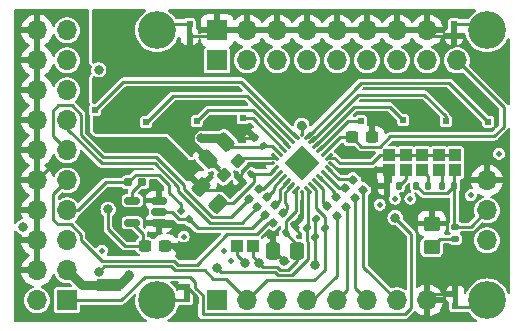
<source format=gbr>
%TF.GenerationSoftware,KiCad,Pcbnew,8.0.7*%
%TF.CreationDate,2024-12-21T09:58:57-05:00*%
%TF.ProjectId,tac5212_audio_board_single_ended,74616335-3231-4325-9f61-7564696f5f62,rev?*%
%TF.SameCoordinates,Original*%
%TF.FileFunction,Copper,L1,Top*%
%TF.FilePolarity,Positive*%
%FSLAX46Y46*%
G04 Gerber Fmt 4.6, Leading zero omitted, Abs format (unit mm)*
G04 Created by KiCad (PCBNEW 8.0.7) date 2024-12-21 09:58:57*
%MOMM*%
%LPD*%
G01*
G04 APERTURE LIST*
G04 Aperture macros list*
%AMRoundRect*
0 Rectangle with rounded corners*
0 $1 Rounding radius*
0 $2 $3 $4 $5 $6 $7 $8 $9 X,Y pos of 4 corners*
0 Add a 4 corners polygon primitive as box body*
4,1,4,$2,$3,$4,$5,$6,$7,$8,$9,$2,$3,0*
0 Add four circle primitives for the rounded corners*
1,1,$1+$1,$2,$3*
1,1,$1+$1,$4,$5*
1,1,$1+$1,$6,$7*
1,1,$1+$1,$8,$9*
0 Add four rect primitives between the rounded corners*
20,1,$1+$1,$2,$3,$4,$5,0*
20,1,$1+$1,$4,$5,$6,$7,0*
20,1,$1+$1,$6,$7,$8,$9,0*
20,1,$1+$1,$8,$9,$2,$3,0*%
%AMRotRect*
0 Rectangle, with rotation*
0 The origin of the aperture is its center*
0 $1 length*
0 $2 width*
0 $3 Rotation angle, in degrees counterclockwise*
0 Add horizontal line*
21,1,$1,$2,0,0,$3*%
G04 Aperture macros list end*
%TA.AperFunction,EtchedComponent*%
%ADD10C,0.000000*%
%TD*%
%TA.AperFunction,SMDPad,CuDef*%
%ADD11RoundRect,0.062500X-0.185616X-0.274004X0.274004X0.185616X0.185616X0.274004X-0.274004X-0.185616X0*%
%TD*%
%TA.AperFunction,SMDPad,CuDef*%
%ADD12RoundRect,0.062500X0.185616X-0.274004X0.274004X-0.185616X-0.185616X0.274004X-0.274004X0.185616X0*%
%TD*%
%TA.AperFunction,ComponentPad*%
%ADD13C,0.500000*%
%TD*%
%TA.AperFunction,SMDPad,CuDef*%
%ADD14RotRect,2.100000X2.100000X45.000000*%
%TD*%
%TA.AperFunction,SMDPad,CuDef*%
%ADD15RoundRect,0.062500X0.000000X-0.088388X0.088388X0.000000X0.000000X0.088388X-0.088388X0.000000X0*%
%TD*%
%TA.AperFunction,SMDPad,CuDef*%
%ADD16RoundRect,0.160000X0.252791X-0.026517X-0.026517X0.252791X-0.252791X0.026517X0.026517X-0.252791X0*%
%TD*%
%TA.AperFunction,SMDPad,CuDef*%
%ADD17RoundRect,0.135000X-0.226274X-0.035355X-0.035355X-0.226274X0.226274X0.035355X0.035355X0.226274X0*%
%TD*%
%TA.AperFunction,SMDPad,CuDef*%
%ADD18R,1.000000X1.000000*%
%TD*%
%TA.AperFunction,ComponentPad*%
%ADD19R,1.700000X1.700000*%
%TD*%
%TA.AperFunction,ComponentPad*%
%ADD20O,1.700000X1.700000*%
%TD*%
%TA.AperFunction,ComponentPad*%
%ADD21C,3.200000*%
%TD*%
%TA.AperFunction,SMDPad,CuDef*%
%ADD22RoundRect,0.250000X0.337500X0.475000X-0.337500X0.475000X-0.337500X-0.475000X0.337500X-0.475000X0*%
%TD*%
%TA.AperFunction,SMDPad,CuDef*%
%ADD23RoundRect,0.160000X-0.026517X-0.252791X0.252791X0.026517X0.026517X0.252791X-0.252791X-0.026517X0*%
%TD*%
%TA.AperFunction,SMDPad,CuDef*%
%ADD24RoundRect,0.140000X0.219203X0.021213X0.021213X0.219203X-0.219203X-0.021213X-0.021213X-0.219203X0*%
%TD*%
%TA.AperFunction,SMDPad,CuDef*%
%ADD25RoundRect,0.250000X0.574524X0.097227X0.097227X0.574524X-0.574524X-0.097227X-0.097227X-0.574524X0*%
%TD*%
%TA.AperFunction,SMDPad,CuDef*%
%ADD26RoundRect,0.150000X0.512500X0.150000X-0.512500X0.150000X-0.512500X-0.150000X0.512500X-0.150000X0*%
%TD*%
%TA.AperFunction,SMDPad,CuDef*%
%ADD27RoundRect,0.135000X-0.185000X0.135000X-0.185000X-0.135000X0.185000X-0.135000X0.185000X0.135000X0*%
%TD*%
%TA.AperFunction,SMDPad,CuDef*%
%ADD28R,0.508000X0.500000*%
%TD*%
%TA.AperFunction,SMDPad,CuDef*%
%ADD29R,0.508000X0.508000*%
%TD*%
%TA.AperFunction,SMDPad,CuDef*%
%ADD30RoundRect,0.237500X-0.300000X-0.237500X0.300000X-0.237500X0.300000X0.237500X-0.300000X0.237500X0*%
%TD*%
%TA.AperFunction,SMDPad,CuDef*%
%ADD31RoundRect,0.140000X-0.021213X0.219203X-0.219203X0.021213X0.021213X-0.219203X0.219203X-0.021213X0*%
%TD*%
%TA.AperFunction,SMDPad,CuDef*%
%ADD32RoundRect,0.250000X-0.097227X0.574524X-0.574524X0.097227X0.097227X-0.574524X0.574524X-0.097227X0*%
%TD*%
%TA.AperFunction,SMDPad,CuDef*%
%ADD33RoundRect,0.250000X-0.450000X0.350000X-0.450000X-0.350000X0.450000X-0.350000X0.450000X0.350000X0*%
%TD*%
%TA.AperFunction,SMDPad,CuDef*%
%ADD34RoundRect,0.140000X0.021213X-0.219203X0.219203X-0.021213X-0.021213X0.219203X-0.219203X0.021213X0*%
%TD*%
%TA.AperFunction,SMDPad,CuDef*%
%ADD35RotRect,0.508000X0.508000X315.000000*%
%TD*%
%TA.AperFunction,SMDPad,CuDef*%
%ADD36R,1.100000X1.000000*%
%TD*%
%TA.AperFunction,SMDPad,CuDef*%
%ADD37RoundRect,0.135000X-0.135000X-0.185000X0.135000X-0.185000X0.135000X0.185000X-0.135000X0.185000X0*%
%TD*%
%TA.AperFunction,SMDPad,CuDef*%
%ADD38RoundRect,0.237500X-0.044194X-0.380070X0.380070X0.044194X0.044194X0.380070X-0.380070X-0.044194X0*%
%TD*%
%TA.AperFunction,SMDPad,CuDef*%
%ADD39RoundRect,0.135000X0.135000X0.185000X-0.135000X0.185000X-0.135000X-0.185000X0.135000X-0.185000X0*%
%TD*%
%TA.AperFunction,SMDPad,CuDef*%
%ADD40RoundRect,0.160000X-0.197500X-0.160000X0.197500X-0.160000X0.197500X0.160000X-0.197500X0.160000X0*%
%TD*%
%TA.AperFunction,SMDPad,CuDef*%
%ADD41RoundRect,0.135000X0.226274X0.035355X0.035355X0.226274X-0.226274X-0.035355X-0.035355X-0.226274X0*%
%TD*%
%TA.AperFunction,ComponentPad*%
%ADD42R,0.500000X0.500000*%
%TD*%
%TA.AperFunction,ViaPad*%
%ADD43C,0.800000*%
%TD*%
%TA.AperFunction,Conductor*%
%ADD44C,0.250000*%
%TD*%
%TA.AperFunction,Conductor*%
%ADD45C,0.750000*%
%TD*%
G04 APERTURE END LIST*
%TA.AperFunction,EtchedComponent*%
%TO.C,E108*%
G36*
X99471000Y-99979000D02*
G01*
X99929000Y-99979000D01*
X99929000Y-99404000D01*
X99471000Y-99404000D01*
X99471000Y-99979000D01*
G37*
%TD.AperFunction*%
%TA.AperFunction,EtchedComponent*%
%TO.C,E109*%
G36*
X121871000Y-99979000D02*
G01*
X122329000Y-99979000D01*
X122329000Y-99404000D01*
X121871000Y-99404000D01*
X121871000Y-99979000D01*
G37*
%TD.AperFunction*%
D10*
%TA.AperFunction,EtchedComponent*%
%TO.C,5V108*%
G36*
X93175000Y-121500000D02*
G01*
X92625000Y-121500000D01*
X92625000Y-121100000D01*
X93175000Y-121100000D01*
X93175000Y-121500000D01*
G37*
%TD.AperFunction*%
%TA.AperFunction,EtchedComponent*%
%TO.C,G118*%
G36*
X121971000Y-122879000D02*
G01*
X122429000Y-122879000D01*
X122429000Y-122304000D01*
X121971000Y-122304000D01*
X121971000Y-122879000D01*
G37*
%TD.AperFunction*%
%TA.AperFunction,EtchedComponent*%
%TO.C,G117*%
G36*
X99271000Y-122279000D02*
G01*
X99729000Y-122279000D01*
X99729000Y-121704000D01*
X99271000Y-121704000D01*
X99271000Y-122279000D01*
G37*
%TD.AperFunction*%
%TD*%
D11*
%TO.P,J108,1,DREG*%
%TO.N,Net-(J108-DREG)*%
X106910742Y-111521491D03*
%TO.P,J108,2,BCLK*%
%TO.N,Net-(J108-BCLK)*%
X107264295Y-111875045D03*
%TO.P,J108,3,FSYNC*%
%TO.N,Net-(J108-FSYNC)*%
X107617849Y-112228598D03*
%TO.P,J108,4,DOUT*%
%TO.N,Net-(J108-DOUT)*%
X107971402Y-112582151D03*
%TO.P,J108,5,DIN*%
%TO.N,Net-(J108-DIN)*%
X108324955Y-112935705D03*
%TO.P,J108,6,IOVDD*%
%TO.N,3.3V_LDO*%
X108678509Y-113289258D03*
D12*
%TO.P,J108,7,SCL*%
%TO.N,5212_SCL*%
X109721491Y-113289258D03*
%TO.P,J108,8,SDA*%
%TO.N,5212_SDA*%
X110075045Y-112935705D03*
%TO.P,J108,9,GPIO1*%
%TO.N,Net-(J108-GPIO1)*%
X110428598Y-112582151D03*
%TO.P,J108,10,GPIO2*%
%TO.N,Net-(J108-GPIO2)*%
X110782151Y-112228598D03*
%TO.P,J108,11,GPO1*%
%TO.N,Net-(J108-GPO1)*%
X111135705Y-111875045D03*
%TO.P,J108,12,GPI1*%
%TO.N,Net-(J108-GPI1)*%
X111489258Y-111521491D03*
D11*
%TO.P,J108,13,ADDR*%
%TO.N,Net-(J108-ADDR)*%
X111489258Y-110478509D03*
%TO.P,J108,14,MICBIAS*%
%TO.N,MICBIAS*%
X111135705Y-110124955D03*
%TO.P,J108,15,IN1P*%
%TO.N,IN1P*%
X110782151Y-109771402D03*
%TO.P,J108,16,IN1M*%
%TO.N,IN1M*%
X110428598Y-109417849D03*
%TO.P,J108,17,IN2P*%
%TO.N,IN2P*%
X110075045Y-109064295D03*
%TO.P,J108,18,IN2M*%
%TO.N,IN2M*%
X109721491Y-108710742D03*
D12*
%TO.P,J108,19,OUT1M*%
%TO.N,OUT1M*%
X108678509Y-108710742D03*
%TO.P,J108,20,OUT1P*%
%TO.N,OUT1P*%
X108324955Y-109064295D03*
%TO.P,J108,21,OUT2P*%
%TO.N,OUT2P*%
X107971402Y-109417849D03*
%TO.P,J108,22,OUT2M*%
%TO.N,OUT2M*%
X107617849Y-109771402D03*
%TO.P,J108,23,AVDD*%
%TO.N,3.3V_LDO*%
X107264295Y-110124955D03*
%TO.P,J108,24,VREF*%
%TO.N,Net-(J108-VREF)*%
X106910742Y-110478509D03*
D13*
%TO.P,J108,25,VSS*%
%TO.N,GNDD*%
X108705025Y-111494975D03*
X108705025Y-110505025D03*
X109200000Y-111000000D03*
D14*
X109200000Y-111000000D03*
D13*
X109694975Y-111494975D03*
X109694975Y-110505025D03*
D15*
%TO.P,J108,A1,VSS*%
X106767553Y-111000000D03*
%TO.P,J108,A2,VSS*%
X109200000Y-113432447D03*
%TO.P,J108,A3,VSS*%
X111632447Y-111000000D03*
%TO.P,J108,A4,VSS*%
X109200000Y-108567553D03*
%TD*%
D16*
%TO.P,R113,1*%
%TO.N,GPIO2*%
X112937059Y-114705168D03*
%TO.P,R113,2*%
%TO.N,Net-(J108-GPIO2)*%
X112092067Y-113860176D03*
%TD*%
D17*
%TO.P,R121,1*%
%TO.N,5212_SCL*%
X109617194Y-116508362D03*
%TO.P,R121,2*%
%TO.N,Net-(PU_EN108-Pad1)*%
X110338442Y-117229610D03*
%TD*%
D18*
%TO.P,ADD109,1,1*%
%TO.N,Net-(J108-ADDR)*%
X122200000Y-110300000D03*
%TO.P,ADD109,2,2*%
%TO.N,3.3V_LDO*%
X122200000Y-111600000D03*
%TD*%
D19*
%TO.P,board_outline108,1,HELD_HIGH*%
%TO.N,EN_HELD_HIGH*%
X89337500Y-122600000D03*
D20*
%TO.P,board_outline108,2,HELD_LOW*%
%TO.N,unconnected-(board_outline108-HELD_LOW-Pad2)*%
X86797500Y-122600000D03*
%TO.P,board_outline108,3,5V*%
%TO.N,Net-(5V108-B)*%
X89337500Y-120060000D03*
%TO.P,board_outline108,4,GNDD*%
%TO.N,GNDD*%
X86797500Y-120060000D03*
%TO.P,board_outline108,5,12V*%
%TO.N,unconnected-(board_outline108-12V-Pad5)*%
X89337500Y-117520000D03*
%TO.P,board_outline108,6,GNDD*%
%TO.N,GNDD*%
X86797500Y-117520000D03*
%TO.P,board_outline108,7,DSP_DOUT*%
%TO.N,5212_DOUT1+*%
X89337500Y-114980000D03*
%TO.P,board_outline108,8,GNDD*%
%TO.N,GNDD*%
X86797500Y-114980000D03*
%TO.P,board_outline108,9,DSP_DIN*%
%TO.N,5212_DIN1*%
X89337500Y-112440000D03*
%TO.P,board_outline108,10,GNDD*%
%TO.N,GNDD*%
X86797500Y-112440000D03*
%TO.P,board_outline108,11,BCLK*%
%TO.N,5212_BCLK1*%
X89337500Y-109900000D03*
%TO.P,board_outline108,12,GNDD*%
%TO.N,GNDD*%
X86797500Y-109900000D03*
%TO.P,board_outline108,13,LRCK*%
%TO.N,5212_LRCK1*%
X89337500Y-107360000D03*
%TO.P,board_outline108,14,GNDD*%
%TO.N,GNDD*%
X86797500Y-107360000D03*
%TO.P,board_outline108,15,SDA*%
%TO.N,DSP_SDA*%
X89337500Y-104820000D03*
%TO.P,board_outline108,16,GNDD*%
%TO.N,GNDD*%
X86797500Y-104820000D03*
%TO.P,board_outline108,17,SCL*%
%TO.N,DSP_SCL*%
X89337500Y-102280000D03*
%TO.P,board_outline108,18,GNDD*%
%TO.N,GNDD*%
X86797500Y-102280000D03*
%TO.P,board_outline108,19,MCLK*%
%TO.N,5212_MCLK1*%
X89337500Y-99740000D03*
%TO.P,board_outline108,20,GNDD*%
%TO.N,GNDD*%
X86797500Y-99740000D03*
D19*
%TO.P,board_outline108,21,OUTP*%
%TO.N,OUT1P+*%
X102047500Y-102285000D03*
%TO.P,board_outline108,22,AGND*%
%TO.N,Earth*%
X102047500Y-99745000D03*
D20*
%TO.P,board_outline108,23,OUT1M*%
%TO.N,OUT1M+*%
X104587500Y-102285000D03*
%TO.P,board_outline108,24,AGND*%
%TO.N,Earth*%
X104587500Y-99745000D03*
%TO.P,board_outline108,25,OUT2P*%
%TO.N,OUT2P+*%
X107127500Y-102285000D03*
%TO.P,board_outline108,26,AGND*%
%TO.N,Earth*%
X107127500Y-99745000D03*
%TO.P,board_outline108,27,OUT2M*%
%TO.N,OUT2M+*%
X109667500Y-102285000D03*
%TO.P,board_outline108,28,AGND*%
%TO.N,Earth*%
X109667500Y-99745000D03*
%TO.P,board_outline108,29,IN1P*%
%TO.N,IN1P+*%
X112207500Y-102285000D03*
%TO.P,board_outline108,30,AGND*%
%TO.N,Earth*%
X112207500Y-99745000D03*
%TO.P,board_outline108,31,IN1M*%
%TO.N,IN1M+*%
X114747500Y-102285000D03*
%TO.P,board_outline108,32,AGND*%
%TO.N,Earth*%
X114747500Y-99745000D03*
%TO.P,board_outline108,33,IN2P*%
%TO.N,IN2P+*%
X117287500Y-102285000D03*
%TO.P,board_outline108,34,AGND*%
%TO.N,Earth*%
X117287500Y-99745000D03*
%TO.P,board_outline108,35,IN2M*%
%TO.N,IN2M+*%
X119827500Y-102285000D03*
%TO.P,board_outline108,36,AGND*%
%TO.N,Earth*%
X119827500Y-99745000D03*
D19*
%TO.P,board_outline108,37,SCL*%
%TO.N,5212_SCL*%
X102047500Y-122605000D03*
D20*
%TO.P,board_outline108,38,SDA*%
%TO.N,5212_SDA*%
X104587500Y-122605000D03*
%TO.P,board_outline108,39,GNDD*%
%TO.N,GNDD*%
X107127500Y-122605000D03*
%TO.P,board_outline108,40,GPIO1*%
%TO.N,GPIO1*%
X109667500Y-122605000D03*
%TO.P,board_outline108,41,GPIO2*%
%TO.N,GPIO2*%
X112207500Y-122605000D03*
%TO.P,board_outline108,42,GPO1*%
%TO.N,GPO1*%
X114747500Y-122605000D03*
%TO.P,board_outline108,43,GPI1*%
%TO.N,GPI1*%
X117287500Y-122605000D03*
%TO.P,board_outline108,44,GNDD*%
%TO.N,GNDD*%
X119827500Y-122605000D03*
%TO.P,board_outline108,45,5V*%
%TO.N,5V*%
X124892500Y-117525000D03*
%TO.P,board_outline108,46,3.3V*%
%TO.N,3.3V_LDO*%
X124892500Y-114985000D03*
%TO.P,board_outline108,47,GNDD*%
%TO.N,GNDD*%
X124892500Y-112445000D03*
%TO.P,board_outline108,48,MIC_BIAS*%
%TO.N,MICBIAS*%
X122352500Y-102285000D03*
D21*
%TO.P,board_outline108,49,AGND*%
%TO.N,Net-(E108-B)*%
X96952500Y-99745000D03*
%TO.P,board_outline108,50,AGND*%
%TO.N,Net-(E109-B)*%
X124892500Y-99745000D03*
%TO.P,board_outline108,51,DGND*%
%TO.N,Net-(G117-A)*%
X96952500Y-122605000D03*
%TO.P,board_outline108,52,DGND*%
%TO.N,Net-(G118-A)*%
X124892500Y-122605000D03*
%TD*%
D13*
%TO.P,G110,1,1*%
%TO.N,Earth*%
X117100000Y-114000000D03*
%TD*%
D18*
%TO.P,ADD108,1,1*%
%TO.N,GNDD*%
X116600000Y-111600000D03*
%TO.P,ADD108,2,2*%
%TO.N,Net-(J108-ADDR)*%
X116600000Y-110300000D03*
%TD*%
D16*
%TO.P,R112,1*%
%TO.N,GPO1*%
X113677789Y-113964439D03*
%TO.P,R112,2*%
%TO.N,Net-(J108-GPO1)*%
X112832797Y-113119447D03*
%TD*%
D22*
%TO.P,C111,1*%
%TO.N,3.3V_LDO*%
X108818261Y-118400000D03*
%TO.P,C111,2*%
%TO.N,GNDD*%
X106743261Y-118400000D03*
%TD*%
D16*
%TO.P,R114,1*%
%TO.N,GPIO1*%
X112157509Y-115484718D03*
%TO.P,R114,2*%
%TO.N,Net-(J108-GPIO1)*%
X111312517Y-114639726D03*
%TD*%
D23*
%TO.P,R115,1*%
%TO.N,5212_LRCK1*%
X105445334Y-114708704D03*
%TO.P,R115,2*%
%TO.N,Net-(J108-FSYNC)*%
X106290326Y-113863712D03*
%TD*%
D18*
%TO.P,ADD112,1,1*%
%TO.N,Net-(ADD112-Pad1)*%
X118000000Y-111600000D03*
%TO.P,ADD112,2,2*%
%TO.N,Net-(J108-ADDR)*%
X118000000Y-110300000D03*
%TD*%
D24*
%TO.P,C109,1*%
%TO.N,3.3V_LDO*%
X105939411Y-109539411D03*
%TO.P,C109,2*%
%TO.N,Earth*%
X105260589Y-108860589D03*
%TD*%
D18*
%TO.P,ADD110,1,1*%
%TO.N,Net-(ADD110-Pad1)*%
X119400000Y-111600000D03*
%TO.P,ADD110,2,2*%
%TO.N,Net-(J108-ADDR)*%
X119400000Y-110300000D03*
%TD*%
D25*
%TO.P,C115,1*%
%TO.N,Net-(J108-DREG)*%
X102133623Y-114433623D03*
%TO.P,C115,2*%
%TO.N,GNDD*%
X100666377Y-112966377D03*
%TD*%
D13*
%TO.P,G109,1,1*%
%TO.N,Earth*%
X99200000Y-117200000D03*
%TD*%
%TO.P,G112,1,1*%
%TO.N,Earth*%
X118400000Y-114000000D03*
%TD*%
D26*
%TO.P,U108,1,OE*%
%TO.N,GNDD*%
X97137500Y-116050000D03*
%TO.P,U108,2,A*%
%TO.N,5212_DOUT1*%
X97137500Y-115100000D03*
%TO.P,U108,3,GND*%
%TO.N,GNDD*%
X97137500Y-114150000D03*
%TO.P,U108,4,Y*%
%TO.N,Net-(U108-Y)*%
X94862500Y-114150000D03*
%TO.P,U108,5,VCC*%
%TO.N,3.3V_LDO*%
X94862500Y-116050000D03*
%TD*%
D23*
%TO.P,R118,1*%
%TO.N,5212_DIN1*%
X106788837Y-116052207D03*
%TO.P,R118,2*%
%TO.N,Net-(J108-DIN)*%
X107633829Y-115207215D03*
%TD*%
D13*
%TO.P,G111,1,1*%
%TO.N,Earth*%
X92300000Y-118400000D03*
%TD*%
%TO.P,G113,1,1*%
%TO.N,Earth*%
X102600000Y-118400000D03*
%TD*%
D27*
%TO.P,R126,1*%
%TO.N,3.3V_LDO*%
X122200000Y-116390000D03*
%TO.P,R126,2*%
%TO.N,Net-(D116-A)*%
X122200000Y-117410000D03*
%TD*%
D28*
%TO.P,E108,1,A*%
%TO.N,Earth*%
X99700000Y-100204000D03*
D29*
%TO.P,E108,2,B*%
%TO.N,Net-(E108-B)*%
X99700000Y-99200000D03*
%TD*%
D30*
%TO.P,C118,1*%
%TO.N,MICBIAS*%
X113437500Y-108800000D03*
%TO.P,C118,2*%
%TO.N,Earth*%
X115162500Y-108800000D03*
%TD*%
D31*
%TO.P,C116,1*%
%TO.N,Net-(J108-DREG)*%
X104937914Y-111892722D03*
%TO.P,C116,2*%
%TO.N,GNDD*%
X104259092Y-112571544D03*
%TD*%
D32*
%TO.P,C108,2*%
%TO.N,Earth*%
X101266377Y-110633623D03*
%TO.P,C108,1*%
%TO.N,3.3V_LDO*%
X102733623Y-109166377D03*
%TD*%
D33*
%TO.P,D116,1,K*%
%TO.N,GNDD*%
X120200000Y-116100000D03*
%TO.P,D116,2,A*%
%TO.N,Net-(D116-A)*%
X120200000Y-118100000D03*
%TD*%
D34*
%TO.P,C112,1*%
%TO.N,3.3V_LDO*%
X107860589Y-116939411D03*
%TO.P,C112,2*%
%TO.N,GNDD*%
X108539411Y-116260589D03*
%TD*%
D28*
%TO.P,E109,1,A*%
%TO.N,Earth*%
X122100000Y-100204000D03*
D29*
%TO.P,E109,2,B*%
%TO.N,Net-(E109-B)*%
X122100000Y-99200000D03*
%TD*%
D18*
%TO.P,ADD111,1,1*%
%TO.N,Net-(ADD111-Pad1)*%
X120800000Y-111600000D03*
%TO.P,ADD111,2,2*%
%TO.N,Net-(J108-ADDR)*%
X120800000Y-110300000D03*
%TD*%
D35*
%TO.P,DOUT108,1,1*%
%TO.N,5212_DOUT1*%
X99653553Y-115753553D03*
%TO.P,DOUT108,2,2*%
%TO.N,5212_DOUT1+*%
X98946447Y-115046447D03*
%TD*%
D16*
%TO.P,R110,1*%
%TO.N,GPI1*%
X114420251Y-113221977D03*
%TO.P,R110,2*%
%TO.N,Net-(J108-GPI1)*%
X113575259Y-112376985D03*
%TD*%
D36*
%TO.P,5V108,1,A*%
%TO.N,5V*%
X93404000Y-121300000D03*
%TO.P,5V108,2,B*%
%TO.N,Net-(5V108-B)*%
X92400000Y-121300000D03*
%TD*%
D30*
%TO.P,C128,1*%
%TO.N,3.3V_LDO*%
X95937500Y-118000000D03*
%TO.P,C128,2*%
%TO.N,GNDD*%
X97662500Y-118000000D03*
%TD*%
D37*
%TO.P,R123,1*%
%TO.N,Net-(ADD111-Pad1)*%
X121090000Y-112900000D03*
%TO.P,R123,2*%
%TO.N,3.3V_LDO*%
X122110000Y-112900000D03*
%TD*%
D38*
%TO.P,C119,1*%
%TO.N,Earth*%
X102590120Y-112009880D03*
%TO.P,C119,2*%
%TO.N,Net-(J108-VREF)*%
X103809880Y-110790120D03*
%TD*%
D39*
%TO.P,R124,1*%
%TO.N,Net-(ADD112-Pad1)*%
X117410000Y-112900000D03*
%TO.P,R124,2*%
%TO.N,GNDD*%
X116390000Y-112900000D03*
%TD*%
D23*
%TO.P,R119,1*%
%TO.N,5212_BCLK1*%
X104773583Y-114036952D03*
%TO.P,R119,2*%
%TO.N,Net-(J108-BCLK)*%
X105618575Y-113191960D03*
%TD*%
D18*
%TO.P,PU_EN108,1,1*%
%TO.N,Net-(PU_EN108-Pad1)*%
X103750000Y-118000000D03*
%TO.P,PU_EN108,2,2*%
%TO.N,3.3V_LDO*%
X105050000Y-118000000D03*
%TD*%
D23*
%TO.P,R117,1*%
%TO.N,5212_DOUT1*%
X106117086Y-115380455D03*
%TO.P,R117,2*%
%TO.N,Net-(J108-DOUT)*%
X106962078Y-114535463D03*
%TD*%
D28*
%TO.P,G118,1,A*%
%TO.N,Net-(G118-A)*%
X122200000Y-123104000D03*
D29*
%TO.P,G118,2,B*%
%TO.N,GNDD*%
X122200000Y-122100000D03*
%TD*%
D39*
%TO.P,R122,1*%
%TO.N,Net-(ADD110-Pad1)*%
X119910000Y-112900000D03*
%TO.P,R122,2*%
%TO.N,3.3V_LDO*%
X118890000Y-112900000D03*
%TD*%
D13*
%TO.P,G115,1,1*%
%TO.N,Earth*%
X103200000Y-119300000D03*
%TD*%
%TO.P,G114,1,1*%
%TO.N,Earth*%
X123500000Y-113700000D03*
%TD*%
D40*
%TO.P,R125,1*%
%TO.N,5212_DOUT1+*%
X94502500Y-112600000D03*
%TO.P,R125,2*%
%TO.N,Net-(U108-Y)*%
X95697500Y-112600000D03*
%TD*%
D28*
%TO.P,G117,1,A*%
%TO.N,Net-(G117-A)*%
X99500000Y-122504000D03*
D29*
%TO.P,G117,2,B*%
%TO.N,GNDD*%
X99500000Y-121500000D03*
%TD*%
D13*
%TO.P,G116,1,1*%
%TO.N,Earth*%
X125900000Y-110200000D03*
%TD*%
%TO.P,G108,1,1*%
%TO.N,Earth*%
X115800000Y-114500000D03*
%TD*%
D41*
%TO.P,R120,1*%
%TO.N,5212_SDA*%
X111141385Y-116460624D03*
%TO.P,R120,2*%
%TO.N,Net-(PU_EN108-Pad1)*%
X110420137Y-115739376D03*
%TD*%
D42*
%TO.P,OP109,2,2*%
%TO.N,OUT2P*%
X100300000Y-107425000D03*
%TD*%
%TO.P,INP108,2,2*%
%TO.N,IN2P*%
X121400000Y-107435000D03*
%TD*%
%TO.P,INM108,2,2*%
%TO.N,IN2M*%
X125000000Y-107482500D03*
%TD*%
%TO.P,OM109,2,2*%
%TO.N,OUT2M*%
X104200000Y-107200000D03*
%TD*%
%TO.P,OP108,2,2*%
%TO.N,OUT1P*%
X96000000Y-107500000D03*
%TD*%
%TO.P,INM109,2,2*%
%TO.N,IN1M*%
X117800000Y-107362500D03*
%TD*%
%TO.P,OM108,2,2*%
%TO.N,OUT1M*%
X91700000Y-106500000D03*
%TD*%
%TO.P,INP109,2,2*%
%TO.N,IN1P*%
X114200000Y-107425000D03*
%TD*%
D43*
%TO.N,GNDD*%
X109200000Y-107800000D03*
X99400000Y-123800000D03*
X91719599Y-111998440D03*
X107711709Y-119246986D03*
X106600000Y-117100000D03*
X99000000Y-118800000D03*
X100718700Y-117875000D03*
%TO.N,5V*%
X94569964Y-120430000D03*
%TO.N,Earth*%
X103224739Y-107762663D03*
X112825000Y-110225000D03*
%TO.N,EN_HELD_HIGH*%
X117100000Y-115600000D03*
%TO.N,5212_SCL*%
X102047500Y-119900002D03*
%TO.N,5212_SDA*%
X92004802Y-120161926D03*
X92007954Y-103082209D03*
%TO.N,3.3V_LDO*%
X100675000Y-108873986D03*
X92800004Y-114900000D03*
X105600000Y-119400000D03*
%TO.N,GPI1*%
X85600000Y-116400000D03*
%TO.N,Net-(PU_EN108-Pad1)*%
X110338844Y-119622742D03*
X104430004Y-119430004D03*
%TD*%
D44*
%TO.N,GNDD*%
X109200000Y-108567553D02*
X109200000Y-107800000D01*
X112232447Y-111600000D02*
X116600000Y-111600000D01*
X111632447Y-111000000D02*
X112232447Y-111600000D01*
%TO.N,Net-(J108-ADDR)*%
X115150000Y-111000000D02*
X115850000Y-110300000D01*
X112436396Y-111000000D02*
X115150000Y-111000000D01*
X115850000Y-110300000D02*
X116600000Y-110300000D01*
X111950260Y-110513864D02*
X112436396Y-111000000D01*
X111453903Y-110513864D02*
X111950260Y-110513864D01*
%TO.N,GNDD*%
X109200000Y-115600000D02*
X108539411Y-116260589D01*
X109200000Y-113432447D02*
X109200000Y-115600000D01*
%TO.N,3.3V_LDO*%
X107852464Y-115900748D02*
X108678509Y-115074703D01*
X107852464Y-116931286D02*
X107852464Y-115900748D01*
X107860589Y-116939411D02*
X107852464Y-116931286D01*
X108678509Y-115074703D02*
X108678509Y-113289258D01*
X108818261Y-117897083D02*
X107860589Y-116939411D01*
X108818261Y-118400000D02*
X108818261Y-117897083D01*
%TO.N,Net-(J108-DIN)*%
X107951993Y-114889051D02*
X107633829Y-115207214D01*
X107951993Y-114489608D02*
X107951993Y-114889051D01*
X107800000Y-114337615D02*
X107951993Y-114489608D01*
X107800000Y-113460660D02*
X107800000Y-114337615D01*
X108360311Y-112900349D02*
X107800000Y-113460660D01*
%TO.N,Net-(J108-DOUT)*%
X107350000Y-114147541D02*
X106962078Y-114535463D01*
X107350000Y-113203553D02*
X107350000Y-114147541D01*
X108006757Y-112546796D02*
X107350000Y-113203553D01*
%TO.N,GNDD*%
X104039889Y-112352341D02*
X104259092Y-112571544D01*
X104039889Y-111892721D02*
X104039889Y-112352341D01*
X104932610Y-111000000D02*
X104039889Y-111892721D01*
X106767553Y-111000000D02*
X104932610Y-111000000D01*
%TO.N,Net-(J108-VREF)*%
X104086136Y-110513864D02*
X103809880Y-110790120D01*
X106946097Y-110513864D02*
X104086136Y-110513864D01*
%TO.N,Earth*%
X102590120Y-111957366D02*
X102590120Y-112009880D01*
X101266377Y-110633623D02*
X102590120Y-111957366D01*
%TO.N,3.3V_LDO*%
X103225860Y-109658614D02*
X102733623Y-109166377D01*
X105820208Y-109658614D02*
X103225860Y-109658614D01*
X105939411Y-109539411D02*
X105820208Y-109658614D01*
D45*
X102441232Y-108873986D02*
X102733623Y-109166377D01*
X100675000Y-108873986D02*
X102441232Y-108873986D01*
D44*
%TO.N,Earth*%
X101266377Y-110490668D02*
X101266377Y-110633623D01*
X99950000Y-109174291D02*
X101266377Y-110490668D01*
X99950000Y-108573681D02*
X99950000Y-109174291D01*
X101175000Y-107700000D02*
X100875000Y-108000000D01*
X103162076Y-107700000D02*
X101175000Y-107700000D01*
X100875000Y-108000000D02*
X100523681Y-108000000D01*
X100523681Y-108000000D02*
X99950000Y-108573681D01*
X103224739Y-107762663D02*
X103162076Y-107700000D01*
%TO.N,GNDD*%
X100350000Y-122850000D02*
X100350000Y-122350000D01*
X87972500Y-111265000D02*
X90986159Y-111265000D01*
X106864723Y-118400000D02*
X107711709Y-119246986D01*
X97137500Y-116050000D02*
X97437499Y-116349999D01*
X97437499Y-116349999D02*
X99193699Y-116349999D01*
X97662500Y-118000000D02*
X98200000Y-118000000D01*
X106743261Y-118400000D02*
X106864723Y-118400000D01*
X100350000Y-122350000D02*
X99500000Y-121500000D01*
X103573533Y-113257103D02*
X104259092Y-112571544D01*
X99400000Y-123800000D02*
X100350000Y-122850000D01*
X86797500Y-112440000D02*
X87972500Y-111265000D01*
X120332500Y-122100000D02*
X119827500Y-122605000D01*
X99193699Y-116349999D02*
X100718700Y-117875000D01*
X90986159Y-111265000D02*
X91719599Y-111998440D01*
X122200000Y-122100000D02*
X120332500Y-122100000D01*
X100666377Y-112966377D02*
X100957103Y-113257103D01*
X98200000Y-118000000D02*
X99000000Y-118800000D01*
X100957103Y-113257103D02*
X103573533Y-113257103D01*
D45*
%TO.N,5V*%
X93404000Y-121300000D02*
X93699964Y-121300000D01*
X93699964Y-121300000D02*
X94569964Y-120430000D01*
D44*
%TO.N,Earth*%
X122100000Y-100200000D02*
X120282500Y-100200000D01*
X120282500Y-100200000D02*
X119827500Y-99745000D01*
X99700000Y-100200000D02*
X101592500Y-100200000D01*
X105260589Y-108860589D02*
X104322665Y-108860589D01*
X104322665Y-108860589D02*
X103224739Y-107762663D01*
X101592500Y-100200000D02*
X102047500Y-99745000D01*
D45*
%TO.N,Net-(5V108-B)*%
X90577500Y-121300000D02*
X89337500Y-120060000D01*
X92400000Y-121300000D02*
X90577500Y-121300000D01*
D44*
%TO.N,Net-(J108-ADDR)*%
X116600000Y-110300000D02*
X122200000Y-110300001D01*
%TO.N,Net-(ADD110-Pad1)*%
X119910000Y-112900000D02*
X119910000Y-112110000D01*
X119910000Y-112110000D02*
X119400000Y-111600000D01*
%TO.N,Net-(ADD111-Pad1)*%
X121090001Y-111890001D02*
X120800000Y-111600000D01*
X121090001Y-112900000D02*
X121090001Y-111890001D01*
%TO.N,Net-(ADD112-Pad1)*%
X118000000Y-112310000D02*
X118000000Y-111600000D01*
X117410000Y-112900000D02*
X118000000Y-112310000D01*
%TO.N,Net-(G118-A)*%
X124297500Y-123200000D02*
X122200000Y-123200000D01*
X124892500Y-122605000D02*
X124297500Y-123200000D01*
%TO.N,Net-(E108-B)*%
X99700000Y-99196000D02*
X97501500Y-99196000D01*
X97501500Y-99196000D02*
X96952500Y-99745000D01*
%TO.N,Net-(E109-B)*%
X124343500Y-99196000D02*
X124892500Y-99745000D01*
X122100000Y-99196000D02*
X124343500Y-99196000D01*
%TO.N,EN_HELD_HIGH*%
X117900000Y-123800000D02*
X100800000Y-123800000D01*
X100200000Y-121563604D02*
X100200000Y-121042000D01*
X99758000Y-120600000D02*
X95900000Y-120600000D01*
X117100000Y-115600000D02*
X118462500Y-116962500D01*
X118462500Y-123237500D02*
X117900000Y-123800000D01*
X118462500Y-116962500D02*
X118462500Y-123237500D01*
X93900000Y-122600000D02*
X89337500Y-122600000D01*
X100200000Y-121042000D02*
X99758000Y-120600000D01*
X100800000Y-122163604D02*
X100200000Y-121563604D01*
X95900000Y-120600000D02*
X93900000Y-122600000D01*
X100800000Y-123800000D02*
X100800000Y-122163604D01*
%TO.N,IN2P*%
X110039689Y-109099651D02*
X113939340Y-105200000D01*
X121400000Y-107035000D02*
X121400000Y-107435000D01*
X119565000Y-105200000D02*
X121400000Y-107035000D01*
X113939340Y-105200000D02*
X119565000Y-105200000D01*
%TO.N,Net-(G117-A)*%
X96952500Y-122605000D02*
X99399000Y-122605000D01*
X99399000Y-122605000D02*
X99500000Y-122504000D01*
%TO.N,IN1M*%
X113646447Y-106200000D02*
X116637500Y-106200000D01*
X110393243Y-109453204D02*
X113646447Y-106200000D01*
X116637500Y-106200000D02*
X117800000Y-107362500D01*
%TO.N,IN1P*%
X114200000Y-107425000D02*
X113128553Y-107425000D01*
X110746796Y-109806757D02*
X113128553Y-107425000D01*
%TO.N,IN2M*%
X114232233Y-104200000D02*
X121700000Y-104200000D01*
X121700000Y-104200000D02*
X124982500Y-107482500D01*
X124982500Y-107482500D02*
X125000000Y-107482500D01*
X109686136Y-108746097D02*
X114232233Y-104200000D01*
%TO.N,OUT1P*%
X108360311Y-109099651D02*
X104560660Y-105300000D01*
X98281250Y-105300000D02*
X96100000Y-107481250D01*
X104560660Y-105300000D02*
X98281250Y-105300000D01*
%TO.N,OUT1M*%
X94100000Y-104100000D02*
X104067767Y-104100000D01*
X91700000Y-106500001D02*
X94100000Y-104100000D01*
X104067767Y-104100000D02*
X108713864Y-108746097D01*
%TO.N,Net-(J108-DREG)*%
X103356911Y-114371751D02*
X105157117Y-112571545D01*
X102071751Y-114371751D02*
X103356911Y-114371751D01*
X105157117Y-112571545D02*
X105157117Y-112111925D01*
X106539511Y-111892722D02*
X104937914Y-111892722D01*
X106946097Y-111486136D02*
X106539511Y-111892722D01*
X105157117Y-112111925D02*
X104937914Y-111892722D01*
%TO.N,OUT2P*%
X108006757Y-109453204D02*
X105053553Y-106500000D01*
X101225000Y-106500000D02*
X100300000Y-107425000D01*
X105053553Y-106500000D02*
X101225000Y-106500000D01*
%TO.N,OUT2M*%
X107653204Y-109806757D02*
X105046447Y-107200000D01*
X105046447Y-107200000D02*
X104200000Y-107200000D01*
%TO.N,5212_BCLK1*%
X88162500Y-108725000D02*
X89337500Y-109900000D01*
X89739201Y-106100000D02*
X88600000Y-106100000D01*
X99200000Y-113200000D02*
X99200000Y-112800000D01*
X103222490Y-115588045D02*
X101588045Y-115588045D01*
X90512500Y-108604533D02*
X90512500Y-106873299D01*
X88600000Y-106100000D02*
X88162500Y-106537500D01*
X99200000Y-112800000D02*
X96900000Y-110500000D01*
X92407967Y-110500000D02*
X90512500Y-108604533D01*
X88162500Y-106537500D02*
X88162500Y-108725000D01*
X101588045Y-115588045D02*
X99200000Y-113200000D01*
X90512500Y-106873299D02*
X89739201Y-106100000D01*
X104773583Y-114036952D02*
X103222490Y-115588045D01*
X96900000Y-110500000D02*
X92407967Y-110500000D01*
%TO.N,5212_LRCK1*%
X89337500Y-108065929D02*
X89337500Y-107360000D01*
X105445334Y-114708704D02*
X104115993Y-116038045D01*
X98750000Y-112986396D02*
X96763604Y-111000000D01*
X101401649Y-116038045D02*
X98750000Y-113386396D01*
X92271571Y-111000000D02*
X89337500Y-108065929D01*
X98750000Y-113386396D02*
X98750000Y-112986396D01*
X96763604Y-111000000D02*
X92271571Y-111000000D01*
X104115993Y-116038045D02*
X101401649Y-116038045D01*
%TO.N,5212_SCL*%
X109617194Y-117566333D02*
X109730761Y-117679900D01*
X108378875Y-120471986D02*
X107204297Y-120471986D01*
X109730761Y-117679900D02*
X109730761Y-119120100D01*
X109730761Y-119120100D02*
X108378875Y-120471986D01*
X109686136Y-116439420D02*
X109617194Y-116508362D01*
X102347498Y-120200000D02*
X102047500Y-119900002D01*
X109617194Y-116508362D02*
X109617194Y-117566333D01*
X109686136Y-113253903D02*
X109686136Y-116439420D01*
X106932311Y-120200000D02*
X102347498Y-120200000D01*
X107204297Y-120471986D02*
X106932311Y-120200000D01*
%TO.N,5212_SDA*%
X100976484Y-120025000D02*
X98492588Y-120025000D01*
X111141385Y-116460624D02*
X111141385Y-115800000D01*
X102757500Y-120775000D02*
X101726484Y-120775000D01*
X101726484Y-120775000D02*
X100976484Y-120025000D01*
X110274030Y-120921986D02*
X106270514Y-120921986D01*
X110384220Y-113244880D02*
X110039689Y-112900349D01*
X110384220Y-114791291D02*
X110384220Y-113244880D01*
X98167588Y-119700000D02*
X92466728Y-119700000D01*
X98492588Y-120025000D02*
X98167588Y-119700000D01*
X104587500Y-122605000D02*
X102757500Y-120775000D01*
X111141385Y-115548456D02*
X110384220Y-114791291D01*
X111141385Y-120054631D02*
X110274030Y-120921986D01*
X111141385Y-116460624D02*
X111141385Y-120054631D01*
X106270514Y-120921986D02*
X104587500Y-122605000D01*
X92466728Y-119700000D02*
X92004802Y-120161926D01*
X111141385Y-115800000D02*
X111141385Y-115548456D01*
%TO.N,5212_DOUT1*%
X97137500Y-115100000D02*
X98181170Y-115100000D01*
X99653553Y-115753553D02*
X100388045Y-116488045D01*
X100388045Y-116488045D02*
X105009496Y-116488045D01*
X98181170Y-115100000D02*
X98834723Y-115753553D01*
X105009496Y-116488045D02*
X106117086Y-115380455D01*
X98834723Y-115753553D02*
X99653553Y-115753553D01*
%TO.N,5212_DIN1*%
X88555000Y-116155000D02*
X88162500Y-115762500D01*
X98678984Y-119575000D02*
X98353984Y-119250000D01*
X89634201Y-116155000D02*
X88555000Y-116155000D01*
X98353984Y-119250000D02*
X92250000Y-119250000D01*
X102900000Y-117000000D02*
X100325000Y-119575000D01*
X105414995Y-117000000D02*
X102900000Y-117000000D01*
X106788837Y-116052207D02*
X106362788Y-116052207D01*
X90512500Y-117033299D02*
X89634201Y-116155000D01*
X90512500Y-117512500D02*
X90512500Y-117033299D01*
X88162500Y-113615000D02*
X89337500Y-112440000D01*
X92250000Y-119250000D02*
X90512500Y-117512500D01*
X88162500Y-115762500D02*
X88162500Y-113615000D01*
X100325000Y-119575000D02*
X98678984Y-119575000D01*
X106362788Y-116052207D02*
X105414995Y-117000000D01*
%TO.N,5212_DOUT1+*%
X96200000Y-111955000D02*
X95147500Y-111955000D01*
X97950000Y-112822792D02*
X97082208Y-111955000D01*
X90220000Y-114980000D02*
X92600000Y-112600000D01*
X92600000Y-112600000D02*
X94502500Y-112600000D01*
X98946447Y-115046447D02*
X98946447Y-114482843D01*
X97082208Y-111955000D02*
X96200000Y-111955000D01*
X89337500Y-114980000D02*
X90220000Y-114980000D01*
X97950000Y-113486396D02*
X97950000Y-112822792D01*
X98946447Y-114482843D02*
X97950000Y-113486396D01*
X95147500Y-111955000D02*
X94502500Y-112600000D01*
%TO.N,MICBIAS*%
X111100349Y-110160311D02*
X112460660Y-108800000D01*
X125500000Y-108700000D02*
X116700000Y-108700000D01*
X116700000Y-108700000D02*
X115800000Y-109600000D01*
X112460660Y-108800000D02*
X113437499Y-108800000D01*
X126300000Y-107900000D02*
X125500000Y-108700000D01*
X126300000Y-106232500D02*
X126300000Y-107900000D01*
X115800000Y-109600000D02*
X114237499Y-109600000D01*
X122352500Y-102285000D02*
X126300000Y-106232500D01*
X114237499Y-109600000D02*
X113437499Y-108800000D01*
%TO.N,3.3V_LDO*%
X107299651Y-110160311D02*
X106678751Y-109539411D01*
X106678751Y-109539411D02*
X105939411Y-109539411D01*
X94200000Y-118000000D02*
X92800004Y-116600004D01*
X95762500Y-118000000D02*
X95762500Y-116950000D01*
X105050000Y-118850000D02*
X105600000Y-119400000D01*
X122110000Y-116300000D02*
X122200000Y-116390000D01*
X95762500Y-116950000D02*
X94862500Y-116050000D01*
X105050000Y-118000000D02*
X105050000Y-118850000D01*
X108818261Y-119236450D02*
X108818261Y-118400000D01*
X122109999Y-112900000D02*
X121464999Y-113545000D01*
X107106500Y-119737793D02*
X107390693Y-120021986D01*
X122200000Y-116390000D02*
X123487500Y-116390000D01*
X108032725Y-120021986D02*
X108818261Y-119236450D01*
X105937793Y-119737793D02*
X107106500Y-119737793D01*
X122109999Y-112900000D02*
X122109999Y-111690000D01*
X95762500Y-118000000D02*
X94200000Y-118000000D01*
X123487500Y-116390000D02*
X124892500Y-114985000D01*
X121464999Y-113545000D02*
X119535000Y-113545000D01*
X92800004Y-116600004D02*
X92800004Y-114900000D01*
X107390693Y-120021986D02*
X108032725Y-120021986D01*
X105600000Y-119400000D02*
X105937793Y-119737793D01*
X119535000Y-113545000D02*
X118890000Y-112900000D01*
X122110000Y-112900000D02*
X122110000Y-116300000D01*
X122109999Y-111690000D02*
X122200000Y-111599999D01*
%TO.N,5212_MCLK1*%
X89397500Y-99800000D02*
X89337500Y-99740000D01*
%TO.N,GPI1*%
X117287500Y-122605000D02*
X114420251Y-119737751D01*
X114420251Y-119737751D02*
X114420251Y-113221977D01*
%TO.N,Net-(D116-A)*%
X122200000Y-117410000D02*
X120890000Y-117410000D01*
X120890000Y-117410000D02*
X120200000Y-118100000D01*
%TO.N,GPO1*%
X113677789Y-121535289D02*
X113677789Y-113964439D01*
X114747500Y-122605000D02*
X113677789Y-121535289D01*
%TO.N,Net-(J108-FSYNC)*%
X106880689Y-112965757D02*
X106880689Y-113273349D01*
X107653204Y-112193243D02*
X106880689Y-112965757D01*
X106880689Y-113273349D02*
X106290326Y-113863712D01*
%TO.N,Net-(J108-GPIO1)*%
X111026175Y-113179728D02*
X110393243Y-112546796D01*
X111278965Y-114606174D02*
X111026175Y-114353384D01*
X111026175Y-114353384D02*
X111026175Y-113179728D01*
%TO.N,Net-(J108-BCLK)*%
X107299651Y-111839689D02*
X105947380Y-113191960D01*
X105947380Y-113191960D02*
X105618575Y-113191960D01*
%TO.N,GPIO1*%
X110052412Y-122605000D02*
X112157509Y-120499903D01*
X112157509Y-120499903D02*
X112157509Y-115484718D01*
X109667500Y-122605000D02*
X110052412Y-122605000D01*
%TO.N,Net-(J108-GPI1)*%
X112311199Y-112343432D02*
X111453903Y-111486136D01*
X113541707Y-112343432D02*
X112311199Y-112343432D01*
%TO.N,Net-(J108-GPO1)*%
X112346555Y-113085894D02*
X111100350Y-111839689D01*
X112799244Y-113085894D02*
X112346555Y-113085894D01*
%TO.N,GPIO2*%
X113057500Y-114825609D02*
X112937059Y-114705168D01*
X113057500Y-121755000D02*
X113057500Y-114825609D01*
X112207500Y-122605000D02*
X113057500Y-121755000D01*
%TO.N,Net-(J108-GPIO2)*%
X112039105Y-113846034D02*
X112039105Y-113485551D01*
X112039105Y-113485551D02*
X110746796Y-112193243D01*
%TO.N,Net-(PU_EN108-Pad1)*%
X110338442Y-117229610D02*
X110338442Y-115821071D01*
X103750000Y-118750000D02*
X104430004Y-119430004D01*
X103750000Y-118000000D02*
X103750000Y-118750000D01*
X110338442Y-119622340D02*
X110338844Y-119622742D01*
X110338442Y-117229610D02*
X110338442Y-119622340D01*
X110338442Y-115821071D02*
X110420137Y-115739376D01*
%TO.N,Net-(U108-Y)*%
X94862500Y-113435000D02*
X95697500Y-112600000D01*
X94862500Y-114150000D02*
X94862500Y-113435000D01*
%TD*%
%TA.AperFunction,Conductor*%
%TO.N,Earth*%
G36*
X103927907Y-104495185D02*
G01*
X103948549Y-104511819D01*
X104149549Y-104712819D01*
X104183034Y-104774142D01*
X104178050Y-104843834D01*
X104136178Y-104899767D01*
X104070714Y-104924184D01*
X104061868Y-104924500D01*
X98231814Y-104924500D01*
X98184062Y-104937295D01*
X98184061Y-104937294D01*
X98136313Y-104950089D01*
X98136312Y-104950089D01*
X98050685Y-104999527D01*
X96087032Y-106963181D01*
X96025709Y-106996666D01*
X95999351Y-106999500D01*
X95725323Y-106999500D01*
X95652264Y-107014032D01*
X95652260Y-107014033D01*
X95569399Y-107069399D01*
X95514033Y-107152260D01*
X95514032Y-107152264D01*
X95499500Y-107225321D01*
X95499500Y-107774678D01*
X95514032Y-107847735D01*
X95514033Y-107847739D01*
X95524230Y-107863000D01*
X95569399Y-107930601D01*
X95647821Y-107983000D01*
X95652260Y-107985966D01*
X95652264Y-107985967D01*
X95725321Y-108000499D01*
X95725324Y-108000500D01*
X95725326Y-108000500D01*
X96274676Y-108000500D01*
X96274677Y-108000499D01*
X96347740Y-107985966D01*
X96430601Y-107930601D01*
X96485966Y-107847740D01*
X96500500Y-107774674D01*
X96500500Y-107663149D01*
X96520185Y-107596110D01*
X96536819Y-107575468D01*
X98400468Y-105711819D01*
X98461791Y-105678334D01*
X98488149Y-105675500D01*
X104353761Y-105675500D01*
X104420800Y-105695185D01*
X104441442Y-105711819D01*
X104642442Y-105912819D01*
X104675927Y-105974142D01*
X104670943Y-106043834D01*
X104629071Y-106099767D01*
X104563607Y-106124184D01*
X104554761Y-106124500D01*
X101175564Y-106124500D01*
X101080061Y-106150089D01*
X100994438Y-106199525D01*
X100994435Y-106199527D01*
X100305782Y-106888181D01*
X100244459Y-106921666D01*
X100218101Y-106924500D01*
X100025323Y-106924500D01*
X99952264Y-106939032D01*
X99952260Y-106939033D01*
X99869399Y-106994399D01*
X99814033Y-107077260D01*
X99814032Y-107077264D01*
X99799500Y-107150321D01*
X99799500Y-107699678D01*
X99814032Y-107772735D01*
X99814033Y-107772739D01*
X99832248Y-107800000D01*
X99869399Y-107855601D01*
X99920210Y-107889551D01*
X99952260Y-107910966D01*
X99952264Y-107910967D01*
X100025321Y-107925499D01*
X100025324Y-107925500D01*
X100025326Y-107925500D01*
X100574676Y-107925500D01*
X100574677Y-107925499D01*
X100647740Y-107910966D01*
X100730601Y-107855601D01*
X100785966Y-107772740D01*
X100800500Y-107699674D01*
X100800500Y-107506899D01*
X100820185Y-107439860D01*
X100836819Y-107419218D01*
X101344218Y-106911819D01*
X101405541Y-106878334D01*
X101431899Y-106875500D01*
X103575500Y-106875500D01*
X103642539Y-106895185D01*
X103688294Y-106947989D01*
X103699500Y-106999500D01*
X103699500Y-107474678D01*
X103714032Y-107547735D01*
X103714033Y-107547739D01*
X103714034Y-107547740D01*
X103769399Y-107630601D01*
X103852259Y-107685965D01*
X103852260Y-107685966D01*
X103852264Y-107685967D01*
X103925321Y-107700499D01*
X103925324Y-107700500D01*
X103925326Y-107700500D01*
X104474676Y-107700500D01*
X104474677Y-107700499D01*
X104547740Y-107685966D01*
X104630601Y-107630601D01*
X104630605Y-107630594D01*
X104639234Y-107621967D01*
X104640009Y-107622742D01*
X104684204Y-107585805D01*
X104733697Y-107575500D01*
X104839548Y-107575500D01*
X104906587Y-107595185D01*
X104927229Y-107611819D01*
X105139407Y-107823997D01*
X105172892Y-107885320D01*
X105167908Y-107955012D01*
X105126036Y-108010945D01*
X105082564Y-108031782D01*
X105044334Y-108041597D01*
X105044326Y-108041600D01*
X104902633Y-108119497D01*
X104902624Y-108119503D01*
X104886676Y-108133123D01*
X105349684Y-108596131D01*
X105383169Y-108657454D01*
X105378185Y-108727146D01*
X105349684Y-108771493D01*
X105171493Y-108949685D01*
X105110170Y-108983170D01*
X105040479Y-108978186D01*
X104996131Y-108949685D01*
X104533123Y-108486677D01*
X104519501Y-108502626D01*
X104441600Y-108644326D01*
X104441597Y-108644336D01*
X104401386Y-108800947D01*
X104401386Y-108962658D01*
X104443539Y-109126830D01*
X104440599Y-109127584D01*
X104445669Y-109183082D01*
X104413397Y-109245052D01*
X104352745Y-109279738D01*
X104324007Y-109283114D01*
X103924046Y-109283114D01*
X103857007Y-109263429D01*
X103811252Y-109210625D01*
X103801308Y-109176761D01*
X103793312Y-109121147D01*
X103733525Y-108990232D01*
X103715555Y-108967933D01*
X103695906Y-108943549D01*
X103695901Y-108943544D01*
X103695897Y-108943539D01*
X102956454Y-108204099D01*
X102956448Y-108204094D01*
X102956444Y-108204090D01*
X102909769Y-108166475D01*
X102778851Y-108106687D01*
X102778853Y-108106687D01*
X102636396Y-108086206D01*
X102493939Y-108106687D01*
X102363023Y-108166475D01*
X102363018Y-108166478D01*
X102316342Y-108204091D01*
X102316334Y-108204098D01*
X102308266Y-108212167D01*
X102246943Y-108245652D01*
X102220585Y-108248486D01*
X100870473Y-108248486D01*
X100840799Y-108244883D01*
X100753986Y-108223486D01*
X100753985Y-108223486D01*
X100596015Y-108223486D01*
X100596014Y-108223486D01*
X100442634Y-108261289D01*
X100302762Y-108334701D01*
X100184516Y-108439457D01*
X100094781Y-108569461D01*
X100094780Y-108569462D01*
X100038762Y-108717167D01*
X100019722Y-108873985D01*
X100019722Y-108873986D01*
X100038762Y-109030804D01*
X100089244Y-109163911D01*
X100094780Y-109178509D01*
X100184517Y-109308516D01*
X100302760Y-109413269D01*
X100302762Y-109413270D01*
X100442634Y-109486682D01*
X100463971Y-109491940D01*
X100482620Y-109496537D01*
X100543001Y-109531692D01*
X100569122Y-109582815D01*
X101443154Y-110456846D01*
X102338707Y-111352399D01*
X102372192Y-111413722D01*
X102374091Y-111431393D01*
X101676740Y-111435235D01*
X101661081Y-111406557D01*
X101658247Y-111380201D01*
X101658246Y-111379046D01*
X101089600Y-110810400D01*
X100223395Y-109944194D01*
X100126182Y-110041408D01*
X100126172Y-110041419D01*
X100060976Y-110121450D01*
X100060967Y-110121463D01*
X99982284Y-110278134D01*
X99957465Y-110382853D01*
X99922851Y-110443546D01*
X99860918Y-110475890D01*
X99791330Y-110469615D01*
X99747006Y-110439764D01*
X99563028Y-110246547D01*
X97900000Y-108500000D01*
X91837544Y-108500000D01*
X91770505Y-108480315D01*
X91768761Y-108479174D01*
X91554695Y-108336463D01*
X91509834Y-108282898D01*
X91499482Y-108234265D01*
X91499397Y-108223486D01*
X91490963Y-107152260D01*
X91490752Y-107125476D01*
X91509908Y-107058284D01*
X91562350Y-107012115D01*
X91614748Y-107000500D01*
X91974676Y-107000500D01*
X91974677Y-107000499D01*
X92047740Y-106985966D01*
X92130601Y-106930601D01*
X92185966Y-106847740D01*
X92200500Y-106774674D01*
X92200500Y-106581899D01*
X92220185Y-106514860D01*
X92236819Y-106494218D01*
X94219218Y-104511819D01*
X94280541Y-104478334D01*
X94306899Y-104475500D01*
X103860868Y-104475500D01*
X103927907Y-104495185D01*
G37*
%TD.AperFunction*%
%TA.AperFunction,Conductor*%
G36*
X112654612Y-109239598D02*
G01*
X112710544Y-109281468D01*
X112739762Y-109320498D01*
X112788884Y-109386116D01*
X112901222Y-109470212D01*
X112979709Y-109499486D01*
X113032700Y-109519251D01*
X113090809Y-109525499D01*
X113090826Y-109525500D01*
X113580599Y-109525500D01*
X113647638Y-109545185D01*
X113668280Y-109561819D01*
X114006936Y-109900475D01*
X114035616Y-109917033D01*
X114092561Y-109949910D01*
X114092565Y-109949911D01*
X114140310Y-109962705D01*
X114140311Y-109962705D01*
X114150402Y-109965408D01*
X114188063Y-109975500D01*
X114188064Y-109975500D01*
X115344101Y-109975500D01*
X115411140Y-109995185D01*
X115456895Y-110047989D01*
X115466839Y-110117147D01*
X115437814Y-110180703D01*
X115431782Y-110187181D01*
X115030782Y-110588181D01*
X114969459Y-110621666D01*
X114943101Y-110624500D01*
X112643295Y-110624500D01*
X112576256Y-110604815D01*
X112555614Y-110588181D01*
X112180823Y-110213390D01*
X112180822Y-110213389D01*
X112118142Y-110177201D01*
X112095200Y-110163955D01*
X112095193Y-110163952D01*
X112093438Y-110163482D01*
X112092125Y-110162681D01*
X112087691Y-110160845D01*
X112087977Y-110160152D01*
X112033781Y-110127111D01*
X112027168Y-110119198D01*
X112010522Y-110097505D01*
X111940037Y-110027020D01*
X111906552Y-109965697D01*
X111911536Y-109896005D01*
X111940034Y-109851661D01*
X112523598Y-109268097D01*
X112584920Y-109234614D01*
X112654612Y-109239598D01*
G37*
%TD.AperFunction*%
%TA.AperFunction,Conductor*%
G36*
X95968916Y-97964685D02*
G01*
X96014671Y-98017489D01*
X96024615Y-98086647D01*
X95995590Y-98150203D01*
X95961304Y-98177832D01*
X95949494Y-98184280D01*
X95949486Y-98184285D01*
X95737592Y-98342906D01*
X95737574Y-98342922D01*
X95550422Y-98530074D01*
X95550406Y-98530092D01*
X95391785Y-98741986D01*
X95391780Y-98741994D01*
X95264928Y-98974305D01*
X95264926Y-98974309D01*
X95172421Y-99222326D01*
X95116158Y-99480965D01*
X95116157Y-99480972D01*
X95097273Y-99744998D01*
X95097273Y-99745001D01*
X95116157Y-100009027D01*
X95116158Y-100009034D01*
X95172421Y-100267673D01*
X95264926Y-100515690D01*
X95264928Y-100515694D01*
X95391780Y-100748005D01*
X95391785Y-100748013D01*
X95550406Y-100959907D01*
X95550422Y-100959925D01*
X95737574Y-101147077D01*
X95737592Y-101147093D01*
X95949486Y-101305714D01*
X95949494Y-101305719D01*
X96181805Y-101432571D01*
X96181809Y-101432573D01*
X96181811Y-101432574D01*
X96429822Y-101525077D01*
X96429825Y-101525077D01*
X96429826Y-101525078D01*
X96625052Y-101567546D01*
X96688474Y-101581343D01*
X96932160Y-101598772D01*
X96952499Y-101600227D01*
X96952500Y-101600227D01*
X96952501Y-101600227D01*
X96971385Y-101598876D01*
X97216526Y-101581343D01*
X97475178Y-101525077D01*
X97723189Y-101432574D01*
X97955511Y-101305716D01*
X98167415Y-101147087D01*
X98354587Y-100959915D01*
X98513216Y-100748011D01*
X98640074Y-100515689D01*
X98705819Y-100339418D01*
X98747689Y-100283486D01*
X98813153Y-100259069D01*
X98881426Y-100273921D01*
X98930832Y-100323326D01*
X98946000Y-100382753D01*
X98946000Y-100501844D01*
X98952401Y-100561372D01*
X98952403Y-100561379D01*
X99002645Y-100696086D01*
X99002649Y-100696093D01*
X99088809Y-100811187D01*
X99088812Y-100811190D01*
X99203906Y-100897350D01*
X99203913Y-100897354D01*
X99338620Y-100947596D01*
X99338627Y-100947598D01*
X99398155Y-100953999D01*
X99398172Y-100954000D01*
X99450000Y-100954000D01*
X99450000Y-100328000D01*
X99469685Y-100260961D01*
X99522489Y-100215206D01*
X99574000Y-100204000D01*
X99826000Y-100204000D01*
X99893039Y-100223685D01*
X99938794Y-100276489D01*
X99950000Y-100328000D01*
X99950000Y-100954000D01*
X100001828Y-100954000D01*
X100001844Y-100953999D01*
X100061372Y-100947598D01*
X100061379Y-100947596D01*
X100196086Y-100897354D01*
X100196093Y-100897350D01*
X100311187Y-100811190D01*
X100311190Y-100811187D01*
X100397350Y-100696093D01*
X100397354Y-100696086D01*
X100447596Y-100561379D01*
X100447598Y-100561372D01*
X100450211Y-100537075D01*
X100476949Y-100472524D01*
X100534342Y-100432676D01*
X100604167Y-100430183D01*
X100664256Y-100465836D01*
X100695530Y-100528316D01*
X100697500Y-100550331D01*
X100697500Y-100642844D01*
X100703901Y-100702372D01*
X100703903Y-100702379D01*
X100754145Y-100837086D01*
X100754149Y-100837093D01*
X100840309Y-100952187D01*
X100840312Y-100952190D01*
X100955406Y-101038350D01*
X100955412Y-101038353D01*
X100976768Y-101046319D01*
X101032701Y-101088191D01*
X101057118Y-101153656D01*
X101042266Y-101221928D01*
X101021119Y-101250179D01*
X101016900Y-101254397D01*
X100961533Y-101337260D01*
X100961532Y-101337264D01*
X100947000Y-101410321D01*
X100947000Y-103159678D01*
X100961532Y-103232735D01*
X100961533Y-103232739D01*
X100961534Y-103232740D01*
X101016899Y-103315601D01*
X101099760Y-103370966D01*
X101099764Y-103370967D01*
X101172821Y-103385499D01*
X101172824Y-103385500D01*
X101172826Y-103385500D01*
X102922176Y-103385500D01*
X102922177Y-103385499D01*
X102995240Y-103370966D01*
X103078101Y-103315601D01*
X103133466Y-103232740D01*
X103148000Y-103159674D01*
X103148000Y-101410326D01*
X103148000Y-101410323D01*
X103147999Y-101410321D01*
X103133467Y-101337264D01*
X103133466Y-101337260D01*
X103112388Y-101305714D01*
X103078101Y-101254399D01*
X103078099Y-101254397D01*
X103078098Y-101254396D01*
X103073884Y-101250182D01*
X103040399Y-101188859D01*
X103045383Y-101119167D01*
X103087255Y-101063234D01*
X103118232Y-101046319D01*
X103139586Y-101038354D01*
X103139593Y-101038350D01*
X103254687Y-100952190D01*
X103254690Y-100952187D01*
X103340850Y-100837093D01*
X103340854Y-100837086D01*
X103390114Y-100705013D01*
X103431985Y-100649079D01*
X103497449Y-100624662D01*
X103565722Y-100639513D01*
X103593977Y-100660665D01*
X103716417Y-100783105D01*
X103909921Y-100918600D01*
X104124007Y-101018429D01*
X104124016Y-101018433D01*
X104163083Y-101028901D01*
X104222744Y-101065266D01*
X104253273Y-101128113D01*
X104244979Y-101197488D01*
X104200493Y-101251366D01*
X104175784Y-101264302D01*
X104094873Y-101295647D01*
X104094857Y-101295655D01*
X103921460Y-101403017D01*
X103921458Y-101403019D01*
X103770737Y-101540418D01*
X103647827Y-101703178D01*
X103556922Y-101885739D01*
X103556917Y-101885752D01*
X103501102Y-102081917D01*
X103482285Y-102284999D01*
X103482285Y-102285000D01*
X103501102Y-102488082D01*
X103556917Y-102684247D01*
X103556922Y-102684260D01*
X103647827Y-102866821D01*
X103770737Y-103029581D01*
X103921458Y-103166980D01*
X103921460Y-103166982D01*
X104020641Y-103228392D01*
X104094863Y-103274348D01*
X104285044Y-103348024D01*
X104485524Y-103385500D01*
X104485526Y-103385500D01*
X104689474Y-103385500D01*
X104689476Y-103385500D01*
X104889956Y-103348024D01*
X105080137Y-103274348D01*
X105253541Y-103166981D01*
X105404264Y-103029579D01*
X105527173Y-102866821D01*
X105618082Y-102684250D01*
X105673897Y-102488083D01*
X105692715Y-102285000D01*
X105673897Y-102081917D01*
X105618082Y-101885750D01*
X105527173Y-101703179D01*
X105404264Y-101540421D01*
X105404262Y-101540418D01*
X105253541Y-101403019D01*
X105253539Y-101403017D01*
X105080142Y-101295655D01*
X105080135Y-101295651D01*
X104999215Y-101264303D01*
X104943813Y-101221730D01*
X104920223Y-101155963D01*
X104935934Y-101087883D01*
X104985958Y-101039104D01*
X105011917Y-101028901D01*
X105050981Y-101018434D01*
X105050992Y-101018429D01*
X105265078Y-100918600D01*
X105458582Y-100783105D01*
X105625605Y-100616082D01*
X105755925Y-100429968D01*
X105810502Y-100386344D01*
X105880001Y-100379151D01*
X105942355Y-100410673D01*
X105959075Y-100429968D01*
X106089394Y-100616082D01*
X106256417Y-100783105D01*
X106449921Y-100918600D01*
X106664007Y-101018429D01*
X106664016Y-101018433D01*
X106703083Y-101028901D01*
X106762744Y-101065266D01*
X106793273Y-101128113D01*
X106784979Y-101197488D01*
X106740493Y-101251366D01*
X106715784Y-101264302D01*
X106634873Y-101295647D01*
X106634857Y-101295655D01*
X106461460Y-101403017D01*
X106461458Y-101403019D01*
X106310737Y-101540418D01*
X106187827Y-101703178D01*
X106096922Y-101885739D01*
X106096917Y-101885752D01*
X106041102Y-102081917D01*
X106022285Y-102284999D01*
X106022285Y-102285000D01*
X106041102Y-102488082D01*
X106096917Y-102684247D01*
X106096922Y-102684260D01*
X106187827Y-102866821D01*
X106310737Y-103029581D01*
X106461458Y-103166980D01*
X106461460Y-103166982D01*
X106560641Y-103228392D01*
X106634863Y-103274348D01*
X106825044Y-103348024D01*
X107025524Y-103385500D01*
X107025526Y-103385500D01*
X107229474Y-103385500D01*
X107229476Y-103385500D01*
X107429956Y-103348024D01*
X107620137Y-103274348D01*
X107793541Y-103166981D01*
X107944264Y-103029579D01*
X108067173Y-102866821D01*
X108158082Y-102684250D01*
X108213897Y-102488083D01*
X108232715Y-102285000D01*
X108213897Y-102081917D01*
X108158082Y-101885750D01*
X108067173Y-101703179D01*
X107944264Y-101540421D01*
X107944262Y-101540418D01*
X107793541Y-101403019D01*
X107793539Y-101403017D01*
X107620142Y-101295655D01*
X107620135Y-101295651D01*
X107539215Y-101264303D01*
X107483813Y-101221730D01*
X107460223Y-101155963D01*
X107475934Y-101087883D01*
X107525958Y-101039104D01*
X107551917Y-101028901D01*
X107590981Y-101018434D01*
X107590992Y-101018429D01*
X107805078Y-100918600D01*
X107998582Y-100783105D01*
X108165605Y-100616082D01*
X108295925Y-100429968D01*
X108350502Y-100386344D01*
X108420001Y-100379151D01*
X108482355Y-100410673D01*
X108499075Y-100429968D01*
X108629394Y-100616082D01*
X108796417Y-100783105D01*
X108989921Y-100918600D01*
X109204007Y-101018429D01*
X109204016Y-101018433D01*
X109243083Y-101028901D01*
X109302744Y-101065266D01*
X109333273Y-101128113D01*
X109324979Y-101197488D01*
X109280493Y-101251366D01*
X109255784Y-101264302D01*
X109174873Y-101295647D01*
X109174857Y-101295655D01*
X109001460Y-101403017D01*
X109001458Y-101403019D01*
X108850737Y-101540418D01*
X108727827Y-101703178D01*
X108636922Y-101885739D01*
X108636917Y-101885752D01*
X108581102Y-102081917D01*
X108562285Y-102284999D01*
X108562285Y-102285000D01*
X108581102Y-102488082D01*
X108636917Y-102684247D01*
X108636922Y-102684260D01*
X108727827Y-102866821D01*
X108850737Y-103029581D01*
X109001458Y-103166980D01*
X109001460Y-103166982D01*
X109100641Y-103228392D01*
X109174863Y-103274348D01*
X109365044Y-103348024D01*
X109565524Y-103385500D01*
X109565526Y-103385500D01*
X109769474Y-103385500D01*
X109769476Y-103385500D01*
X109969956Y-103348024D01*
X110160137Y-103274348D01*
X110333541Y-103166981D01*
X110484264Y-103029579D01*
X110607173Y-102866821D01*
X110698082Y-102684250D01*
X110753897Y-102488083D01*
X110772715Y-102285000D01*
X110753897Y-102081917D01*
X110698082Y-101885750D01*
X110607173Y-101703179D01*
X110484264Y-101540421D01*
X110484262Y-101540418D01*
X110333541Y-101403019D01*
X110333539Y-101403017D01*
X110160142Y-101295655D01*
X110160135Y-101295651D01*
X110079215Y-101264303D01*
X110023813Y-101221730D01*
X110000223Y-101155963D01*
X110015934Y-101087883D01*
X110065958Y-101039104D01*
X110091917Y-101028901D01*
X110130981Y-101018434D01*
X110130992Y-101018429D01*
X110345078Y-100918600D01*
X110538582Y-100783105D01*
X110705605Y-100616082D01*
X110835925Y-100429968D01*
X110890502Y-100386344D01*
X110960001Y-100379151D01*
X111022355Y-100410673D01*
X111039075Y-100429968D01*
X111169394Y-100616082D01*
X111336417Y-100783105D01*
X111529921Y-100918600D01*
X111744007Y-101018429D01*
X111744016Y-101018433D01*
X111783083Y-101028901D01*
X111842744Y-101065266D01*
X111873273Y-101128113D01*
X111864979Y-101197488D01*
X111820493Y-101251366D01*
X111795784Y-101264302D01*
X111714873Y-101295647D01*
X111714857Y-101295655D01*
X111541460Y-101403017D01*
X111541458Y-101403019D01*
X111390737Y-101540418D01*
X111267827Y-101703178D01*
X111176922Y-101885739D01*
X111176917Y-101885752D01*
X111121102Y-102081917D01*
X111102285Y-102284999D01*
X111102285Y-102285000D01*
X111121102Y-102488082D01*
X111176917Y-102684247D01*
X111176922Y-102684260D01*
X111267827Y-102866821D01*
X111390737Y-103029581D01*
X111541458Y-103166980D01*
X111541460Y-103166982D01*
X111640641Y-103228392D01*
X111714863Y-103274348D01*
X111905044Y-103348024D01*
X112105524Y-103385500D01*
X112105526Y-103385500D01*
X112309474Y-103385500D01*
X112309476Y-103385500D01*
X112509956Y-103348024D01*
X112700137Y-103274348D01*
X112873541Y-103166981D01*
X113024264Y-103029579D01*
X113147173Y-102866821D01*
X113238082Y-102684250D01*
X113293897Y-102488083D01*
X113312715Y-102285000D01*
X113293897Y-102081917D01*
X113238082Y-101885750D01*
X113147173Y-101703179D01*
X113024264Y-101540421D01*
X113024262Y-101540418D01*
X112873541Y-101403019D01*
X112873539Y-101403017D01*
X112700142Y-101295655D01*
X112700135Y-101295651D01*
X112619215Y-101264303D01*
X112563813Y-101221730D01*
X112540223Y-101155963D01*
X112555934Y-101087883D01*
X112605958Y-101039104D01*
X112631917Y-101028901D01*
X112670981Y-101018434D01*
X112670992Y-101018429D01*
X112885078Y-100918600D01*
X113078582Y-100783105D01*
X113245605Y-100616082D01*
X113375925Y-100429968D01*
X113430502Y-100386344D01*
X113500001Y-100379151D01*
X113562355Y-100410673D01*
X113579075Y-100429968D01*
X113709394Y-100616082D01*
X113876417Y-100783105D01*
X114069921Y-100918600D01*
X114284007Y-101018429D01*
X114284016Y-101018433D01*
X114323083Y-101028901D01*
X114382744Y-101065266D01*
X114413273Y-101128113D01*
X114404979Y-101197488D01*
X114360493Y-101251366D01*
X114335784Y-101264302D01*
X114254873Y-101295647D01*
X114254857Y-101295655D01*
X114081460Y-101403017D01*
X114081458Y-101403019D01*
X113930737Y-101540418D01*
X113807827Y-101703178D01*
X113716922Y-101885739D01*
X113716917Y-101885752D01*
X113661102Y-102081917D01*
X113642285Y-102284999D01*
X113642285Y-102285000D01*
X113661102Y-102488082D01*
X113716917Y-102684247D01*
X113716922Y-102684260D01*
X113807827Y-102866821D01*
X113930737Y-103029581D01*
X114081458Y-103166980D01*
X114081460Y-103166982D01*
X114180641Y-103228392D01*
X114254863Y-103274348D01*
X114445044Y-103348024D01*
X114645524Y-103385500D01*
X114645526Y-103385500D01*
X114849474Y-103385500D01*
X114849476Y-103385500D01*
X115049956Y-103348024D01*
X115240137Y-103274348D01*
X115413541Y-103166981D01*
X115564264Y-103029579D01*
X115687173Y-102866821D01*
X115778082Y-102684250D01*
X115833897Y-102488083D01*
X115852715Y-102285000D01*
X115833897Y-102081917D01*
X115778082Y-101885750D01*
X115687173Y-101703179D01*
X115564264Y-101540421D01*
X115564262Y-101540418D01*
X115413541Y-101403019D01*
X115413539Y-101403017D01*
X115240142Y-101295655D01*
X115240135Y-101295651D01*
X115159215Y-101264303D01*
X115103813Y-101221730D01*
X115080223Y-101155963D01*
X115095934Y-101087883D01*
X115145958Y-101039104D01*
X115171917Y-101028901D01*
X115210981Y-101018434D01*
X115210992Y-101018429D01*
X115425078Y-100918600D01*
X115618582Y-100783105D01*
X115785605Y-100616082D01*
X115915925Y-100429968D01*
X115970502Y-100386344D01*
X116040001Y-100379151D01*
X116102355Y-100410673D01*
X116119075Y-100429968D01*
X116249394Y-100616082D01*
X116416417Y-100783105D01*
X116609921Y-100918600D01*
X116824007Y-101018429D01*
X116824016Y-101018433D01*
X116863083Y-101028901D01*
X116922744Y-101065266D01*
X116953273Y-101128113D01*
X116944979Y-101197488D01*
X116900493Y-101251366D01*
X116875784Y-101264302D01*
X116794873Y-101295647D01*
X116794857Y-101295655D01*
X116621460Y-101403017D01*
X116621458Y-101403019D01*
X116470737Y-101540418D01*
X116347827Y-101703178D01*
X116256922Y-101885739D01*
X116256917Y-101885752D01*
X116201102Y-102081917D01*
X116182285Y-102284999D01*
X116182285Y-102285000D01*
X116201102Y-102488082D01*
X116256917Y-102684247D01*
X116256922Y-102684260D01*
X116347827Y-102866821D01*
X116470737Y-103029581D01*
X116621458Y-103166980D01*
X116621460Y-103166982D01*
X116720641Y-103228392D01*
X116794863Y-103274348D01*
X116985044Y-103348024D01*
X117185524Y-103385500D01*
X117185526Y-103385500D01*
X117389474Y-103385500D01*
X117389476Y-103385500D01*
X117589956Y-103348024D01*
X117780137Y-103274348D01*
X117953541Y-103166981D01*
X118104264Y-103029579D01*
X118227173Y-102866821D01*
X118318082Y-102684250D01*
X118373897Y-102488083D01*
X118392715Y-102285000D01*
X118373897Y-102081917D01*
X118318082Y-101885750D01*
X118227173Y-101703179D01*
X118104264Y-101540421D01*
X118104262Y-101540418D01*
X117953541Y-101403019D01*
X117953539Y-101403017D01*
X117780142Y-101295655D01*
X117780135Y-101295651D01*
X117699215Y-101264303D01*
X117643813Y-101221730D01*
X117620223Y-101155963D01*
X117635934Y-101087883D01*
X117685958Y-101039104D01*
X117711917Y-101028901D01*
X117750981Y-101018434D01*
X117750992Y-101018429D01*
X117965078Y-100918600D01*
X118158582Y-100783105D01*
X118325605Y-100616082D01*
X118455925Y-100429968D01*
X118510502Y-100386344D01*
X118580001Y-100379151D01*
X118642355Y-100410673D01*
X118659075Y-100429968D01*
X118789394Y-100616082D01*
X118956417Y-100783105D01*
X119149921Y-100918600D01*
X119364007Y-101018429D01*
X119364016Y-101018433D01*
X119403083Y-101028901D01*
X119462744Y-101065266D01*
X119493273Y-101128113D01*
X119484979Y-101197488D01*
X119440493Y-101251366D01*
X119415784Y-101264302D01*
X119334873Y-101295647D01*
X119334857Y-101295655D01*
X119161460Y-101403017D01*
X119161458Y-101403019D01*
X119010737Y-101540418D01*
X118887827Y-101703178D01*
X118796922Y-101885739D01*
X118796917Y-101885752D01*
X118741102Y-102081917D01*
X118722285Y-102284999D01*
X118722285Y-102285000D01*
X118741102Y-102488082D01*
X118796917Y-102684247D01*
X118796922Y-102684260D01*
X118887827Y-102866821D01*
X119010737Y-103029581D01*
X119161458Y-103166980D01*
X119161460Y-103166982D01*
X119260641Y-103228392D01*
X119334863Y-103274348D01*
X119525044Y-103348024D01*
X119725524Y-103385500D01*
X119725526Y-103385500D01*
X119929474Y-103385500D01*
X119929476Y-103385500D01*
X120129956Y-103348024D01*
X120320137Y-103274348D01*
X120493541Y-103166981D01*
X120644264Y-103029579D01*
X120767173Y-102866821D01*
X120858082Y-102684250D01*
X120913897Y-102488083D01*
X120932715Y-102285000D01*
X120913897Y-102081917D01*
X120858082Y-101885750D01*
X120767173Y-101703179D01*
X120644264Y-101540421D01*
X120644262Y-101540418D01*
X120493541Y-101403019D01*
X120493539Y-101403017D01*
X120320142Y-101295655D01*
X120320135Y-101295651D01*
X120239215Y-101264303D01*
X120183813Y-101221730D01*
X120160223Y-101155963D01*
X120175934Y-101087883D01*
X120225958Y-101039104D01*
X120251917Y-101028901D01*
X120290981Y-101018434D01*
X120290992Y-101018429D01*
X120505078Y-100918600D01*
X120698582Y-100783105D01*
X120865605Y-100616082D01*
X120945597Y-100501844D01*
X121346000Y-100501844D01*
X121352401Y-100561372D01*
X121352403Y-100561379D01*
X121402645Y-100696086D01*
X121402649Y-100696093D01*
X121488809Y-100811187D01*
X121488812Y-100811190D01*
X121603906Y-100897350D01*
X121603913Y-100897354D01*
X121738620Y-100947596D01*
X121738627Y-100947598D01*
X121798155Y-100953999D01*
X121798172Y-100954000D01*
X121850000Y-100954000D01*
X122350000Y-100954000D01*
X122368819Y-100972819D01*
X122390314Y-101012184D01*
X122420436Y-100969379D01*
X122454299Y-100950237D01*
X122596086Y-100897354D01*
X122596093Y-100897350D01*
X122711187Y-100811190D01*
X122711190Y-100811187D01*
X122797350Y-100696093D01*
X122797354Y-100696086D01*
X122847596Y-100561379D01*
X122847598Y-100561372D01*
X122853999Y-100501844D01*
X122854000Y-100501827D01*
X122854000Y-100454000D01*
X122350000Y-100454000D01*
X122350000Y-100954000D01*
X121850000Y-100954000D01*
X121850000Y-100454000D01*
X121346000Y-100454000D01*
X121346000Y-100501844D01*
X120945597Y-100501844D01*
X121001100Y-100422578D01*
X121100929Y-100208492D01*
X121100932Y-100208486D01*
X121150913Y-100021956D01*
X121167344Y-99995000D01*
X120260512Y-99995000D01*
X120293425Y-99937993D01*
X120327500Y-99810826D01*
X120327500Y-99679174D01*
X120293425Y-99552007D01*
X120260512Y-99495000D01*
X121158136Y-99495000D01*
X121158135Y-99494999D01*
X121100932Y-99281513D01*
X121100929Y-99281507D01*
X121001100Y-99067422D01*
X121001099Y-99067420D01*
X120865613Y-98873926D01*
X120865608Y-98873920D01*
X120698582Y-98706894D01*
X120505078Y-98571399D01*
X120290992Y-98471570D01*
X120290986Y-98471567D01*
X120077500Y-98414364D01*
X120077500Y-99311988D01*
X120020493Y-99279075D01*
X119893326Y-99245000D01*
X119761674Y-99245000D01*
X119634507Y-99279075D01*
X119577500Y-99311988D01*
X119577500Y-98414364D01*
X119577499Y-98414364D01*
X119364013Y-98471567D01*
X119364007Y-98471570D01*
X119149922Y-98571399D01*
X119149920Y-98571400D01*
X118956426Y-98706886D01*
X118956420Y-98706891D01*
X118789391Y-98873920D01*
X118789390Y-98873922D01*
X118659075Y-99060031D01*
X118604498Y-99103655D01*
X118534999Y-99110848D01*
X118472645Y-99079326D01*
X118455925Y-99060031D01*
X118325609Y-98873922D01*
X118325608Y-98873920D01*
X118158582Y-98706894D01*
X117965078Y-98571399D01*
X117750992Y-98471570D01*
X117750986Y-98471567D01*
X117537500Y-98414364D01*
X117537500Y-99311988D01*
X117480493Y-99279075D01*
X117353326Y-99245000D01*
X117221674Y-99245000D01*
X117094507Y-99279075D01*
X117037500Y-99311988D01*
X117037500Y-98414364D01*
X117037499Y-98414364D01*
X116824013Y-98471567D01*
X116824007Y-98471570D01*
X116609922Y-98571399D01*
X116609920Y-98571400D01*
X116416426Y-98706886D01*
X116416420Y-98706891D01*
X116249391Y-98873920D01*
X116249390Y-98873922D01*
X116119075Y-99060031D01*
X116064498Y-99103655D01*
X115994999Y-99110848D01*
X115932645Y-99079326D01*
X115915925Y-99060031D01*
X115785609Y-98873922D01*
X115785608Y-98873920D01*
X115618582Y-98706894D01*
X115425078Y-98571399D01*
X115210992Y-98471570D01*
X115210986Y-98471567D01*
X114997500Y-98414364D01*
X114997500Y-99311988D01*
X114940493Y-99279075D01*
X114813326Y-99245000D01*
X114681674Y-99245000D01*
X114554507Y-99279075D01*
X114497500Y-99311988D01*
X114497500Y-98414364D01*
X114497499Y-98414364D01*
X114284013Y-98471567D01*
X114284007Y-98471570D01*
X114069922Y-98571399D01*
X114069920Y-98571400D01*
X113876426Y-98706886D01*
X113876420Y-98706891D01*
X113709391Y-98873920D01*
X113709390Y-98873922D01*
X113579075Y-99060031D01*
X113524498Y-99103655D01*
X113454999Y-99110848D01*
X113392645Y-99079326D01*
X113375925Y-99060031D01*
X113245609Y-98873922D01*
X113245608Y-98873920D01*
X113078582Y-98706894D01*
X112885078Y-98571399D01*
X112670992Y-98471570D01*
X112670986Y-98471567D01*
X112457500Y-98414364D01*
X112457500Y-99311988D01*
X112400493Y-99279075D01*
X112273326Y-99245000D01*
X112141674Y-99245000D01*
X112014507Y-99279075D01*
X111957500Y-99311988D01*
X111957500Y-98414364D01*
X111957499Y-98414364D01*
X111744013Y-98471567D01*
X111744007Y-98471570D01*
X111529922Y-98571399D01*
X111529920Y-98571400D01*
X111336426Y-98706886D01*
X111336420Y-98706891D01*
X111169391Y-98873920D01*
X111169390Y-98873922D01*
X111039075Y-99060031D01*
X110984498Y-99103655D01*
X110914999Y-99110848D01*
X110852645Y-99079326D01*
X110835925Y-99060031D01*
X110705609Y-98873922D01*
X110705608Y-98873920D01*
X110538582Y-98706894D01*
X110345078Y-98571399D01*
X110130992Y-98471570D01*
X110130986Y-98471567D01*
X109917500Y-98414364D01*
X109917500Y-99311988D01*
X109860493Y-99279075D01*
X109733326Y-99245000D01*
X109601674Y-99245000D01*
X109474507Y-99279075D01*
X109417500Y-99311988D01*
X109417500Y-98414364D01*
X109417499Y-98414364D01*
X109204013Y-98471567D01*
X109204007Y-98471570D01*
X108989922Y-98571399D01*
X108989920Y-98571400D01*
X108796426Y-98706886D01*
X108796420Y-98706891D01*
X108629391Y-98873920D01*
X108629390Y-98873922D01*
X108499075Y-99060031D01*
X108444498Y-99103655D01*
X108374999Y-99110848D01*
X108312645Y-99079326D01*
X108295925Y-99060031D01*
X108165609Y-98873922D01*
X108165608Y-98873920D01*
X107998582Y-98706894D01*
X107805078Y-98571399D01*
X107590992Y-98471570D01*
X107590986Y-98471567D01*
X107377500Y-98414364D01*
X107377500Y-99311988D01*
X107320493Y-99279075D01*
X107193326Y-99245000D01*
X107061674Y-99245000D01*
X106934507Y-99279075D01*
X106877500Y-99311988D01*
X106877500Y-98414364D01*
X106877499Y-98414364D01*
X106664013Y-98471567D01*
X106664007Y-98471570D01*
X106449922Y-98571399D01*
X106449920Y-98571400D01*
X106256426Y-98706886D01*
X106256420Y-98706891D01*
X106089391Y-98873920D01*
X106089390Y-98873922D01*
X105959075Y-99060031D01*
X105904498Y-99103655D01*
X105834999Y-99110848D01*
X105772645Y-99079326D01*
X105755925Y-99060031D01*
X105625609Y-98873922D01*
X105625608Y-98873920D01*
X105458582Y-98706894D01*
X105265078Y-98571399D01*
X105050992Y-98471570D01*
X105050986Y-98471567D01*
X104837500Y-98414364D01*
X104837500Y-99311988D01*
X104780493Y-99279075D01*
X104653326Y-99245000D01*
X104521674Y-99245000D01*
X104394507Y-99279075D01*
X104337500Y-99311988D01*
X104337500Y-98414364D01*
X104337499Y-98414364D01*
X104124013Y-98471567D01*
X104124007Y-98471570D01*
X103909922Y-98571399D01*
X103909920Y-98571400D01*
X103716426Y-98706886D01*
X103593977Y-98829335D01*
X103532654Y-98862819D01*
X103462962Y-98857835D01*
X103407029Y-98815963D01*
X103390114Y-98784986D01*
X103340854Y-98652913D01*
X103340850Y-98652906D01*
X103254690Y-98537812D01*
X103254687Y-98537809D01*
X103139593Y-98451649D01*
X103139586Y-98451645D01*
X103004879Y-98401403D01*
X103004872Y-98401401D01*
X102945344Y-98395000D01*
X102297500Y-98395000D01*
X102297500Y-99311988D01*
X102240493Y-99279075D01*
X102113326Y-99245000D01*
X101981674Y-99245000D01*
X101854507Y-99279075D01*
X101797500Y-99311988D01*
X101797500Y-98395000D01*
X101149655Y-98395000D01*
X101090127Y-98401401D01*
X101090120Y-98401403D01*
X100955413Y-98451645D01*
X100955406Y-98451649D01*
X100840312Y-98537809D01*
X100840309Y-98537812D01*
X100754149Y-98652906D01*
X100754145Y-98652913D01*
X100703903Y-98787620D01*
X100703901Y-98787627D01*
X100697500Y-98847155D01*
X100697500Y-99495000D01*
X101614488Y-99495000D01*
X101581575Y-99552007D01*
X101547500Y-99679174D01*
X101547500Y-99810826D01*
X101581575Y-99937993D01*
X101614488Y-99995000D01*
X100697500Y-99995000D01*
X100665681Y-100026819D01*
X100604358Y-100060304D01*
X100534666Y-100055320D01*
X100478733Y-100013448D01*
X100454316Y-99947984D01*
X100454000Y-99939138D01*
X100454000Y-99906172D01*
X100453999Y-99906155D01*
X100447598Y-99846627D01*
X100447596Y-99846620D01*
X100397354Y-99711913D01*
X100397350Y-99711906D01*
X100311191Y-99596814D01*
X100311185Y-99596807D01*
X100254188Y-99554139D01*
X100212318Y-99498205D01*
X100204500Y-99454873D01*
X100204500Y-98921323D01*
X100204499Y-98921321D01*
X100189967Y-98848264D01*
X100189966Y-98848260D01*
X100177321Y-98829335D01*
X100134601Y-98765399D01*
X100051740Y-98710034D01*
X100051739Y-98710033D01*
X100051735Y-98710032D01*
X99978677Y-98695500D01*
X99978674Y-98695500D01*
X99421326Y-98695500D01*
X99421323Y-98695500D01*
X99348264Y-98710032D01*
X99348260Y-98710034D01*
X99265401Y-98765397D01*
X99256766Y-98774033D01*
X99255990Y-98773257D01*
X99211796Y-98810195D01*
X99162303Y-98820500D01*
X98629659Y-98820500D01*
X98562620Y-98800815D01*
X98520826Y-98755926D01*
X98513216Y-98741989D01*
X98489294Y-98710033D01*
X98354593Y-98530092D01*
X98354577Y-98530074D01*
X98167425Y-98342922D01*
X98167407Y-98342906D01*
X97955513Y-98184285D01*
X97955505Y-98184280D01*
X97943696Y-98177832D01*
X97894291Y-98128427D01*
X97879439Y-98060154D01*
X97903856Y-97994689D01*
X97959790Y-97952818D01*
X98003123Y-97945000D01*
X123841877Y-97945000D01*
X123908916Y-97964685D01*
X123954671Y-98017489D01*
X123964615Y-98086647D01*
X123935590Y-98150203D01*
X123901304Y-98177832D01*
X123889494Y-98184280D01*
X123889486Y-98184285D01*
X123677592Y-98342906D01*
X123677574Y-98342922D01*
X123490422Y-98530074D01*
X123490406Y-98530092D01*
X123331785Y-98741986D01*
X123331784Y-98741989D01*
X123324174Y-98755926D01*
X123274769Y-98805332D01*
X123215341Y-98820500D01*
X122637697Y-98820500D01*
X122570658Y-98800815D01*
X122543313Y-98773953D01*
X122543234Y-98774033D01*
X122534603Y-98765402D01*
X122534601Y-98765399D01*
X122451740Y-98710034D01*
X122451738Y-98710033D01*
X122451735Y-98710032D01*
X122378677Y-98695500D01*
X122378674Y-98695500D01*
X121821326Y-98695500D01*
X121821323Y-98695500D01*
X121748264Y-98710032D01*
X121748260Y-98710033D01*
X121665399Y-98765399D01*
X121610033Y-98848260D01*
X121610032Y-98848264D01*
X121595500Y-98921321D01*
X121595500Y-99454873D01*
X121575815Y-99521912D01*
X121545812Y-99554139D01*
X121488814Y-99596807D01*
X121488808Y-99596814D01*
X121402649Y-99711906D01*
X121402645Y-99711913D01*
X121352403Y-99846620D01*
X121352401Y-99846626D01*
X121347645Y-99890864D01*
X121325565Y-99944166D01*
X121340094Y-99954000D01*
X122857632Y-99954000D01*
X122910950Y-99924885D01*
X122980642Y-99929869D01*
X123036576Y-99971739D01*
X123058476Y-100019692D01*
X123110550Y-100259069D01*
X123112423Y-100267678D01*
X123154000Y-100379151D01*
X123204926Y-100515690D01*
X123204928Y-100515694D01*
X123331780Y-100748005D01*
X123331785Y-100748013D01*
X123490406Y-100959907D01*
X123490422Y-100959925D01*
X123677574Y-101147077D01*
X123677592Y-101147093D01*
X123889486Y-101305714D01*
X123889494Y-101305719D01*
X124121805Y-101432571D01*
X124121809Y-101432573D01*
X124121811Y-101432574D01*
X124369822Y-101525077D01*
X124369825Y-101525077D01*
X124369826Y-101525078D01*
X124565052Y-101567546D01*
X124628474Y-101581343D01*
X124872160Y-101598772D01*
X124892499Y-101600227D01*
X124892500Y-101600227D01*
X124892501Y-101600227D01*
X124911385Y-101598876D01*
X125156526Y-101581343D01*
X125415178Y-101525077D01*
X125663189Y-101432574D01*
X125895511Y-101305716D01*
X126107415Y-101147087D01*
X126294587Y-100959915D01*
X126453216Y-100748011D01*
X126580074Y-100515689D01*
X126592318Y-100482860D01*
X126634188Y-100426927D01*
X126699653Y-100402509D01*
X126767926Y-100417360D01*
X126817332Y-100466765D01*
X126832500Y-100526193D01*
X126832500Y-105941044D01*
X126812815Y-106008083D01*
X126760011Y-106053838D01*
X126690853Y-106063782D01*
X126627297Y-106034757D01*
X126605482Y-106008336D01*
X126605421Y-106008384D01*
X126604102Y-106006666D01*
X126601116Y-106003049D01*
X126600475Y-106001938D01*
X126530562Y-105932025D01*
X123412209Y-102813672D01*
X123378724Y-102752349D01*
X123383166Y-102690234D01*
X123381513Y-102689764D01*
X123393487Y-102647679D01*
X123438897Y-102488083D01*
X123457715Y-102285000D01*
X123438897Y-102081917D01*
X123383082Y-101885750D01*
X123292173Y-101703179D01*
X123169264Y-101540421D01*
X123169262Y-101540418D01*
X123018541Y-101403019D01*
X123018539Y-101403017D01*
X122845142Y-101295655D01*
X122845135Y-101295651D01*
X122730821Y-101251366D01*
X122654956Y-101221976D01*
X122474846Y-101188307D01*
X122412566Y-101156640D01*
X122388541Y-101115560D01*
X122355448Y-101159767D01*
X122289984Y-101184184D01*
X122281138Y-101184500D01*
X122250524Y-101184500D01*
X122050044Y-101221976D01*
X122050041Y-101221976D01*
X122050041Y-101221977D01*
X121859864Y-101295651D01*
X121859857Y-101295655D01*
X121686460Y-101403017D01*
X121686458Y-101403019D01*
X121535737Y-101540418D01*
X121412827Y-101703178D01*
X121321922Y-101885739D01*
X121321917Y-101885752D01*
X121266102Y-102081917D01*
X121247285Y-102284999D01*
X121247285Y-102285000D01*
X121266102Y-102488082D01*
X121321917Y-102684247D01*
X121321922Y-102684260D01*
X121412827Y-102866821D01*
X121535737Y-103029581D01*
X121686458Y-103166980D01*
X121686460Y-103166982D01*
X121785641Y-103228392D01*
X121859863Y-103274348D01*
X122050044Y-103348024D01*
X122250524Y-103385500D01*
X122250526Y-103385500D01*
X122454474Y-103385500D01*
X122454476Y-103385500D01*
X122654956Y-103348024D01*
X122745056Y-103313118D01*
X122814674Y-103307256D01*
X122876414Y-103339965D01*
X122877527Y-103341064D01*
X125888181Y-106351718D01*
X125921666Y-106413041D01*
X125924500Y-106439399D01*
X125924500Y-107693100D01*
X125904815Y-107760139D01*
X125888181Y-107780781D01*
X125665872Y-108003089D01*
X125604549Y-108036574D01*
X125548884Y-108032593D01*
X125555942Y-108076143D01*
X125528057Y-108140207D01*
X125520594Y-108148368D01*
X125380780Y-108288182D01*
X125319460Y-108321666D01*
X125293101Y-108324500D01*
X116650563Y-108324500D01*
X116612487Y-108334702D01*
X116612487Y-108334703D01*
X116555062Y-108350090D01*
X116555061Y-108350090D01*
X116555059Y-108350091D01*
X116469436Y-108399526D01*
X116469437Y-108399526D01*
X116429507Y-108439456D01*
X116397958Y-108471005D01*
X116336634Y-108504489D01*
X116266943Y-108499504D01*
X116211009Y-108457633D01*
X116193142Y-108418334D01*
X116191811Y-108418776D01*
X116135453Y-108248699D01*
X116135448Y-108248688D01*
X116044947Y-108101965D01*
X116044944Y-108101961D01*
X115923038Y-107980055D01*
X115923034Y-107980052D01*
X115776311Y-107889551D01*
X115776300Y-107889546D01*
X115612652Y-107835319D01*
X115511654Y-107825000D01*
X115412500Y-107825000D01*
X115412500Y-108676000D01*
X115392815Y-108743039D01*
X115340011Y-108788794D01*
X115288500Y-108800000D01*
X115036500Y-108800000D01*
X114969461Y-108780315D01*
X114923706Y-108727511D01*
X114912500Y-108676000D01*
X114912500Y-107824999D01*
X114824501Y-107825000D01*
X114757461Y-107805316D01*
X114711706Y-107752512D01*
X114700500Y-107701000D01*
X114700500Y-107150323D01*
X114700499Y-107150321D01*
X114685967Y-107077264D01*
X114685966Y-107077260D01*
X114630601Y-106994399D01*
X114575235Y-106957405D01*
X114547739Y-106939033D01*
X114547735Y-106939032D01*
X114474677Y-106924500D01*
X114474674Y-106924500D01*
X113925326Y-106924500D01*
X113925323Y-106924500D01*
X113852264Y-106939032D01*
X113852260Y-106939034D01*
X113769401Y-106994397D01*
X113760766Y-107003033D01*
X113759990Y-107002257D01*
X113715796Y-107039195D01*
X113666303Y-107049500D01*
X113627346Y-107049500D01*
X113560307Y-107029815D01*
X113514552Y-106977011D01*
X113504608Y-106907853D01*
X113533633Y-106844297D01*
X113539665Y-106837819D01*
X113765665Y-106611819D01*
X113826988Y-106578334D01*
X113853346Y-106575500D01*
X116430601Y-106575500D01*
X116497640Y-106595185D01*
X116518282Y-106611819D01*
X117263181Y-107356718D01*
X117296666Y-107418041D01*
X117299500Y-107444399D01*
X117299500Y-107637178D01*
X117314032Y-107710235D01*
X117314033Y-107710239D01*
X117314034Y-107710240D01*
X117369399Y-107793101D01*
X117432584Y-107835319D01*
X117452260Y-107848466D01*
X117452264Y-107848467D01*
X117525321Y-107862999D01*
X117525324Y-107863000D01*
X117525326Y-107863000D01*
X118074676Y-107863000D01*
X118074677Y-107862999D01*
X118147740Y-107848466D01*
X118230601Y-107793101D01*
X118285966Y-107710240D01*
X118300500Y-107637174D01*
X118300500Y-107087826D01*
X118300500Y-107087823D01*
X118300499Y-107087821D01*
X118285967Y-107014764D01*
X118285966Y-107014760D01*
X118273787Y-106996533D01*
X118230601Y-106931899D01*
X118175235Y-106894905D01*
X118147739Y-106876533D01*
X118147735Y-106876532D01*
X118074677Y-106862000D01*
X118074674Y-106862000D01*
X117881899Y-106862000D01*
X117814860Y-106842315D01*
X117794218Y-106825681D01*
X116868063Y-105899526D01*
X116868062Y-105899525D01*
X116782438Y-105850090D01*
X116734686Y-105837295D01*
X116734684Y-105837294D01*
X116734682Y-105837293D01*
X116686936Y-105824500D01*
X116686935Y-105824500D01*
X114145239Y-105824500D01*
X114078200Y-105804815D01*
X114032445Y-105752011D01*
X114022501Y-105682853D01*
X114051526Y-105619297D01*
X114057558Y-105612819D01*
X114058558Y-105611819D01*
X114119881Y-105578334D01*
X114146239Y-105575500D01*
X119358101Y-105575500D01*
X119425140Y-105595185D01*
X119445782Y-105611819D01*
X120868359Y-107034396D01*
X120901844Y-107095719D01*
X120902296Y-107146265D01*
X120899500Y-107160323D01*
X120899500Y-107709678D01*
X120914032Y-107782735D01*
X120914033Y-107782739D01*
X120932405Y-107810235D01*
X120969399Y-107865601D01*
X121040489Y-107913101D01*
X121052260Y-107920966D01*
X121052264Y-107920967D01*
X121125321Y-107935499D01*
X121125324Y-107935500D01*
X121125326Y-107935500D01*
X121674676Y-107935500D01*
X121674677Y-107935499D01*
X121747740Y-107920966D01*
X121830601Y-107865601D01*
X121885966Y-107782740D01*
X121900500Y-107709674D01*
X121900500Y-107160326D01*
X121900500Y-107160323D01*
X121900499Y-107160321D01*
X121885967Y-107087264D01*
X121885966Y-107087260D01*
X121860736Y-107049500D01*
X121830601Y-107004399D01*
X121808433Y-106989587D01*
X121763629Y-106935976D01*
X121757552Y-106918585D01*
X121749910Y-106890062D01*
X121700475Y-106804438D01*
X121630562Y-106734525D01*
X119795563Y-104899526D01*
X119795562Y-104899525D01*
X119709938Y-104850090D01*
X119662186Y-104837295D01*
X119662184Y-104837294D01*
X119662182Y-104837293D01*
X119614436Y-104824500D01*
X119614435Y-104824500D01*
X114438132Y-104824500D01*
X114371093Y-104804815D01*
X114325338Y-104752011D01*
X114315394Y-104682853D01*
X114344419Y-104619297D01*
X114350451Y-104612819D01*
X114351451Y-104611819D01*
X114412774Y-104578334D01*
X114439132Y-104575500D01*
X121493101Y-104575500D01*
X121560140Y-104595185D01*
X121580782Y-104611819D01*
X124463181Y-107494218D01*
X124496666Y-107555541D01*
X124499500Y-107581899D01*
X124499500Y-107757178D01*
X124514032Y-107830235D01*
X124514033Y-107830239D01*
X124525726Y-107847739D01*
X124569399Y-107913101D01*
X124635981Y-107957589D01*
X124652260Y-107968466D01*
X124652264Y-107968467D01*
X124725321Y-107982999D01*
X124725324Y-107983000D01*
X124725326Y-107983000D01*
X125274676Y-107983000D01*
X125274677Y-107982999D01*
X125347735Y-107968467D01*
X125347737Y-107968467D01*
X125347737Y-107968466D01*
X125347740Y-107968466D01*
X125364020Y-107957587D01*
X125430695Y-107936711D01*
X125462396Y-107945407D01*
X125454507Y-107924254D01*
X125469359Y-107855981D01*
X125475085Y-107846524D01*
X125485966Y-107830240D01*
X125500500Y-107757174D01*
X125500500Y-107207826D01*
X125500500Y-107207823D01*
X125500499Y-107207821D01*
X125485967Y-107134764D01*
X125485966Y-107134760D01*
X125454604Y-107087823D01*
X125430601Y-107051899D01*
X125357467Y-107003033D01*
X125347739Y-106996533D01*
X125347735Y-106996532D01*
X125274677Y-106982000D01*
X125274674Y-106982000D01*
X125064399Y-106982000D01*
X124997360Y-106962315D01*
X124976718Y-106945681D01*
X121930563Y-103899526D01*
X121930562Y-103899525D01*
X121844938Y-103850090D01*
X121797186Y-103837295D01*
X121797184Y-103837294D01*
X121797182Y-103837293D01*
X121749436Y-103824500D01*
X121749435Y-103824500D01*
X114281669Y-103824500D01*
X114182797Y-103824500D01*
X114135045Y-103837295D01*
X114135044Y-103837294D01*
X114087296Y-103850089D01*
X114087295Y-103850089D01*
X114001668Y-103899527D01*
X110061984Y-107839210D01*
X110000661Y-107872695D01*
X109930969Y-107867711D01*
X109875036Y-107825839D01*
X109851207Y-107766475D01*
X109836237Y-107643182D01*
X109780220Y-107495477D01*
X109690483Y-107365470D01*
X109572240Y-107260717D01*
X109572238Y-107260716D01*
X109572237Y-107260715D01*
X109432365Y-107187303D01*
X109278986Y-107149500D01*
X109278985Y-107149500D01*
X109121015Y-107149500D01*
X109121014Y-107149500D01*
X108967634Y-107187303D01*
X108827762Y-107260715D01*
X108709516Y-107365471D01*
X108619781Y-107495475D01*
X108619780Y-107495476D01*
X108563763Y-107643180D01*
X108548792Y-107766477D01*
X108521170Y-107830655D01*
X108463236Y-107869711D01*
X108393383Y-107871246D01*
X108338015Y-107839211D01*
X104298330Y-103799526D01*
X104298329Y-103799525D01*
X104212705Y-103750090D01*
X104164953Y-103737295D01*
X104164951Y-103737294D01*
X104164949Y-103737293D01*
X104117203Y-103724500D01*
X104117202Y-103724500D01*
X94149436Y-103724500D01*
X94050564Y-103724500D01*
X94002812Y-103737295D01*
X94002811Y-103737294D01*
X93955063Y-103750089D01*
X93955062Y-103750089D01*
X93869435Y-103799527D01*
X91705783Y-105963181D01*
X91644460Y-105996666D01*
X91618102Y-105999500D01*
X91604913Y-105999500D01*
X91537874Y-105979815D01*
X91492119Y-105927011D01*
X91480917Y-105876476D01*
X91480709Y-105850091D01*
X91464074Y-103737499D01*
X91483230Y-103670311D01*
X91535672Y-103624142D01*
X91604750Y-103613654D01*
X91645694Y-103626730D01*
X91775589Y-103694905D01*
X91852279Y-103713807D01*
X91928968Y-103732709D01*
X91928969Y-103732709D01*
X92086939Y-103732709D01*
X92240319Y-103694905D01*
X92287178Y-103670311D01*
X92380194Y-103621492D01*
X92498437Y-103516739D01*
X92588174Y-103386732D01*
X92644191Y-103239027D01*
X92663232Y-103082209D01*
X92644191Y-102925391D01*
X92588174Y-102777686D01*
X92498437Y-102647679D01*
X92380194Y-102542926D01*
X92380192Y-102542925D01*
X92380191Y-102542924D01*
X92240319Y-102469512D01*
X92086940Y-102431709D01*
X92086939Y-102431709D01*
X91928969Y-102431709D01*
X91928968Y-102431709D01*
X91775588Y-102469512D01*
X91635434Y-102543072D01*
X91566926Y-102556798D01*
X91501872Y-102531305D01*
X91460928Y-102474690D01*
X91453813Y-102434259D01*
X91419449Y-98069975D01*
X91438605Y-98002784D01*
X91491047Y-97956615D01*
X91543445Y-97945000D01*
X95901877Y-97945000D01*
X95968916Y-97964685D01*
G37*
%TD.AperFunction*%
%TA.AperFunction,Conductor*%
G36*
X104121575Y-99552007D02*
G01*
X104087500Y-99679174D01*
X104087500Y-99810826D01*
X104121575Y-99937993D01*
X104154488Y-99995000D01*
X102480512Y-99995000D01*
X102513425Y-99937993D01*
X102547500Y-99810826D01*
X102547500Y-99679174D01*
X102513425Y-99552007D01*
X102480512Y-99495000D01*
X104154488Y-99495000D01*
X104121575Y-99552007D01*
G37*
%TD.AperFunction*%
%TA.AperFunction,Conductor*%
G36*
X106661575Y-99552007D02*
G01*
X106627500Y-99679174D01*
X106627500Y-99810826D01*
X106661575Y-99937993D01*
X106694488Y-99995000D01*
X105020512Y-99995000D01*
X105053425Y-99937993D01*
X105087500Y-99810826D01*
X105087500Y-99679174D01*
X105053425Y-99552007D01*
X105020512Y-99495000D01*
X106694488Y-99495000D01*
X106661575Y-99552007D01*
G37*
%TD.AperFunction*%
%TA.AperFunction,Conductor*%
G36*
X109201575Y-99552007D02*
G01*
X109167500Y-99679174D01*
X109167500Y-99810826D01*
X109201575Y-99937993D01*
X109234488Y-99995000D01*
X107560512Y-99995000D01*
X107593425Y-99937993D01*
X107627500Y-99810826D01*
X107627500Y-99679174D01*
X107593425Y-99552007D01*
X107560512Y-99495000D01*
X109234488Y-99495000D01*
X109201575Y-99552007D01*
G37*
%TD.AperFunction*%
%TA.AperFunction,Conductor*%
G36*
X111741575Y-99552007D02*
G01*
X111707500Y-99679174D01*
X111707500Y-99810826D01*
X111741575Y-99937993D01*
X111774488Y-99995000D01*
X110100512Y-99995000D01*
X110133425Y-99937993D01*
X110167500Y-99810826D01*
X110167500Y-99679174D01*
X110133425Y-99552007D01*
X110100512Y-99495000D01*
X111774488Y-99495000D01*
X111741575Y-99552007D01*
G37*
%TD.AperFunction*%
%TA.AperFunction,Conductor*%
G36*
X114281575Y-99552007D02*
G01*
X114247500Y-99679174D01*
X114247500Y-99810826D01*
X114281575Y-99937993D01*
X114314488Y-99995000D01*
X112640512Y-99995000D01*
X112673425Y-99937993D01*
X112707500Y-99810826D01*
X112707500Y-99679174D01*
X112673425Y-99552007D01*
X112640512Y-99495000D01*
X114314488Y-99495000D01*
X114281575Y-99552007D01*
G37*
%TD.AperFunction*%
%TA.AperFunction,Conductor*%
G36*
X116821575Y-99552007D02*
G01*
X116787500Y-99679174D01*
X116787500Y-99810826D01*
X116821575Y-99937993D01*
X116854488Y-99995000D01*
X115180512Y-99995000D01*
X115213425Y-99937993D01*
X115247500Y-99810826D01*
X115247500Y-99679174D01*
X115213425Y-99552007D01*
X115180512Y-99495000D01*
X116854488Y-99495000D01*
X116821575Y-99552007D01*
G37*
%TD.AperFunction*%
%TA.AperFunction,Conductor*%
G36*
X119361575Y-99552007D02*
G01*
X119327500Y-99679174D01*
X119327500Y-99810826D01*
X119361575Y-99937993D01*
X119394488Y-99995000D01*
X117720512Y-99995000D01*
X117753425Y-99937993D01*
X117787500Y-99810826D01*
X117787500Y-99679174D01*
X117753425Y-99552007D01*
X117720512Y-99495000D01*
X119394488Y-99495000D01*
X119361575Y-99552007D01*
G37*
%TD.AperFunction*%
%TD*%
%TA.AperFunction,Conductor*%
%TO.N,GNDD*%
G36*
X85011593Y-116691158D02*
G01*
X85019161Y-116703342D01*
X85019778Y-116704519D01*
X85019780Y-116704523D01*
X85047681Y-116744945D01*
X85109515Y-116834528D01*
X85109516Y-116834529D01*
X85109517Y-116834530D01*
X85227760Y-116939283D01*
X85367635Y-117012696D01*
X85427309Y-117027404D01*
X85479285Y-117059687D01*
X85502358Y-117116355D01*
X85499245Y-117149150D01*
X85466864Y-117270000D01*
X86364488Y-117270000D01*
X86331575Y-117327007D01*
X86297500Y-117454174D01*
X86297500Y-117585826D01*
X86331575Y-117712993D01*
X86364488Y-117770000D01*
X85466864Y-117770000D01*
X85524069Y-117983489D01*
X85623899Y-118197577D01*
X85759386Y-118391073D01*
X85926426Y-118558113D01*
X86119923Y-118693601D01*
X86119925Y-118693602D01*
X86134235Y-118700275D01*
X86178984Y-118742003D01*
X86190659Y-118802064D01*
X86164802Y-118857517D01*
X86134237Y-118879724D01*
X86119928Y-118886396D01*
X86119924Y-118886398D01*
X85926426Y-119021886D01*
X85759386Y-119188926D01*
X85623898Y-119382424D01*
X85623894Y-119382432D01*
X85524070Y-119596505D01*
X85466864Y-119810000D01*
X86364488Y-119810000D01*
X86331575Y-119867007D01*
X86297500Y-119994174D01*
X86297500Y-120125826D01*
X86331575Y-120252993D01*
X86364488Y-120310000D01*
X85466864Y-120310000D01*
X85524069Y-120523489D01*
X85623899Y-120737577D01*
X85759386Y-120931073D01*
X85926426Y-121098113D01*
X86119922Y-121233600D01*
X86334009Y-121333430D01*
X86447018Y-121363711D01*
X86498332Y-121397035D01*
X86520259Y-121454156D01*
X86504424Y-121513257D01*
X86457157Y-121551653D01*
X86304863Y-121610652D01*
X86197922Y-121676867D01*
X86131459Y-121718019D01*
X85980737Y-121855420D01*
X85857828Y-122018177D01*
X85857823Y-122018186D01*
X85766919Y-122200747D01*
X85766918Y-122200750D01*
X85711103Y-122396917D01*
X85692285Y-122600000D01*
X85711103Y-122803083D01*
X85766918Y-122999250D01*
X85857827Y-123181821D01*
X85980736Y-123344579D01*
X86131459Y-123481981D01*
X86304863Y-123589348D01*
X86495044Y-123663024D01*
X86695524Y-123700500D01*
X86899476Y-123700500D01*
X87099956Y-123663024D01*
X87290137Y-123589348D01*
X87463541Y-123481981D01*
X87614264Y-123344579D01*
X87737173Y-123181821D01*
X87828082Y-122999250D01*
X87883897Y-122803083D01*
X87902715Y-122600000D01*
X87883897Y-122396917D01*
X87828082Y-122200750D01*
X87737173Y-122018179D01*
X87614264Y-121855421D01*
X87463541Y-121718019D01*
X87290137Y-121610652D01*
X87137840Y-121551652D01*
X87090410Y-121513001D01*
X87074756Y-121453852D01*
X87096859Y-121396799D01*
X87147981Y-121363711D01*
X87260990Y-121333430D01*
X87475077Y-121233600D01*
X87668573Y-121098113D01*
X87835613Y-120931073D01*
X87971100Y-120737577D01*
X88070930Y-120523490D01*
X88101485Y-120409458D01*
X88134809Y-120358144D01*
X88191930Y-120336217D01*
X88251031Y-120352052D01*
X88289536Y-120399602D01*
X88292329Y-120407978D01*
X88306918Y-120459250D01*
X88397827Y-120641821D01*
X88520736Y-120804579D01*
X88671459Y-120941981D01*
X88844863Y-121049348D01*
X89035044Y-121123024D01*
X89235524Y-121160500D01*
X89439475Y-121160500D01*
X89439476Y-121160500D01*
X89484169Y-121152145D01*
X89544844Y-121160037D01*
X89572365Y-121179455D01*
X89723406Y-121330496D01*
X89751183Y-121385013D01*
X89741612Y-121445445D01*
X89698347Y-121488710D01*
X89653402Y-121499500D01*
X88462826Y-121499500D01*
X88462825Y-121499500D01*
X88462815Y-121499501D01*
X88389763Y-121514033D01*
X88389757Y-121514035D01*
X88306900Y-121569397D01*
X88306897Y-121569400D01*
X88251535Y-121652257D01*
X88251533Y-121652263D01*
X88237001Y-121725315D01*
X88237000Y-121725327D01*
X88237000Y-123474672D01*
X88237001Y-123474684D01*
X88251533Y-123547736D01*
X88251535Y-123547742D01*
X88306897Y-123630599D01*
X88306900Y-123630602D01*
X88355424Y-123663024D01*
X88389760Y-123685966D01*
X88445308Y-123697015D01*
X88462815Y-123700498D01*
X88462820Y-123700498D01*
X88462826Y-123700500D01*
X88462827Y-123700500D01*
X90212173Y-123700500D01*
X90212174Y-123700500D01*
X90285240Y-123685966D01*
X90368101Y-123630601D01*
X90423466Y-123547740D01*
X90438000Y-123474674D01*
X90438000Y-123074500D01*
X90456907Y-123016309D01*
X90506407Y-122980345D01*
X90537000Y-122975500D01*
X93949436Y-122975500D01*
X94005434Y-122960495D01*
X94005435Y-122960495D01*
X94044934Y-122949911D01*
X94044933Y-122949911D01*
X94044938Y-122949910D01*
X94130562Y-122900475D01*
X94179301Y-122851736D01*
X94200476Y-122830562D01*
X94996206Y-122034830D01*
X95050723Y-122007052D01*
X95111155Y-122016623D01*
X95154420Y-122059888D01*
X95163991Y-122120320D01*
X95162948Y-122125877D01*
X95134742Y-122255541D01*
X95120907Y-122319141D01*
X95116156Y-122340979D01*
X95097273Y-122605000D01*
X95116156Y-122869020D01*
X95116156Y-122869023D01*
X95116157Y-122869026D01*
X95159549Y-123068495D01*
X95172424Y-123127682D01*
X95264926Y-123375690D01*
X95264927Y-123375692D01*
X95391784Y-123608011D01*
X95391783Y-123608011D01*
X95550408Y-123819909D01*
X95550410Y-123819911D01*
X95550413Y-123819915D01*
X95737585Y-124007087D01*
X95737588Y-124007089D01*
X95737590Y-124007091D01*
X95949488Y-124165716D01*
X96047272Y-124219110D01*
X96089283Y-124263592D01*
X96097125Y-124324273D01*
X96067802Y-124377974D01*
X96012514Y-124404184D01*
X95999826Y-124405000D01*
X84931500Y-124405000D01*
X84873309Y-124386093D01*
X84837345Y-124336593D01*
X84832500Y-124306000D01*
X84832500Y-116749349D01*
X84851407Y-116691158D01*
X84900907Y-116655194D01*
X84962093Y-116655194D01*
X85011593Y-116691158D01*
G37*
%TD.AperFunction*%
%TA.AperFunction,Conductor*%
G36*
X126807070Y-108031909D02*
G01*
X126831957Y-108087804D01*
X126832500Y-108098155D01*
X126832500Y-121962371D01*
X126813593Y-122020562D01*
X126764093Y-122056526D01*
X126702907Y-122056526D01*
X126653407Y-122020562D01*
X126640742Y-121996968D01*
X126603981Y-121898408D01*
X126580074Y-121834311D01*
X126571125Y-121817923D01*
X126511753Y-121709191D01*
X126453216Y-121601989D01*
X126453215Y-121601988D01*
X126453216Y-121601988D01*
X126294591Y-121390090D01*
X126294589Y-121390088D01*
X126294587Y-121390085D01*
X126107415Y-121202913D01*
X126107411Y-121202910D01*
X126107409Y-121202908D01*
X125895511Y-121044283D01*
X125663192Y-120917427D01*
X125663190Y-120917426D01*
X125415181Y-120824924D01*
X125415183Y-120824924D01*
X125353188Y-120811438D01*
X125156526Y-120768657D01*
X125156523Y-120768656D01*
X125156520Y-120768656D01*
X124892500Y-120749773D01*
X124628479Y-120768656D01*
X124369817Y-120824924D01*
X124121809Y-120917426D01*
X124121807Y-120917427D01*
X123889488Y-121044283D01*
X123677590Y-121202908D01*
X123490408Y-121390090D01*
X123331783Y-121601988D01*
X123204927Y-121834307D01*
X123204926Y-121834309D01*
X123145758Y-121992946D01*
X123107707Y-122040860D01*
X123048760Y-122057258D01*
X122991432Y-122035876D01*
X122957622Y-121984881D01*
X122954000Y-121958349D01*
X122954000Y-121798175D01*
X122947598Y-121738629D01*
X122947596Y-121738618D01*
X122897353Y-121603911D01*
X122897352Y-121603909D01*
X122811192Y-121488815D01*
X122811184Y-121488807D01*
X122696090Y-121402647D01*
X122696088Y-121402646D01*
X122561381Y-121352403D01*
X122561370Y-121352401D01*
X122501824Y-121346000D01*
X122450001Y-121346000D01*
X122450000Y-121346001D01*
X122450000Y-122001000D01*
X122431093Y-122059191D01*
X122381593Y-122095155D01*
X122351000Y-122100000D01*
X122200001Y-122100000D01*
X122200000Y-122100001D01*
X122200000Y-122251000D01*
X122181093Y-122309191D01*
X122131593Y-122345155D01*
X122101000Y-122350000D01*
X121446001Y-122350000D01*
X121446000Y-122350001D01*
X121446000Y-122401824D01*
X121445999Y-122401824D01*
X121452401Y-122461370D01*
X121452403Y-122461381D01*
X121502646Y-122596088D01*
X121502647Y-122596090D01*
X121588807Y-122711184D01*
X121588814Y-122711191D01*
X121655828Y-122761357D01*
X121691082Y-122811366D01*
X121695500Y-122840611D01*
X121695500Y-123378672D01*
X121695501Y-123378684D01*
X121710033Y-123451736D01*
X121710035Y-123451742D01*
X121765397Y-123534599D01*
X121765399Y-123534601D01*
X121848260Y-123589966D01*
X121903808Y-123601015D01*
X121921315Y-123604498D01*
X121921320Y-123604498D01*
X121921326Y-123604500D01*
X121921327Y-123604500D01*
X122478673Y-123604500D01*
X122478674Y-123604500D01*
X122551740Y-123589966D01*
X122551746Y-123589961D01*
X122560752Y-123586233D01*
X122561565Y-123588196D01*
X122603422Y-123575500D01*
X123257890Y-123575500D01*
X123316081Y-123594407D01*
X123337143Y-123615170D01*
X123490413Y-123819915D01*
X123677585Y-124007087D01*
X123677588Y-124007089D01*
X123677590Y-124007091D01*
X123889488Y-124165716D01*
X123987272Y-124219110D01*
X124029283Y-124263592D01*
X124037125Y-124324273D01*
X124007802Y-124377974D01*
X123952514Y-124404184D01*
X123939826Y-124405000D01*
X97905174Y-124405000D01*
X97846983Y-124386093D01*
X97811019Y-124336593D01*
X97811019Y-124275407D01*
X97846983Y-124225907D01*
X97857728Y-124219110D01*
X97955511Y-124165716D01*
X97976628Y-124149908D01*
X98167415Y-124007087D01*
X98354587Y-123819915D01*
X98513216Y-123608011D01*
X98640074Y-123375689D01*
X98732577Y-123127678D01*
X98747635Y-123058455D01*
X98778480Y-123005614D01*
X98834494Y-122980994D01*
X98844373Y-122980500D01*
X99105715Y-122980500D01*
X99143598Y-122988035D01*
X99148258Y-122989964D01*
X99148260Y-122989966D01*
X99185811Y-122997435D01*
X99221315Y-123004498D01*
X99221320Y-123004498D01*
X99221326Y-123004500D01*
X99221327Y-123004500D01*
X99778673Y-123004500D01*
X99778674Y-123004500D01*
X99851740Y-122989966D01*
X99934601Y-122934601D01*
X99989966Y-122851740D01*
X100004500Y-122778674D01*
X100004500Y-122240611D01*
X100023407Y-122182420D01*
X100044170Y-122161358D01*
X100102766Y-122117492D01*
X100160681Y-122097755D01*
X100219136Y-122115829D01*
X100232100Y-122126741D01*
X100395504Y-122290145D01*
X100423281Y-122344662D01*
X100424500Y-122360149D01*
X100424500Y-123849435D01*
X100447067Y-123933657D01*
X100450091Y-123944942D01*
X100499523Y-124030559D01*
X100499525Y-124030562D01*
X100569438Y-124100475D01*
X100569440Y-124100476D01*
X100655058Y-124149908D01*
X100655056Y-124149908D01*
X100655060Y-124149909D01*
X100655062Y-124149910D01*
X100750565Y-124175500D01*
X100750567Y-124175500D01*
X117949436Y-124175500D01*
X117997186Y-124162705D01*
X117997187Y-124162705D01*
X118044934Y-124149911D01*
X118044933Y-124149911D01*
X118044938Y-124149910D01*
X118130562Y-124100475D01*
X118200475Y-124030562D01*
X118702171Y-123528866D01*
X118756688Y-123501089D01*
X118817120Y-123510660D01*
X118842179Y-123528866D01*
X118956426Y-123643113D01*
X119149922Y-123778600D01*
X119364009Y-123878430D01*
X119577500Y-123935634D01*
X119577500Y-123038012D01*
X119634507Y-123070925D01*
X119761674Y-123105000D01*
X119893326Y-123105000D01*
X120020493Y-123070925D01*
X120077500Y-123038012D01*
X120077500Y-123935633D01*
X120290990Y-123878430D01*
X120505077Y-123778600D01*
X120698573Y-123643113D01*
X120865613Y-123476073D01*
X121001100Y-123282577D01*
X121100930Y-123068489D01*
X121158136Y-122855000D01*
X120260512Y-122855000D01*
X120293425Y-122797993D01*
X120327500Y-122670826D01*
X120327500Y-122539174D01*
X120293425Y-122412007D01*
X120260512Y-122355000D01*
X121158136Y-122355000D01*
X121100929Y-122141505D01*
X121001105Y-121927432D01*
X121001101Y-121927424D01*
X120910600Y-121798175D01*
X121446000Y-121798175D01*
X121446000Y-121849999D01*
X121446001Y-121850000D01*
X121949999Y-121850000D01*
X121950000Y-121849999D01*
X121950000Y-121346001D01*
X121949999Y-121346000D01*
X121898176Y-121346000D01*
X121838629Y-121352401D01*
X121838618Y-121352403D01*
X121703911Y-121402646D01*
X121703909Y-121402647D01*
X121588815Y-121488807D01*
X121588807Y-121488815D01*
X121502647Y-121603909D01*
X121502646Y-121603911D01*
X121452403Y-121738618D01*
X121452401Y-121738629D01*
X121446000Y-121798175D01*
X120910600Y-121798175D01*
X120865613Y-121733926D01*
X120698573Y-121566886D01*
X120505077Y-121431399D01*
X120290989Y-121331569D01*
X120077500Y-121274364D01*
X120077500Y-122171988D01*
X120020493Y-122139075D01*
X119893326Y-122105000D01*
X119761674Y-122105000D01*
X119634507Y-122139075D01*
X119577500Y-122171988D01*
X119577500Y-121274364D01*
X119364005Y-121331570D01*
X119149932Y-121431394D01*
X119149924Y-121431398D01*
X118993784Y-121540728D01*
X118935272Y-121558617D01*
X118877420Y-121538697D01*
X118842326Y-121488576D01*
X118838000Y-121459632D01*
X118838000Y-116913064D01*
X118834650Y-116900564D01*
X118834649Y-116900561D01*
X118834627Y-116900478D01*
X118819246Y-116843076D01*
X118812410Y-116817562D01*
X118762975Y-116731938D01*
X118728362Y-116697325D01*
X118693062Y-116662024D01*
X118693062Y-116662025D01*
X117775909Y-115744872D01*
X117753052Y-115700012D01*
X119000000Y-115700012D01*
X119000000Y-115849999D01*
X119000001Y-115850000D01*
X119949999Y-115850000D01*
X119950000Y-115849999D01*
X119950000Y-115000001D01*
X120450000Y-115000001D01*
X120450000Y-115849999D01*
X120450001Y-115850000D01*
X121399998Y-115850000D01*
X121399999Y-115849999D01*
X121399999Y-115700013D01*
X121389507Y-115597312D01*
X121389504Y-115597300D01*
X121334356Y-115430875D01*
X121242319Y-115281659D01*
X121118340Y-115157680D01*
X120969124Y-115065643D01*
X120802693Y-115010493D01*
X120699987Y-115000000D01*
X120450001Y-115000000D01*
X120450000Y-115000001D01*
X119950000Y-115000001D01*
X119949999Y-115000000D01*
X119700013Y-115000000D01*
X119597312Y-115010492D01*
X119597300Y-115010495D01*
X119430875Y-115065643D01*
X119281659Y-115157680D01*
X119157680Y-115281659D01*
X119065643Y-115430875D01*
X119010493Y-115597306D01*
X119000000Y-115700012D01*
X117753052Y-115700012D01*
X117748132Y-115690355D01*
X117747635Y-115662940D01*
X117755278Y-115600000D01*
X117754425Y-115592978D01*
X117736237Y-115443183D01*
X117736237Y-115443182D01*
X117680220Y-115295477D01*
X117635025Y-115230000D01*
X117590484Y-115165471D01*
X117582696Y-115158571D01*
X117472240Y-115060717D01*
X117398194Y-115021854D01*
X117332364Y-114987303D01*
X117178987Y-114949500D01*
X117178985Y-114949500D01*
X117021015Y-114949500D01*
X117021012Y-114949500D01*
X116867635Y-114987303D01*
X116727758Y-115060718D01*
X116609515Y-115165471D01*
X116519780Y-115295476D01*
X116463763Y-115443182D01*
X116463762Y-115443183D01*
X116444722Y-115599998D01*
X116444722Y-115600001D01*
X116463762Y-115756816D01*
X116463763Y-115756818D01*
X116507413Y-115871913D01*
X116519780Y-115904523D01*
X116609515Y-116034528D01*
X116609516Y-116034529D01*
X116609517Y-116034530D01*
X116727760Y-116139283D01*
X116867635Y-116212696D01*
X117021015Y-116250500D01*
X117021018Y-116250500D01*
X117178455Y-116250500D01*
X117236646Y-116269407D01*
X117248459Y-116279496D01*
X118058004Y-117089041D01*
X118085781Y-117143558D01*
X118087000Y-117159045D01*
X118087000Y-121627914D01*
X118068093Y-121686105D01*
X118018593Y-121722069D01*
X117957407Y-121722069D01*
X117935885Y-121712087D01*
X117780137Y-121615652D01*
X117589956Y-121541976D01*
X117589955Y-121541975D01*
X117589953Y-121541975D01*
X117389476Y-121504500D01*
X117185524Y-121504500D01*
X116985044Y-121541975D01*
X116879756Y-121582764D01*
X116818665Y-121586154D01*
X116773990Y-121560453D01*
X114824747Y-119611210D01*
X114796970Y-119556693D01*
X114795751Y-119541206D01*
X114795751Y-114499997D01*
X115294353Y-114499997D01*
X115294353Y-114500002D01*
X115314834Y-114642456D01*
X115361057Y-114743668D01*
X115374623Y-114773373D01*
X115466463Y-114879363D01*
X115468873Y-114882144D01*
X115589942Y-114959950D01*
X115589947Y-114959953D01*
X115683094Y-114987303D01*
X115728035Y-115000499D01*
X115728036Y-115000499D01*
X115728039Y-115000500D01*
X115728041Y-115000500D01*
X115871959Y-115000500D01*
X115871961Y-115000500D01*
X116010053Y-114959953D01*
X116131128Y-114882143D01*
X116225377Y-114773373D01*
X116285165Y-114642457D01*
X116296394Y-114564354D01*
X116305647Y-114500002D01*
X116305647Y-114499997D01*
X116285165Y-114357543D01*
X116273281Y-114331522D01*
X116225377Y-114226627D01*
X116131128Y-114117857D01*
X116131127Y-114117856D01*
X116131126Y-114117855D01*
X116010057Y-114040049D01*
X116010054Y-114040047D01*
X116010053Y-114040047D01*
X116010050Y-114040046D01*
X115871964Y-113999500D01*
X115871961Y-113999500D01*
X115728039Y-113999500D01*
X115728035Y-113999500D01*
X115589949Y-114040046D01*
X115589942Y-114040049D01*
X115468873Y-114117855D01*
X115374622Y-114226628D01*
X115314834Y-114357543D01*
X115294353Y-114499997D01*
X114795751Y-114499997D01*
X114795751Y-113747324D01*
X114814658Y-113689133D01*
X114824736Y-113677332D01*
X114986152Y-113515916D01*
X115043359Y-113437179D01*
X115083542Y-113313510D01*
X115083542Y-113183477D01*
X115072665Y-113150000D01*
X115620069Y-113150000D01*
X115622832Y-113185121D01*
X115622834Y-113185127D01*
X115667595Y-113339195D01*
X115667595Y-113339196D01*
X115749261Y-113477285D01*
X115862714Y-113590738D01*
X116000804Y-113672404D01*
X116139999Y-113712844D01*
X116140000Y-113712844D01*
X116140000Y-113150001D01*
X116139999Y-113150000D01*
X115620069Y-113150000D01*
X115072665Y-113150000D01*
X115043359Y-113059808D01*
X115029168Y-113040276D01*
X114986157Y-112981075D01*
X114986152Y-112981069D01*
X114661157Y-112656076D01*
X114582420Y-112598869D01*
X114561855Y-112592187D01*
X114458751Y-112558686D01*
X114337550Y-112558686D01*
X114279359Y-112539779D01*
X114243395Y-112490279D01*
X114238550Y-112459686D01*
X114238550Y-112338487D01*
X114238550Y-112338485D01*
X114198367Y-112214816D01*
X114180337Y-112190000D01*
X114149695Y-112147824D01*
X115599999Y-112147824D01*
X115606401Y-112207370D01*
X115606403Y-112207381D01*
X115656645Y-112342086D01*
X115662405Y-112349781D01*
X115682140Y-112407696D01*
X115669596Y-112454879D01*
X115670070Y-112455084D01*
X115668701Y-112458246D01*
X115668371Y-112459491D01*
X115667596Y-112460800D01*
X115667595Y-112460804D01*
X115622834Y-112614872D01*
X115622832Y-112614878D01*
X115620069Y-112649999D01*
X115620070Y-112650000D01*
X116139999Y-112650000D01*
X116140000Y-112649999D01*
X116140000Y-112074000D01*
X116158907Y-112015809D01*
X116208407Y-111979845D01*
X116239000Y-111975000D01*
X116349999Y-111975000D01*
X116350000Y-111974999D01*
X116350000Y-111850001D01*
X116349999Y-111850000D01*
X115600001Y-111850000D01*
X115600000Y-111850001D01*
X115600000Y-112147824D01*
X115599999Y-112147824D01*
X114149695Y-112147824D01*
X114141165Y-112136083D01*
X114141160Y-112136077D01*
X113816165Y-111811084D01*
X113737428Y-111753877D01*
X113613759Y-111713694D01*
X113483726Y-111713694D01*
X113360057Y-111753877D01*
X113360054Y-111753878D01*
X113281324Y-111811078D01*
X113281318Y-111811083D01*
X113153468Y-111938935D01*
X113098951Y-111966713D01*
X113083464Y-111967932D01*
X112507745Y-111967932D01*
X112449554Y-111949025D01*
X112437742Y-111938936D01*
X111678823Y-111180019D01*
X111678822Y-111180019D01*
X111635629Y-111136826D01*
X111607852Y-111082309D01*
X111617423Y-111021877D01*
X111635627Y-110996821D01*
X111650829Y-110981618D01*
X111705345Y-110953838D01*
X111765777Y-110963408D01*
X111790839Y-110981615D01*
X112160390Y-111351166D01*
X112172222Y-111350391D01*
X112198864Y-111332080D01*
X112260029Y-111333679D01*
X112276486Y-111341266D01*
X112291458Y-111349910D01*
X112339208Y-111362705D01*
X112339209Y-111362705D01*
X112386960Y-111375500D01*
X112386961Y-111375500D01*
X115199436Y-111375500D01*
X115247186Y-111362705D01*
X115247187Y-111362705D01*
X115284844Y-111352614D01*
X115294938Y-111349910D01*
X115380562Y-111300475D01*
X115430998Y-111250038D01*
X115485513Y-111222263D01*
X115545945Y-111231834D01*
X115589210Y-111275099D01*
X115600000Y-111320044D01*
X115600000Y-111349999D01*
X115600001Y-111350000D01*
X116501000Y-111350000D01*
X116559191Y-111368907D01*
X116595155Y-111418407D01*
X116600000Y-111449000D01*
X116600000Y-111599999D01*
X116600001Y-111600000D01*
X116751000Y-111600000D01*
X116809191Y-111618907D01*
X116845155Y-111668407D01*
X116850000Y-111699000D01*
X116850000Y-112606000D01*
X116831093Y-112664191D01*
X116781593Y-112700155D01*
X116751000Y-112705000D01*
X116640001Y-112705000D01*
X116640000Y-112705001D01*
X116640000Y-113735177D01*
X116641943Y-113737942D01*
X116640987Y-113799120D01*
X116637376Y-113808185D01*
X116614833Y-113857545D01*
X116594353Y-113999997D01*
X116594353Y-114000002D01*
X116614834Y-114142456D01*
X116659574Y-114240421D01*
X116674623Y-114273373D01*
X116768872Y-114382143D01*
X116768873Y-114382144D01*
X116836024Y-114425299D01*
X116889947Y-114459953D01*
X116981449Y-114486820D01*
X117028035Y-114500499D01*
X117028036Y-114500499D01*
X117028039Y-114500500D01*
X117028041Y-114500500D01*
X117171959Y-114500500D01*
X117171961Y-114500500D01*
X117310053Y-114459953D01*
X117431128Y-114382143D01*
X117525377Y-114273373D01*
X117585165Y-114142457D01*
X117592967Y-114088190D01*
X117605647Y-114000002D01*
X117605647Y-113999997D01*
X117585165Y-113857543D01*
X117564157Y-113811543D01*
X117525377Y-113726627D01*
X117478393Y-113672404D01*
X117445403Y-113634331D01*
X117421585Y-113577972D01*
X117435444Y-113518376D01*
X117481685Y-113478309D01*
X117520222Y-113470500D01*
X117581578Y-113470500D01*
X117581582Y-113470500D01*
X117656518Y-113459582D01*
X117772102Y-113403076D01*
X117863076Y-113312102D01*
X117919582Y-113196518D01*
X117930500Y-113121582D01*
X117930500Y-112951545D01*
X117949407Y-112893354D01*
X117959496Y-112881541D01*
X118200496Y-112640541D01*
X118255013Y-112612764D01*
X118315445Y-112622335D01*
X118358710Y-112665600D01*
X118369500Y-112710545D01*
X118369500Y-113121582D01*
X118380418Y-113196518D01*
X118436924Y-113312102D01*
X118455320Y-113330498D01*
X118483096Y-113385013D01*
X118473525Y-113445445D01*
X118430260Y-113488710D01*
X118385315Y-113499500D01*
X118328035Y-113499500D01*
X118189949Y-113540046D01*
X118189942Y-113540049D01*
X118068873Y-113617855D01*
X117974622Y-113726628D01*
X117914834Y-113857543D01*
X117894353Y-113999997D01*
X117894353Y-114000002D01*
X117914834Y-114142456D01*
X117959574Y-114240421D01*
X117974623Y-114273373D01*
X118068872Y-114382143D01*
X118068873Y-114382144D01*
X118136024Y-114425299D01*
X118189947Y-114459953D01*
X118281449Y-114486820D01*
X118328035Y-114500499D01*
X118328036Y-114500499D01*
X118328039Y-114500500D01*
X118328041Y-114500500D01*
X118471959Y-114500500D01*
X118471961Y-114500500D01*
X118610053Y-114459953D01*
X118731128Y-114382143D01*
X118825377Y-114273373D01*
X118885165Y-114142457D01*
X118892967Y-114088190D01*
X118905647Y-114000002D01*
X118905647Y-113999997D01*
X118885165Y-113857543D01*
X118864157Y-113811543D01*
X118825377Y-113726627D01*
X118778393Y-113672404D01*
X118745403Y-113634331D01*
X118721585Y-113577972D01*
X118735444Y-113518376D01*
X118781685Y-113478309D01*
X118820222Y-113470500D01*
X118888456Y-113470500D01*
X118946647Y-113489407D01*
X118958459Y-113499496D01*
X119304437Y-113845475D01*
X119390063Y-113894911D01*
X119485564Y-113920500D01*
X119485565Y-113920500D01*
X119485566Y-113920500D01*
X121514435Y-113920500D01*
X121562185Y-113907705D01*
X121609876Y-113894926D01*
X121670977Y-113898127D01*
X121718527Y-113936631D01*
X121734500Y-113990552D01*
X121734500Y-115949314D01*
X121715593Y-116007505D01*
X121705506Y-116019315D01*
X121696926Y-116027895D01*
X121696923Y-116027899D01*
X121662018Y-116099299D01*
X121640418Y-116143482D01*
X121629500Y-116218418D01*
X121629500Y-116561582D01*
X121640418Y-116636518D01*
X121696924Y-116752102D01*
X121774819Y-116829997D01*
X121802595Y-116884512D01*
X121793024Y-116944944D01*
X121774819Y-116970002D01*
X121739319Y-117005503D01*
X121684802Y-117033281D01*
X121669314Y-117034500D01*
X121348053Y-117034500D01*
X121289862Y-117015593D01*
X121253898Y-116966093D01*
X121253898Y-116904907D01*
X121263792Y-116883527D01*
X121334357Y-116769122D01*
X121389506Y-116602693D01*
X121400000Y-116499987D01*
X121400000Y-116350001D01*
X121399999Y-116350000D01*
X119000002Y-116350000D01*
X119000001Y-116350001D01*
X119000001Y-116499986D01*
X119010492Y-116602687D01*
X119010495Y-116602699D01*
X119065643Y-116769124D01*
X119157680Y-116918340D01*
X119281659Y-117042319D01*
X119430874Y-117134356D01*
X119463288Y-117145097D01*
X119512577Y-117181349D01*
X119531145Y-117239649D01*
X119511899Y-117297728D01*
X119491476Y-117318325D01*
X119392458Y-117392450D01*
X119392450Y-117392458D01*
X119306202Y-117507670D01*
X119255910Y-117642511D01*
X119255908Y-117642522D01*
X119249500Y-117702129D01*
X119249500Y-118497866D01*
X119249501Y-118497870D01*
X119255908Y-118557480D01*
X119255909Y-118557485D01*
X119306202Y-118692329D01*
X119387227Y-118800564D01*
X119392454Y-118807546D01*
X119392457Y-118807548D01*
X119392458Y-118807549D01*
X119507670Y-118893797D01*
X119642511Y-118944089D01*
X119642512Y-118944089D01*
X119642517Y-118944091D01*
X119702127Y-118950500D01*
X120697872Y-118950499D01*
X120757483Y-118944091D01*
X120874357Y-118900500D01*
X120892329Y-118893797D01*
X120892329Y-118893796D01*
X120892331Y-118893796D01*
X121007546Y-118807546D01*
X121093796Y-118692331D01*
X121097373Y-118682742D01*
X121144089Y-118557488D01*
X121144090Y-118557485D01*
X121144091Y-118557483D01*
X121150500Y-118497873D01*
X121150499Y-117884499D01*
X121169406Y-117826309D01*
X121218906Y-117790345D01*
X121249499Y-117785500D01*
X121669314Y-117785500D01*
X121727505Y-117804407D01*
X121739317Y-117814496D01*
X121773822Y-117849000D01*
X121787898Y-117863076D01*
X121903482Y-117919582D01*
X121978418Y-117930500D01*
X121978421Y-117930500D01*
X122421578Y-117930500D01*
X122421582Y-117930500D01*
X122496518Y-117919582D01*
X122612102Y-117863076D01*
X122703076Y-117772102D01*
X122759582Y-117656518D01*
X122770500Y-117581582D01*
X122770500Y-117525000D01*
X123787285Y-117525000D01*
X123806103Y-117728083D01*
X123861918Y-117924250D01*
X123952827Y-118106821D01*
X124075736Y-118269579D01*
X124226459Y-118406981D01*
X124399863Y-118514348D01*
X124590044Y-118588024D01*
X124790524Y-118625500D01*
X124994476Y-118625500D01*
X125194956Y-118588024D01*
X125385137Y-118514348D01*
X125558541Y-118406981D01*
X125709264Y-118269579D01*
X125832173Y-118106821D01*
X125923082Y-117924250D01*
X125978897Y-117728083D01*
X125997715Y-117525000D01*
X125978897Y-117321917D01*
X125923082Y-117125750D01*
X125832173Y-116943179D01*
X125709264Y-116780421D01*
X125558541Y-116643019D01*
X125385137Y-116535652D01*
X125194956Y-116461976D01*
X125194955Y-116461975D01*
X125194953Y-116461975D01*
X124994476Y-116424500D01*
X124790524Y-116424500D01*
X124590046Y-116461975D01*
X124538650Y-116481886D01*
X124399863Y-116535652D01*
X124234534Y-116638019D01*
X124226459Y-116643019D01*
X124092104Y-116765500D01*
X124075736Y-116780421D01*
X124037868Y-116830566D01*
X123952828Y-116943177D01*
X123952823Y-116943186D01*
X123861919Y-117125747D01*
X123861918Y-117125750D01*
X123806103Y-117321917D01*
X123787285Y-117525000D01*
X122770500Y-117525000D01*
X122770500Y-117238418D01*
X122759582Y-117163482D01*
X122703076Y-117047898D01*
X122625179Y-116970001D01*
X122597404Y-116915487D01*
X122606975Y-116855055D01*
X122625179Y-116829998D01*
X122660683Y-116794495D01*
X122715200Y-116766719D01*
X122730686Y-116765500D01*
X123536935Y-116765500D01*
X123536936Y-116765500D01*
X123613658Y-116744942D01*
X123632438Y-116739910D01*
X123718062Y-116690475D01*
X123765518Y-116643019D01*
X123787976Y-116620562D01*
X124378989Y-116029547D01*
X124433506Y-116001769D01*
X124484755Y-116007234D01*
X124590044Y-116048024D01*
X124790524Y-116085500D01*
X124994476Y-116085500D01*
X125194956Y-116048024D01*
X125385137Y-115974348D01*
X125558541Y-115866981D01*
X125709264Y-115729579D01*
X125832173Y-115566821D01*
X125923082Y-115384250D01*
X125978897Y-115188083D01*
X125997715Y-114985000D01*
X125978897Y-114781917D01*
X125923082Y-114585750D01*
X125832173Y-114403179D01*
X125709264Y-114240421D01*
X125558541Y-114103019D01*
X125385137Y-113995652D01*
X125232840Y-113936652D01*
X125185410Y-113898001D01*
X125169756Y-113838852D01*
X125191859Y-113781799D01*
X125242981Y-113748711D01*
X125355990Y-113718430D01*
X125570077Y-113618600D01*
X125763573Y-113483113D01*
X125930613Y-113316073D01*
X126066100Y-113122577D01*
X126165930Y-112908489D01*
X126223136Y-112695000D01*
X125325512Y-112695000D01*
X125358425Y-112637993D01*
X125392500Y-112510826D01*
X125392500Y-112379174D01*
X125358425Y-112252007D01*
X125325512Y-112195000D01*
X126223136Y-112195000D01*
X126165929Y-111981505D01*
X126066105Y-111767432D01*
X126066101Y-111767424D01*
X125930613Y-111573926D01*
X125763573Y-111406886D01*
X125570077Y-111271399D01*
X125355989Y-111171569D01*
X125142500Y-111114364D01*
X125142500Y-112011988D01*
X125085493Y-111979075D01*
X124958326Y-111945000D01*
X124826674Y-111945000D01*
X124699507Y-111979075D01*
X124642500Y-112011988D01*
X124642500Y-111114364D01*
X124429005Y-111171570D01*
X124214932Y-111271394D01*
X124214924Y-111271398D01*
X124021426Y-111406886D01*
X123854386Y-111573926D01*
X123718898Y-111767424D01*
X123718894Y-111767432D01*
X123619070Y-111981505D01*
X123561864Y-112195000D01*
X124459488Y-112195000D01*
X124426575Y-112252007D01*
X124392500Y-112379174D01*
X124392500Y-112510826D01*
X124426575Y-112637993D01*
X124459488Y-112695000D01*
X123561864Y-112695000D01*
X123619069Y-112908489D01*
X123691184Y-113063142D01*
X123698640Y-113123871D01*
X123668977Y-113177385D01*
X123613524Y-113203243D01*
X123578983Y-113200415D01*
X123578970Y-113200508D01*
X123577461Y-113200291D01*
X123573575Y-113199973D01*
X123571968Y-113199501D01*
X123571962Y-113199500D01*
X123571961Y-113199500D01*
X123428039Y-113199500D01*
X123428035Y-113199500D01*
X123289949Y-113240046D01*
X123289942Y-113240049D01*
X123168873Y-113317855D01*
X123074622Y-113426628D01*
X123014834Y-113557543D01*
X122994353Y-113699997D01*
X122994353Y-113700002D01*
X123014834Y-113842456D01*
X123072387Y-113968477D01*
X123074623Y-113973373D01*
X123100242Y-114002939D01*
X123168873Y-114082144D01*
X123274461Y-114150001D01*
X123289947Y-114159953D01*
X123365299Y-114182078D01*
X123428035Y-114200499D01*
X123428036Y-114200499D01*
X123428039Y-114200500D01*
X123428041Y-114200500D01*
X123571959Y-114200500D01*
X123571961Y-114200500D01*
X123710053Y-114159953D01*
X123831128Y-114082143D01*
X123925377Y-113973373D01*
X123985165Y-113842457D01*
X123998568Y-113749237D01*
X124005647Y-113700002D01*
X124005647Y-113699998D01*
X124001750Y-113672897D01*
X124012183Y-113612608D01*
X124056060Y-113569965D01*
X124116622Y-113561257D01*
X124156526Y-113577711D01*
X124214922Y-113618600D01*
X124429009Y-113718430D01*
X124542018Y-113748711D01*
X124593332Y-113782035D01*
X124615259Y-113839156D01*
X124599424Y-113898257D01*
X124552157Y-113936653D01*
X124399863Y-113995652D01*
X124257654Y-114083704D01*
X124226459Y-114103019D01*
X124075737Y-114240420D01*
X123952828Y-114403177D01*
X123952823Y-114403186D01*
X123864830Y-114579901D01*
X123861918Y-114585750D01*
X123806103Y-114781917D01*
X123787285Y-114985000D01*
X123806103Y-115188083D01*
X123837372Y-115297980D01*
X123861919Y-115384254D01*
X123863506Y-115387440D01*
X123872519Y-115447958D01*
X123844889Y-115501571D01*
X123360959Y-115985503D01*
X123306442Y-116013281D01*
X123290955Y-116014500D01*
X122730686Y-116014500D01*
X122672495Y-115995593D01*
X122660683Y-115985504D01*
X122612103Y-115936925D01*
X122612099Y-115936922D01*
X122541018Y-115902172D01*
X122497045Y-115859628D01*
X122485500Y-115813232D01*
X122485500Y-113430685D01*
X122504407Y-113372494D01*
X122514490Y-113360687D01*
X122563076Y-113312102D01*
X122619582Y-113196518D01*
X122630500Y-113121582D01*
X122630500Y-112678418D01*
X122619582Y-112603482D01*
X122565559Y-112492978D01*
X122556989Y-112432399D01*
X122585664Y-112378349D01*
X122640633Y-112351476D01*
X122654501Y-112350500D01*
X122724673Y-112350500D01*
X122724674Y-112350500D01*
X122797740Y-112335966D01*
X122880601Y-112280601D01*
X122935966Y-112197740D01*
X122950500Y-112124674D01*
X122950500Y-111075326D01*
X122935966Y-111002260D01*
X122935962Y-111002255D01*
X122932233Y-110993248D01*
X122934248Y-110992413D01*
X122921189Y-110946120D01*
X122933773Y-110907389D01*
X122932233Y-110906752D01*
X122935961Y-110897746D01*
X122935966Y-110897740D01*
X122950500Y-110824674D01*
X122950500Y-110199997D01*
X125394353Y-110199997D01*
X125394353Y-110200002D01*
X125414834Y-110342456D01*
X125472847Y-110469485D01*
X125474623Y-110473373D01*
X125551132Y-110561670D01*
X125568873Y-110582144D01*
X125689942Y-110659950D01*
X125689947Y-110659953D01*
X125796403Y-110691211D01*
X125828035Y-110700499D01*
X125828036Y-110700499D01*
X125828039Y-110700500D01*
X125828041Y-110700500D01*
X125971959Y-110700500D01*
X125971961Y-110700500D01*
X126110053Y-110659953D01*
X126231128Y-110582143D01*
X126325377Y-110473373D01*
X126385165Y-110342457D01*
X126398536Y-110249458D01*
X126405647Y-110200002D01*
X126405647Y-110199997D01*
X126385165Y-110057543D01*
X126374465Y-110034114D01*
X126325377Y-109926627D01*
X126231128Y-109817857D01*
X126231127Y-109817856D01*
X126231126Y-109817855D01*
X126110057Y-109740049D01*
X126110054Y-109740047D01*
X126110053Y-109740047D01*
X126110050Y-109740046D01*
X125971964Y-109699500D01*
X125971961Y-109699500D01*
X125828039Y-109699500D01*
X125828035Y-109699500D01*
X125689949Y-109740046D01*
X125689942Y-109740049D01*
X125568873Y-109817855D01*
X125474622Y-109926628D01*
X125414834Y-110057543D01*
X125394353Y-110199997D01*
X122950500Y-110199997D01*
X122950500Y-109775326D01*
X122935966Y-109702260D01*
X122915308Y-109671342D01*
X122880602Y-109619400D01*
X122880599Y-109619397D01*
X122797742Y-109564035D01*
X122797740Y-109564034D01*
X122797737Y-109564033D01*
X122797736Y-109564033D01*
X122724684Y-109549501D01*
X122724674Y-109549500D01*
X121675326Y-109549500D01*
X121675325Y-109549500D01*
X121675315Y-109549501D01*
X121602263Y-109564033D01*
X121602254Y-109564036D01*
X121555000Y-109595610D01*
X121496112Y-109612218D01*
X121445000Y-109595610D01*
X121397745Y-109564036D01*
X121397740Y-109564034D01*
X121397737Y-109564033D01*
X121397736Y-109564033D01*
X121324684Y-109549501D01*
X121324674Y-109549500D01*
X120275326Y-109549500D01*
X120275325Y-109549500D01*
X120275315Y-109549501D01*
X120202263Y-109564033D01*
X120202254Y-109564036D01*
X120155000Y-109595610D01*
X120096112Y-109612218D01*
X120045000Y-109595610D01*
X119997745Y-109564036D01*
X119997740Y-109564034D01*
X119997737Y-109564033D01*
X119997736Y-109564033D01*
X119924684Y-109549501D01*
X119924674Y-109549500D01*
X118875326Y-109549500D01*
X118875325Y-109549500D01*
X118875315Y-109549501D01*
X118802263Y-109564033D01*
X118802254Y-109564036D01*
X118755000Y-109595610D01*
X118696112Y-109612218D01*
X118645000Y-109595610D01*
X118597745Y-109564036D01*
X118597740Y-109564034D01*
X118597737Y-109564033D01*
X118597736Y-109564033D01*
X118524684Y-109549501D01*
X118524674Y-109549500D01*
X117475326Y-109549500D01*
X117475325Y-109549500D01*
X117475315Y-109549501D01*
X117402263Y-109564033D01*
X117402254Y-109564036D01*
X117355000Y-109595610D01*
X117296112Y-109612218D01*
X117245000Y-109595610D01*
X117197745Y-109564036D01*
X117197740Y-109564034D01*
X117197737Y-109564033D01*
X117197736Y-109564033D01*
X117124684Y-109549501D01*
X117124674Y-109549500D01*
X117124673Y-109549500D01*
X116620545Y-109549500D01*
X116562354Y-109530593D01*
X116526390Y-109481093D01*
X116526390Y-109419907D01*
X116550541Y-109380496D01*
X116826541Y-109104496D01*
X116881058Y-109076719D01*
X116896545Y-109075500D01*
X125549435Y-109075500D01*
X125549436Y-109075500D01*
X125602445Y-109061296D01*
X125644938Y-109049910D01*
X125730562Y-109000475D01*
X125800475Y-108930562D01*
X125800474Y-108930562D01*
X126600475Y-108130563D01*
X126628763Y-108081566D01*
X126647763Y-108048655D01*
X126693231Y-108007715D01*
X126754081Y-108001318D01*
X126807070Y-108031909D01*
G37*
%TD.AperFunction*%
%TA.AperFunction,Conductor*%
G36*
X98728848Y-120994407D02*
G01*
X98764812Y-121043907D01*
X98764812Y-121105093D01*
X98763415Y-121109096D01*
X98752403Y-121138618D01*
X98752401Y-121138629D01*
X98746000Y-121198175D01*
X98746000Y-121249999D01*
X98746001Y-121250000D01*
X99401000Y-121250000D01*
X99459191Y-121268907D01*
X99495155Y-121318407D01*
X99500000Y-121349000D01*
X99500000Y-121651000D01*
X99481093Y-121709191D01*
X99431593Y-121745155D01*
X99401000Y-121750000D01*
X98746000Y-121750000D01*
X98741221Y-121754779D01*
X98686704Y-121782555D01*
X98626272Y-121772983D01*
X98584328Y-121732220D01*
X98540666Y-121652260D01*
X98513216Y-121601989D01*
X98513215Y-121601988D01*
X98513216Y-121601988D01*
X98354591Y-121390090D01*
X98354589Y-121390088D01*
X98354587Y-121390085D01*
X98167415Y-121202913D01*
X98167411Y-121202910D01*
X98167408Y-121202907D01*
X98101746Y-121153753D01*
X98066493Y-121103745D01*
X98067367Y-121042566D01*
X98104034Y-120993584D01*
X98161075Y-120975500D01*
X98670657Y-120975500D01*
X98728848Y-120994407D01*
G37*
%TD.AperFunction*%
%TA.AperFunction,Conductor*%
G36*
X107970660Y-118985834D02*
G01*
X108004762Y-119030991D01*
X108036963Y-119117329D01*
X108123211Y-119232541D01*
X108123215Y-119232546D01*
X108123218Y-119232548D01*
X108123219Y-119232549D01*
X108127778Y-119235962D01*
X108163031Y-119285971D01*
X108162157Y-119347150D01*
X108138453Y-119385218D01*
X107906185Y-119617489D01*
X107851669Y-119645267D01*
X107836181Y-119646486D01*
X107607332Y-119646486D01*
X107549141Y-119627579D01*
X107513177Y-119578079D01*
X107513177Y-119516893D01*
X107545926Y-119469831D01*
X107549099Y-119467321D01*
X107673080Y-119343340D01*
X107765117Y-119194124D01*
X107818029Y-119034447D01*
X107854280Y-118985157D01*
X107912580Y-118966589D01*
X107970660Y-118985834D01*
G37*
%TD.AperFunction*%
%TA.AperFunction,Conductor*%
G36*
X87047500Y-119626988D02*
G01*
X86990493Y-119594075D01*
X86863326Y-119560000D01*
X86731674Y-119560000D01*
X86604507Y-119594075D01*
X86547500Y-119626988D01*
X86547500Y-117953012D01*
X86604507Y-117985925D01*
X86731674Y-118020000D01*
X86863326Y-118020000D01*
X86990493Y-117985925D01*
X87047500Y-117953012D01*
X87047500Y-119626988D01*
G37*
%TD.AperFunction*%
%TA.AperFunction,Conductor*%
G36*
X96943854Y-112349407D02*
G01*
X96955667Y-112359496D01*
X97545504Y-112949333D01*
X97573281Y-113003850D01*
X97574500Y-113019337D01*
X97574500Y-113251000D01*
X97555593Y-113309191D01*
X97506093Y-113345155D01*
X97475500Y-113350000D01*
X97387501Y-113350000D01*
X97387500Y-113350001D01*
X97387500Y-114051000D01*
X97368593Y-114109191D01*
X97319093Y-114145155D01*
X97288500Y-114150000D01*
X97137501Y-114150000D01*
X97137500Y-114150001D01*
X97137500Y-114301000D01*
X97118593Y-114359191D01*
X97069093Y-114395155D01*
X97038500Y-114400000D01*
X95977704Y-114400000D01*
X95977899Y-114402486D01*
X95977901Y-114402493D01*
X96023719Y-114560200D01*
X96023719Y-114560201D01*
X96107314Y-114701552D01*
X96202469Y-114796707D01*
X96230246Y-114851224D01*
X96230246Y-114882197D01*
X96224500Y-114918477D01*
X96224500Y-115281520D01*
X96230247Y-115317800D01*
X96220675Y-115378232D01*
X96202470Y-115403290D01*
X96107316Y-115498444D01*
X96107315Y-115498446D01*
X96023719Y-115639798D01*
X96023719Y-115639799D01*
X95977901Y-115797506D01*
X95977899Y-115797513D01*
X95977704Y-115800000D01*
X98309125Y-115800000D01*
X98367316Y-115818907D01*
X98379128Y-115828996D01*
X98604160Y-116054027D01*
X98604165Y-116054031D01*
X98689782Y-116103462D01*
X98689780Y-116103462D01*
X98689784Y-116103463D01*
X98689786Y-116103464D01*
X98785287Y-116129053D01*
X98785288Y-116129053D01*
X99274574Y-116129053D01*
X99332765Y-116147960D01*
X99344577Y-116158049D01*
X99424465Y-116237936D01*
X99493870Y-116307341D01*
X99555812Y-116348729D01*
X99653553Y-116368172D01*
X99671365Y-116364628D01*
X99732122Y-116371817D01*
X99760683Y-116391721D01*
X100157482Y-116788519D01*
X100157487Y-116788523D01*
X100243104Y-116837954D01*
X100243102Y-116837954D01*
X100243106Y-116837955D01*
X100243108Y-116837956D01*
X100338609Y-116863545D01*
X100338610Y-116863545D01*
X102266410Y-116863545D01*
X102324601Y-116882452D01*
X102360565Y-116931952D01*
X102360565Y-116993138D01*
X102336414Y-117032549D01*
X100198459Y-119170504D01*
X100143942Y-119198281D01*
X100128455Y-119199500D01*
X98875529Y-119199500D01*
X98817338Y-119180593D01*
X98805525Y-119170504D01*
X98584547Y-118949526D01*
X98584547Y-118949525D01*
X98511737Y-118907488D01*
X98470796Y-118862018D01*
X98464401Y-118801168D01*
X98491234Y-118751748D01*
X98544942Y-118698040D01*
X98544946Y-118698035D01*
X98635451Y-118551306D01*
X98689681Y-118387648D01*
X98700000Y-118286655D01*
X98700000Y-118250001D01*
X98699999Y-118250000D01*
X97761500Y-118250000D01*
X97703309Y-118231093D01*
X97667345Y-118181593D01*
X97662500Y-118151000D01*
X97662500Y-117849000D01*
X97681407Y-117790809D01*
X97730907Y-117754845D01*
X97761500Y-117750000D01*
X98699998Y-117750000D01*
X98699999Y-117749999D01*
X98699999Y-117713345D01*
X98694070Y-117655309D01*
X98706965Y-117595498D01*
X98752554Y-117554690D01*
X98813422Y-117548472D01*
X98863469Y-117577561D01*
X98863519Y-117577505D01*
X98863818Y-117577764D01*
X98866321Y-117579219D01*
X98867336Y-117580370D01*
X98868872Y-117582143D01*
X98934781Y-117624500D01*
X98982720Y-117655309D01*
X98989947Y-117659953D01*
X99096403Y-117691211D01*
X99128035Y-117700499D01*
X99128036Y-117700499D01*
X99128039Y-117700500D01*
X99128041Y-117700500D01*
X99271959Y-117700500D01*
X99271961Y-117700500D01*
X99410053Y-117659953D01*
X99531128Y-117582143D01*
X99625377Y-117473373D01*
X99685165Y-117342457D01*
X99698530Y-117249500D01*
X99705647Y-117200002D01*
X99705647Y-117199997D01*
X99685165Y-117057543D01*
X99655752Y-116993138D01*
X99625377Y-116926627D01*
X99531128Y-116817857D01*
X99531127Y-116817856D01*
X99531126Y-116817855D01*
X99410057Y-116740049D01*
X99410054Y-116740047D01*
X99410053Y-116740047D01*
X99410050Y-116740046D01*
X99271964Y-116699500D01*
X99271961Y-116699500D01*
X99128039Y-116699500D01*
X99128035Y-116699500D01*
X98989949Y-116740046D01*
X98989942Y-116740049D01*
X98868873Y-116817855D01*
X98774622Y-116926628D01*
X98714834Y-117057543D01*
X98694353Y-117199997D01*
X98694353Y-117207081D01*
X98692863Y-117207081D01*
X98683792Y-117259461D01*
X98639908Y-117302097D01*
X98579345Y-117310797D01*
X98526235Y-117283253D01*
X98423035Y-117180053D01*
X98276306Y-117089548D01*
X98112648Y-117035318D01*
X98011655Y-117025000D01*
X97835763Y-117025000D01*
X97777572Y-117006093D01*
X97741608Y-116956593D01*
X97741608Y-116895407D01*
X97777572Y-116845907D01*
X97808143Y-116830931D01*
X97910200Y-116801280D01*
X97910201Y-116801280D01*
X98051552Y-116717685D01*
X98167685Y-116601552D01*
X98251280Y-116460201D01*
X98251280Y-116460200D01*
X98297098Y-116302493D01*
X98297100Y-116302486D01*
X98297296Y-116300000D01*
X97387501Y-116300000D01*
X97387500Y-116300001D01*
X97387500Y-116849999D01*
X97393497Y-116855996D01*
X97421274Y-116910513D01*
X97411703Y-116970945D01*
X97368438Y-117014210D01*
X97323501Y-117025000D01*
X97313345Y-117025000D01*
X97212357Y-117035317D01*
X97212345Y-117035320D01*
X97048693Y-117089548D01*
X96901964Y-117180053D01*
X96780055Y-117301962D01*
X96728433Y-117385653D01*
X96681791Y-117425253D01*
X96620781Y-117429876D01*
X96584844Y-117412932D01*
X96575040Y-117405593D01*
X96545783Y-117383691D01*
X96473776Y-117329786D01*
X96342304Y-117280750D01*
X96342299Y-117280749D01*
X96342297Y-117280748D01*
X96342293Y-117280748D01*
X96314450Y-117277755D01*
X96284174Y-117274500D01*
X96284170Y-117274500D01*
X96237000Y-117274500D01*
X96178809Y-117255593D01*
X96142845Y-117206093D01*
X96138000Y-117175500D01*
X96138000Y-116900561D01*
X96137521Y-116898776D01*
X96137516Y-116898758D01*
X96126467Y-116857526D01*
X96129668Y-116796424D01*
X96168172Y-116748874D01*
X96227272Y-116733037D01*
X96272488Y-116746688D01*
X96364799Y-116801280D01*
X96522510Y-116847100D01*
X96559363Y-116850000D01*
X96887499Y-116850000D01*
X96887500Y-116849999D01*
X96887500Y-116300001D01*
X96887499Y-116300000D01*
X95977704Y-116300000D01*
X95977899Y-116302486D01*
X95977901Y-116302493D01*
X96006227Y-116399993D01*
X96004305Y-116461148D01*
X95966804Y-116509494D01*
X95908048Y-116526564D01*
X95850480Y-116505838D01*
X95841154Y-116497617D01*
X95780518Y-116436981D01*
X95752741Y-116382464D01*
X95760503Y-116333452D01*
X95758238Y-116332716D01*
X95760645Y-116325305D01*
X95760646Y-116325304D01*
X95775500Y-116231519D01*
X95775499Y-115868482D01*
X95768338Y-115823267D01*
X95760647Y-115774700D01*
X95760646Y-115774698D01*
X95760646Y-115774696D01*
X95703050Y-115661658D01*
X95613342Y-115571950D01*
X95500304Y-115514354D01*
X95500305Y-115514354D01*
X95406521Y-115499500D01*
X94318478Y-115499500D01*
X94318476Y-115499501D01*
X94224700Y-115514352D01*
X94224695Y-115514354D01*
X94111659Y-115571949D01*
X94021949Y-115661659D01*
X93964354Y-115774695D01*
X93949500Y-115868477D01*
X93949500Y-116231520D01*
X93949501Y-116231523D01*
X93964352Y-116325299D01*
X93964354Y-116325304D01*
X94021950Y-116438342D01*
X94111658Y-116528050D01*
X94224696Y-116585646D01*
X94318481Y-116600500D01*
X94840954Y-116600499D01*
X94899145Y-116619406D01*
X94910958Y-116629495D01*
X95358004Y-117076541D01*
X95385781Y-117131058D01*
X95387000Y-117146545D01*
X95387000Y-117290878D01*
X95368093Y-117349069D01*
X95347330Y-117370131D01*
X95288885Y-117413883D01*
X95288880Y-117413888D01*
X95204787Y-117526222D01*
X95192153Y-117560097D01*
X95154102Y-117608011D01*
X95099395Y-117624500D01*
X94396545Y-117624500D01*
X94338354Y-117605593D01*
X94326541Y-117595504D01*
X93204500Y-116473463D01*
X93176723Y-116418946D01*
X93175504Y-116403459D01*
X93175504Y-115480950D01*
X93194411Y-115422759D01*
X93208849Y-115406852D01*
X93290487Y-115334530D01*
X93380224Y-115204523D01*
X93436241Y-115056818D01*
X93455282Y-114900000D01*
X93453120Y-114882197D01*
X93440256Y-114776248D01*
X93436241Y-114743182D01*
X93380224Y-114595477D01*
X93325714Y-114516505D01*
X93290488Y-114465471D01*
X93284260Y-114459953D01*
X93172244Y-114360717D01*
X93061193Y-114302432D01*
X93032368Y-114287303D01*
X92878991Y-114249500D01*
X92878989Y-114249500D01*
X92721019Y-114249500D01*
X92721016Y-114249500D01*
X92567639Y-114287303D01*
X92427762Y-114360718D01*
X92309519Y-114465471D01*
X92219784Y-114595476D01*
X92163767Y-114743182D01*
X92163766Y-114743183D01*
X92144726Y-114899998D01*
X92144726Y-114900001D01*
X92163766Y-115056816D01*
X92163767Y-115056818D01*
X92195624Y-115140817D01*
X92219784Y-115204523D01*
X92309519Y-115334528D01*
X92309520Y-115334529D01*
X92309521Y-115334530D01*
X92391153Y-115406848D01*
X92422171Y-115459586D01*
X92424504Y-115480950D01*
X92424504Y-116649442D01*
X92430007Y-116669981D01*
X92450093Y-116744941D01*
X92450095Y-116744945D01*
X92499529Y-116830567D01*
X92499530Y-116830567D01*
X93899525Y-118230562D01*
X93899524Y-118230562D01*
X93938542Y-118269579D01*
X93969438Y-118300475D01*
X94041879Y-118342299D01*
X94055059Y-118349908D01*
X94055062Y-118349910D01*
X94069789Y-118353856D01*
X94150564Y-118375500D01*
X94150565Y-118375500D01*
X95099395Y-118375500D01*
X95157586Y-118394407D01*
X95192153Y-118439903D01*
X95204787Y-118473777D01*
X95242888Y-118524674D01*
X95288884Y-118586116D01*
X95288887Y-118586118D01*
X95288888Y-118586119D01*
X95401223Y-118670213D01*
X95434815Y-118682742D01*
X95482730Y-118720792D01*
X95499128Y-118779739D01*
X95477746Y-118837067D01*
X95426752Y-118870878D01*
X95400219Y-118874500D01*
X92767880Y-118874500D01*
X92709689Y-118855593D01*
X92673725Y-118806093D01*
X92673725Y-118744907D01*
X92693060Y-118710670D01*
X92708952Y-118692329D01*
X92725377Y-118673373D01*
X92785165Y-118542457D01*
X92805647Y-118400000D01*
X92804950Y-118395155D01*
X92785165Y-118257543D01*
X92781720Y-118250000D01*
X92725377Y-118126627D01*
X92631128Y-118017857D01*
X92631127Y-118017856D01*
X92631126Y-118017855D01*
X92510057Y-117940049D01*
X92510054Y-117940047D01*
X92510053Y-117940047D01*
X92505408Y-117938683D01*
X92371964Y-117899500D01*
X92371961Y-117899500D01*
X92228039Y-117899500D01*
X92228035Y-117899500D01*
X92089949Y-117940046D01*
X92089942Y-117940049D01*
X91968873Y-118017855D01*
X91874622Y-118126628D01*
X91865835Y-118145868D01*
X91824461Y-118190944D01*
X91764494Y-118203092D01*
X91708839Y-118177673D01*
X91705779Y-118174742D01*
X90916996Y-117385959D01*
X90889219Y-117331442D01*
X90888000Y-117315955D01*
X90888000Y-116983863D01*
X90883238Y-116966093D01*
X90880781Y-116956924D01*
X90868346Y-116910513D01*
X90865657Y-116900478D01*
X90865657Y-116900477D01*
X90864033Y-116894420D01*
X90862410Y-116888361D01*
X90858998Y-116882452D01*
X90812975Y-116802737D01*
X90743062Y-116732823D01*
X90743062Y-116732824D01*
X90008159Y-115997921D01*
X89980382Y-115943404D01*
X89989953Y-115882972D01*
X90011465Y-115854756D01*
X90154264Y-115724579D01*
X90277173Y-115561821D01*
X90368082Y-115379250D01*
X90374519Y-115356624D01*
X90408629Y-115305830D01*
X90420235Y-115297983D01*
X90450562Y-115280475D01*
X90520475Y-115210562D01*
X92726541Y-113004496D01*
X92781058Y-112976719D01*
X92796545Y-112975500D01*
X93898958Y-112975500D01*
X93957149Y-112994407D01*
X93968955Y-113004490D01*
X94060706Y-113096241D01*
X94176567Y-113155275D01*
X94272693Y-113170500D01*
X94415607Y-113170499D01*
X94473797Y-113189406D01*
X94509761Y-113238906D01*
X94511234Y-113295121D01*
X94505450Y-113316708D01*
X94505450Y-113316709D01*
X94490118Y-113373930D01*
X94490117Y-113373934D01*
X94487000Y-113385565D01*
X94487000Y-113500500D01*
X94468093Y-113558691D01*
X94418593Y-113594655D01*
X94388001Y-113599500D01*
X94318479Y-113599500D01*
X94318476Y-113599501D01*
X94224700Y-113614352D01*
X94224695Y-113614354D01*
X94111659Y-113671949D01*
X94021949Y-113761659D01*
X93964354Y-113874695D01*
X93949500Y-113968477D01*
X93949500Y-114331520D01*
X93949501Y-114331523D01*
X93964352Y-114425299D01*
X93964354Y-114425304D01*
X94021950Y-114538342D01*
X94111658Y-114628050D01*
X94224696Y-114685646D01*
X94318481Y-114700500D01*
X95406518Y-114700499D01*
X95406521Y-114700499D01*
X95406522Y-114700498D01*
X95453411Y-114693072D01*
X95500299Y-114685647D01*
X95500299Y-114685646D01*
X95500304Y-114685646D01*
X95613342Y-114628050D01*
X95703050Y-114538342D01*
X95760646Y-114425304D01*
X95775500Y-114331519D01*
X95775499Y-113968482D01*
X95772843Y-113951709D01*
X95764654Y-113900000D01*
X95977704Y-113900000D01*
X96887499Y-113900000D01*
X96887500Y-113899999D01*
X96887500Y-113350001D01*
X96887499Y-113350000D01*
X96559363Y-113350000D01*
X96522510Y-113352899D01*
X96364799Y-113398719D01*
X96364798Y-113398719D01*
X96223447Y-113482314D01*
X96107314Y-113598447D01*
X96023719Y-113739798D01*
X96023719Y-113739799D01*
X95977901Y-113897506D01*
X95977899Y-113897513D01*
X95977704Y-113900000D01*
X95764654Y-113900000D01*
X95760647Y-113874700D01*
X95760646Y-113874698D01*
X95760646Y-113874696D01*
X95703050Y-113761658D01*
X95613342Y-113671950D01*
X95500304Y-113614354D01*
X95500305Y-113614354D01*
X95445208Y-113605627D01*
X95390691Y-113577849D01*
X95362915Y-113523332D01*
X95372487Y-113462900D01*
X95390688Y-113437847D01*
X95629041Y-113199494D01*
X95683557Y-113171718D01*
X95699044Y-113170499D01*
X95927308Y-113170499D01*
X95947948Y-113167229D01*
X96023433Y-113155275D01*
X96139294Y-113096241D01*
X96231241Y-113004294D01*
X96290275Y-112888433D01*
X96305500Y-112792307D01*
X96305499Y-112429499D01*
X96324406Y-112371309D01*
X96373906Y-112335345D01*
X96404499Y-112330500D01*
X96885663Y-112330500D01*
X96943854Y-112349407D01*
G37*
%TD.AperFunction*%
%TA.AperFunction,Conductor*%
G36*
X107422909Y-116321684D02*
G01*
X107466173Y-116364949D01*
X107476964Y-116409894D01*
X107476964Y-116489363D01*
X107458057Y-116547554D01*
X107447968Y-116559366D01*
X107343529Y-116663805D01*
X107289110Y-116738704D01*
X107263488Y-116817564D01*
X107250886Y-116856349D01*
X107250886Y-116980047D01*
X107255140Y-116993138D01*
X107273571Y-117049865D01*
X107273570Y-117111050D01*
X107237606Y-117160550D01*
X107179415Y-117179457D01*
X107169354Y-117178944D01*
X107130749Y-117175000D01*
X106993262Y-117175000D01*
X106993261Y-117175001D01*
X106993261Y-118301000D01*
X106974354Y-118359191D01*
X106924854Y-118395155D01*
X106894261Y-118400000D01*
X106592261Y-118400000D01*
X106534070Y-118381093D01*
X106498106Y-118331593D01*
X106493261Y-118301000D01*
X106493261Y-117175001D01*
X106493260Y-117175000D01*
X106355774Y-117175000D01*
X106355774Y-117175001D01*
X106253073Y-117185492D01*
X106253061Y-117185495D01*
X106086636Y-117240643D01*
X105937420Y-117332680D01*
X105904059Y-117366041D01*
X105849542Y-117393817D01*
X105789110Y-117384245D01*
X105751740Y-117351037D01*
X105734094Y-117324627D01*
X105717487Y-117265741D01*
X105738665Y-117208337D01*
X105746410Y-117199622D01*
X105762235Y-117183797D01*
X105762238Y-117183792D01*
X106341408Y-116604623D01*
X106395924Y-116576847D01*
X106456356Y-116586418D01*
X106481411Y-116604621D01*
X106494898Y-116618108D01*
X106573635Y-116675315D01*
X106697304Y-116715498D01*
X106697306Y-116715498D01*
X106827335Y-116715498D01*
X106827337Y-116715498D01*
X106951006Y-116675315D01*
X107029743Y-116618110D01*
X107307960Y-116339890D01*
X107362477Y-116312113D01*
X107422909Y-116321684D01*
G37*
%TD.AperFunction*%
%TA.AperFunction,Conductor*%
G36*
X109200002Y-114088190D02*
G01*
X109206490Y-114088190D01*
X109206490Y-114089802D01*
X109258866Y-114099504D01*
X109300988Y-114143883D01*
X109310636Y-114186512D01*
X109310636Y-115801909D01*
X109291729Y-115860100D01*
X109281640Y-115871913D01*
X108892964Y-116260588D01*
X108988900Y-116356525D01*
X109016677Y-116411041D01*
X109012533Y-116458671D01*
X109005421Y-116479389D01*
X109005421Y-116608047D01*
X109047193Y-116729730D01*
X109073866Y-116765500D01*
X109091031Y-116788520D01*
X109092464Y-116790441D01*
X109212698Y-116910675D01*
X109240475Y-116965192D01*
X109241694Y-116980679D01*
X109241694Y-117325500D01*
X109222787Y-117383691D01*
X109173287Y-117419655D01*
X109142694Y-117424500D01*
X108917724Y-117424500D01*
X108859533Y-117405593D01*
X108847720Y-117395504D01*
X108708930Y-117256714D01*
X108681153Y-117202197D01*
X108690724Y-117141765D01*
X108733989Y-117098500D01*
X108754315Y-117090820D01*
X108798096Y-117079579D01*
X108798098Y-117079578D01*
X108931504Y-117006237D01*
X108432637Y-116507369D01*
X108404860Y-116452852D01*
X108414431Y-116392420D01*
X108432638Y-116367361D01*
X108539410Y-116260589D01*
X108432637Y-116153816D01*
X108404860Y-116099299D01*
X108414431Y-116038867D01*
X108432637Y-116013808D01*
X108913321Y-115533123D01*
X108913321Y-115533122D01*
X108907276Y-115527959D01*
X108875308Y-115475789D01*
X108880110Y-115414793D01*
X108901565Y-115382683D01*
X108978983Y-115305266D01*
X108978984Y-115305265D01*
X109028419Y-115219641D01*
X109036875Y-115188083D01*
X109044836Y-115158376D01*
X109049540Y-115140817D01*
X109054009Y-115124139D01*
X109054009Y-115025267D01*
X109054009Y-114181857D01*
X109072916Y-114123666D01*
X109122416Y-114087702D01*
X109165933Y-114083704D01*
X109200002Y-114088190D01*
G37*
%TD.AperFunction*%
%TA.AperFunction,Conductor*%
G36*
X87047500Y-117086988D02*
G01*
X86990493Y-117054075D01*
X86863326Y-117020000D01*
X86731674Y-117020000D01*
X86604507Y-117054075D01*
X86547500Y-117086988D01*
X86547500Y-115413012D01*
X86604507Y-115445925D01*
X86731674Y-115480000D01*
X86863326Y-115480000D01*
X86990493Y-115445925D01*
X87047500Y-115413012D01*
X87047500Y-117086988D01*
G37*
%TD.AperFunction*%
%TA.AperFunction,Conductor*%
G36*
X91126039Y-97963907D02*
G01*
X91162003Y-98013407D01*
X91165948Y-98057317D01*
X91163956Y-98071984D01*
X91198320Y-102436267D01*
X91202179Y-102478533D01*
X91202180Y-102478544D01*
X91209298Y-102518989D01*
X91212356Y-102533791D01*
X91212357Y-102533792D01*
X91253894Y-102624413D01*
X91253895Y-102624415D01*
X91253896Y-102624416D01*
X91294840Y-102681031D01*
X91324711Y-102715409D01*
X91358949Y-102737346D01*
X91397745Y-102784659D01*
X91401321Y-102845740D01*
X91398106Y-102855808D01*
X91371718Y-102925388D01*
X91371716Y-102925392D01*
X91352676Y-103082207D01*
X91352676Y-103082210D01*
X91371716Y-103239025D01*
X91371717Y-103239027D01*
X91401324Y-103317094D01*
X91404280Y-103378207D01*
X91370749Y-103429387D01*
X91366936Y-103432286D01*
X91314397Y-103478540D01*
X91283032Y-103511561D01*
X91237520Y-103600257D01*
X91237518Y-103600262D01*
X91218364Y-103667445D01*
X91208581Y-103739509D01*
X91225217Y-105852101D01*
X91225425Y-105878488D01*
X91225426Y-105878509D01*
X91231469Y-105931754D01*
X91231473Y-105931775D01*
X91242670Y-105982290D01*
X91242673Y-105982303D01*
X91249693Y-106007695D01*
X91252051Y-106013372D01*
X91249653Y-106014367D01*
X91259831Y-106063728D01*
X91243754Y-106107778D01*
X91214036Y-106152254D01*
X91214033Y-106152263D01*
X91199501Y-106225315D01*
X91199500Y-106225327D01*
X91199500Y-106774672D01*
X91199501Y-106774684D01*
X91214033Y-106847736D01*
X91214034Y-106847740D01*
X91246617Y-106896505D01*
X91251820Y-106904291D01*
X91268428Y-106963179D01*
X91264711Y-106986434D01*
X91245041Y-107055428D01*
X91245039Y-107055436D01*
X91235259Y-107127486D01*
X91235471Y-107154273D01*
X91243335Y-108153163D01*
X91243905Y-108225494D01*
X91243990Y-108236283D01*
X91243990Y-108236291D01*
X91249580Y-108287457D01*
X91249582Y-108287469D01*
X91259931Y-108336085D01*
X91266088Y-108359500D01*
X91266088Y-108359501D01*
X91301543Y-108424271D01*
X91313956Y-108446947D01*
X91322963Y-108457701D01*
X91358811Y-108500506D01*
X91358817Y-108500512D01*
X91412969Y-108549052D01*
X91466867Y-108584984D01*
X91626950Y-108691707D01*
X91627035Y-108691763D01*
X91628879Y-108692981D01*
X91629046Y-108693090D01*
X91630621Y-108694121D01*
X91630622Y-108694122D01*
X91652114Y-108704043D01*
X91698520Y-108725465D01*
X91765559Y-108745150D01*
X91805550Y-108750900D01*
X91837540Y-108755500D01*
X91837544Y-108755500D01*
X97748049Y-108755500D01*
X97806240Y-108774407D01*
X97819746Y-108786232D01*
X99364846Y-110408928D01*
X99364847Y-110408930D01*
X99377992Y-110422735D01*
X99551565Y-110605025D01*
X99561973Y-110615955D01*
X99585718Y-110636007D01*
X99604283Y-110651685D01*
X99648607Y-110681536D01*
X99672750Y-110695931D01*
X99768384Y-110724083D01*
X99837972Y-110730358D01*
X99877014Y-110730383D01*
X99883518Y-110730388D01*
X99883518Y-110730387D01*
X99883521Y-110730388D01*
X99883523Y-110730387D01*
X99883525Y-110730387D01*
X99905051Y-110724082D01*
X99979193Y-110702366D01*
X100041126Y-110670022D01*
X100041135Y-110670016D01*
X100041136Y-110670016D01*
X100069700Y-110651685D01*
X100069951Y-110651523D01*
X100129136Y-110636007D01*
X100186138Y-110658242D01*
X100213474Y-110693715D01*
X100266474Y-110809766D01*
X100266476Y-110809769D01*
X100304094Y-110856451D01*
X100858140Y-111410496D01*
X100920493Y-111472848D01*
X100948271Y-111527365D01*
X100938700Y-111587797D01*
X100895435Y-111631062D01*
X100850490Y-111641852D01*
X100675941Y-111641852D01*
X100505350Y-111682282D01*
X100505345Y-111682284D01*
X100348666Y-111760971D01*
X100268611Y-111826185D01*
X100268607Y-111826189D01*
X100074175Y-112020620D01*
X100666376Y-112612821D01*
X101355805Y-111923393D01*
X101313382Y-111880971D01*
X101285604Y-111826455D01*
X101295175Y-111766023D01*
X101338439Y-111722758D01*
X101369294Y-111712975D01*
X101430569Y-111704166D01*
X101506059Y-111693313D01*
X101513085Y-111690104D01*
X101532378Y-111681292D01*
X101592281Y-111674142D01*
X101678148Y-111690731D01*
X101684921Y-111690693D01*
X101743216Y-111709275D01*
X101779455Y-111758573D01*
X101779797Y-111819758D01*
X101775527Y-111830816D01*
X101737002Y-111915176D01*
X101717033Y-112054070D01*
X101717033Y-112054072D01*
X101717033Y-112054074D01*
X101723488Y-112098968D01*
X101737031Y-112193173D01*
X101726596Y-112253462D01*
X101709042Y-112277265D01*
X100913157Y-113073150D01*
X100858640Y-113100927D01*
X100798208Y-113091356D01*
X100773149Y-113073150D01*
X100666376Y-112966377D01*
X100559603Y-113073150D01*
X100505087Y-113100927D01*
X100444655Y-113091355D01*
X100419596Y-113073150D01*
X99720622Y-112374176D01*
X99582922Y-112511877D01*
X99528405Y-112539654D01*
X99467973Y-112530083D01*
X99442914Y-112511877D01*
X97130563Y-110199526D01*
X97130563Y-110199525D01*
X97044941Y-110150091D01*
X97044937Y-110150089D01*
X96993890Y-110136411D01*
X96993889Y-110136411D01*
X96949438Y-110124500D01*
X96949436Y-110124500D01*
X96949435Y-110124500D01*
X92604512Y-110124500D01*
X92546321Y-110105593D01*
X92534508Y-110095504D01*
X90916996Y-108477992D01*
X90889219Y-108423475D01*
X90888000Y-108407988D01*
X90888000Y-106823865D01*
X90874822Y-106774684D01*
X90862410Y-106728361D01*
X90862408Y-106728358D01*
X90862408Y-106728356D01*
X90812975Y-106642737D01*
X90743062Y-106572823D01*
X90743062Y-106572824D01*
X90008159Y-105837921D01*
X89980382Y-105783404D01*
X89989953Y-105722972D01*
X90011465Y-105694756D01*
X90154264Y-105564579D01*
X90277173Y-105401821D01*
X90368082Y-105219250D01*
X90423897Y-105023083D01*
X90442715Y-104820000D01*
X90423897Y-104616917D01*
X90368082Y-104420750D01*
X90277173Y-104238179D01*
X90154264Y-104075421D01*
X90003541Y-103938019D01*
X89830137Y-103830652D01*
X89639956Y-103756976D01*
X89639955Y-103756975D01*
X89639953Y-103756975D01*
X89439476Y-103719500D01*
X89235524Y-103719500D01*
X89035046Y-103756975D01*
X88970743Y-103781886D01*
X88844863Y-103830652D01*
X88671459Y-103938019D01*
X88520737Y-104075420D01*
X88397828Y-104238177D01*
X88397823Y-104238186D01*
X88306919Y-104420747D01*
X88292333Y-104472011D01*
X88258222Y-104522806D01*
X88200769Y-104543850D01*
X88141920Y-104527106D01*
X88104152Y-104478968D01*
X88101485Y-104470541D01*
X88070929Y-104356504D01*
X87971105Y-104142432D01*
X87971101Y-104142424D01*
X87835613Y-103948926D01*
X87668573Y-103781886D01*
X87475076Y-103646398D01*
X87475074Y-103646397D01*
X87460765Y-103639725D01*
X87416016Y-103597997D01*
X87404341Y-103537936D01*
X87430198Y-103482483D01*
X87460765Y-103460275D01*
X87475074Y-103453602D01*
X87475076Y-103453601D01*
X87668573Y-103318113D01*
X87835613Y-103151073D01*
X87971100Y-102957577D01*
X88070930Y-102743490D01*
X88101485Y-102629458D01*
X88134809Y-102578144D01*
X88191930Y-102556217D01*
X88251031Y-102572052D01*
X88289536Y-102619602D01*
X88292329Y-102627978D01*
X88306918Y-102679250D01*
X88397827Y-102861821D01*
X88520736Y-103024579D01*
X88671459Y-103161981D01*
X88844863Y-103269348D01*
X89035044Y-103343024D01*
X89235524Y-103380500D01*
X89439476Y-103380500D01*
X89639956Y-103343024D01*
X89830137Y-103269348D01*
X90003541Y-103161981D01*
X90154264Y-103024579D01*
X90277173Y-102861821D01*
X90368082Y-102679250D01*
X90423897Y-102483083D01*
X90442715Y-102280000D01*
X90423897Y-102076917D01*
X90368082Y-101880750D01*
X90277173Y-101698179D01*
X90154264Y-101535421D01*
X90003541Y-101398019D01*
X89830137Y-101290652D01*
X89639956Y-101216976D01*
X89639955Y-101216975D01*
X89639953Y-101216975D01*
X89439476Y-101179500D01*
X89235524Y-101179500D01*
X89035046Y-101216975D01*
X88970743Y-101241886D01*
X88844863Y-101290652D01*
X88671459Y-101398019D01*
X88520737Y-101535420D01*
X88397828Y-101698177D01*
X88397823Y-101698186D01*
X88306919Y-101880747D01*
X88292333Y-101932011D01*
X88258222Y-101982806D01*
X88200769Y-102003850D01*
X88141920Y-101987106D01*
X88104152Y-101938968D01*
X88101485Y-101930541D01*
X88070929Y-101816504D01*
X87971105Y-101602432D01*
X87971101Y-101602424D01*
X87835613Y-101408926D01*
X87668573Y-101241886D01*
X87475076Y-101106398D01*
X87475074Y-101106397D01*
X87460765Y-101099725D01*
X87416016Y-101057997D01*
X87404341Y-100997936D01*
X87430198Y-100942483D01*
X87460765Y-100920275D01*
X87475074Y-100913602D01*
X87475076Y-100913601D01*
X87668573Y-100778113D01*
X87835613Y-100611073D01*
X87971100Y-100417577D01*
X88070930Y-100203490D01*
X88101485Y-100089458D01*
X88134809Y-100038144D01*
X88191930Y-100016217D01*
X88251031Y-100032052D01*
X88289536Y-100079602D01*
X88292329Y-100087978D01*
X88306918Y-100139250D01*
X88397827Y-100321821D01*
X88520736Y-100484579D01*
X88671459Y-100621981D01*
X88844863Y-100729348D01*
X89035044Y-100803024D01*
X89235524Y-100840500D01*
X89439476Y-100840500D01*
X89639956Y-100803024D01*
X89830137Y-100729348D01*
X90003541Y-100621981D01*
X90154264Y-100484579D01*
X90277173Y-100321821D01*
X90368082Y-100139250D01*
X90423897Y-99943083D01*
X90442715Y-99740000D01*
X90423897Y-99536917D01*
X90368082Y-99340750D01*
X90277173Y-99158179D01*
X90154264Y-98995421D01*
X90003541Y-98858019D01*
X89830137Y-98750652D01*
X89639956Y-98676976D01*
X89639955Y-98676975D01*
X89639953Y-98676975D01*
X89439476Y-98639500D01*
X89235524Y-98639500D01*
X89035046Y-98676975D01*
X88970743Y-98701886D01*
X88844863Y-98750652D01*
X88671459Y-98858019D01*
X88520737Y-98995420D01*
X88397828Y-99158177D01*
X88397823Y-99158186D01*
X88306919Y-99340747D01*
X88292333Y-99392011D01*
X88258222Y-99442806D01*
X88200769Y-99463850D01*
X88141920Y-99447106D01*
X88104152Y-99398968D01*
X88101485Y-99390541D01*
X88070929Y-99276504D01*
X87971105Y-99062432D01*
X87971101Y-99062424D01*
X87835613Y-98868926D01*
X87668573Y-98701886D01*
X87475077Y-98566399D01*
X87260989Y-98466569D01*
X87047500Y-98409364D01*
X87047500Y-99306988D01*
X86990493Y-99274075D01*
X86863326Y-99240000D01*
X86731674Y-99240000D01*
X86604507Y-99274075D01*
X86547500Y-99306988D01*
X86547500Y-98409364D01*
X86334005Y-98466570D01*
X86119932Y-98566394D01*
X86119924Y-98566398D01*
X85926426Y-98701886D01*
X85759386Y-98868926D01*
X85623898Y-99062424D01*
X85623894Y-99062432D01*
X85524070Y-99276505D01*
X85466864Y-99490000D01*
X86364488Y-99490000D01*
X86331575Y-99547007D01*
X86297500Y-99674174D01*
X86297500Y-99805826D01*
X86331575Y-99932993D01*
X86364488Y-99990000D01*
X85466864Y-99990000D01*
X85524069Y-100203489D01*
X85623899Y-100417577D01*
X85759386Y-100611073D01*
X85926426Y-100778113D01*
X86119923Y-100913601D01*
X86119925Y-100913602D01*
X86134235Y-100920275D01*
X86178984Y-100962003D01*
X86190659Y-101022064D01*
X86164802Y-101077517D01*
X86134237Y-101099724D01*
X86119928Y-101106396D01*
X86119924Y-101106398D01*
X85926426Y-101241886D01*
X85759386Y-101408926D01*
X85623898Y-101602424D01*
X85623894Y-101602432D01*
X85524070Y-101816505D01*
X85466864Y-102030000D01*
X86364488Y-102030000D01*
X86331575Y-102087007D01*
X86297500Y-102214174D01*
X86297500Y-102345826D01*
X86331575Y-102472993D01*
X86364488Y-102530000D01*
X85466864Y-102530000D01*
X85524069Y-102743489D01*
X85623899Y-102957577D01*
X85759386Y-103151073D01*
X85926426Y-103318113D01*
X86119923Y-103453601D01*
X86119925Y-103453602D01*
X86134235Y-103460275D01*
X86178984Y-103502003D01*
X86190659Y-103562064D01*
X86164802Y-103617517D01*
X86134237Y-103639724D01*
X86119928Y-103646396D01*
X86119924Y-103646398D01*
X85926426Y-103781886D01*
X85759386Y-103948926D01*
X85623898Y-104142424D01*
X85623894Y-104142432D01*
X85524070Y-104356505D01*
X85466864Y-104570000D01*
X86364488Y-104570000D01*
X86331575Y-104627007D01*
X86297500Y-104754174D01*
X86297500Y-104885826D01*
X86331575Y-105012993D01*
X86364488Y-105070000D01*
X85466864Y-105070000D01*
X85524069Y-105283489D01*
X85623899Y-105497577D01*
X85759386Y-105691073D01*
X85926426Y-105858113D01*
X86119923Y-105993601D01*
X86119925Y-105993602D01*
X86134235Y-106000275D01*
X86178984Y-106042003D01*
X86190659Y-106102064D01*
X86164802Y-106157517D01*
X86134237Y-106179724D01*
X86119928Y-106186396D01*
X86119924Y-106186398D01*
X85926426Y-106321886D01*
X85759386Y-106488926D01*
X85623898Y-106682424D01*
X85623894Y-106682432D01*
X85524070Y-106896505D01*
X85466864Y-107110000D01*
X86364488Y-107110000D01*
X86331575Y-107167007D01*
X86297500Y-107294174D01*
X86297500Y-107425826D01*
X86331575Y-107552993D01*
X86364488Y-107610000D01*
X85466864Y-107610000D01*
X85524069Y-107823489D01*
X85623899Y-108037577D01*
X85759386Y-108231073D01*
X85926426Y-108398113D01*
X86119923Y-108533601D01*
X86119925Y-108533602D01*
X86134235Y-108540275D01*
X86178984Y-108582003D01*
X86190659Y-108642064D01*
X86164802Y-108697517D01*
X86134237Y-108719724D01*
X86119928Y-108726396D01*
X86119924Y-108726398D01*
X85926426Y-108861886D01*
X85759386Y-109028926D01*
X85623898Y-109222424D01*
X85623894Y-109222432D01*
X85524070Y-109436505D01*
X85466864Y-109650000D01*
X86364488Y-109650000D01*
X86331575Y-109707007D01*
X86297500Y-109834174D01*
X86297500Y-109965826D01*
X86331575Y-110092993D01*
X86364488Y-110150000D01*
X85466864Y-110150000D01*
X85524069Y-110363489D01*
X85623899Y-110577577D01*
X85759386Y-110771073D01*
X85926426Y-110938113D01*
X86119923Y-111073601D01*
X86119925Y-111073602D01*
X86134235Y-111080275D01*
X86178984Y-111122003D01*
X86190659Y-111182064D01*
X86164802Y-111237517D01*
X86134237Y-111259724D01*
X86119928Y-111266396D01*
X86119924Y-111266398D01*
X85926426Y-111401886D01*
X85759386Y-111568926D01*
X85623898Y-111762424D01*
X85623894Y-111762432D01*
X85524070Y-111976505D01*
X85466864Y-112190000D01*
X86364488Y-112190000D01*
X86331575Y-112247007D01*
X86297500Y-112374174D01*
X86297500Y-112505826D01*
X86331575Y-112632993D01*
X86364488Y-112690000D01*
X85466864Y-112690000D01*
X85524069Y-112903489D01*
X85623899Y-113117577D01*
X85759386Y-113311073D01*
X85926426Y-113478113D01*
X86119923Y-113613601D01*
X86119925Y-113613602D01*
X86134235Y-113620275D01*
X86178984Y-113662003D01*
X86190659Y-113722064D01*
X86164802Y-113777517D01*
X86134237Y-113799724D01*
X86119928Y-113806396D01*
X86119924Y-113806398D01*
X85926426Y-113941886D01*
X85759386Y-114108926D01*
X85623898Y-114302424D01*
X85623894Y-114302432D01*
X85524070Y-114516505D01*
X85466864Y-114730000D01*
X86364488Y-114730000D01*
X86331575Y-114787007D01*
X86297500Y-114914174D01*
X86297500Y-115045826D01*
X86331575Y-115172993D01*
X86364488Y-115230000D01*
X85466864Y-115230000D01*
X85524069Y-115443489D01*
X85601285Y-115609081D01*
X85608741Y-115669810D01*
X85579078Y-115723324D01*
X85526745Y-115747727D01*
X85526829Y-115748067D01*
X85525104Y-115748491D01*
X85523625Y-115749182D01*
X85523508Y-115749196D01*
X85521022Y-115749498D01*
X85367635Y-115787303D01*
X85227758Y-115860718D01*
X85109515Y-115965471D01*
X85019778Y-116095479D01*
X85019158Y-116096662D01*
X85018559Y-116097246D01*
X85016379Y-116100405D01*
X85015760Y-116099978D01*
X84975371Y-116139399D01*
X84914827Y-116148236D01*
X84860652Y-116119799D01*
X84833538Y-116064949D01*
X84832500Y-116050650D01*
X84832500Y-98044000D01*
X84851407Y-97985809D01*
X84900907Y-97949845D01*
X84931500Y-97945000D01*
X91067848Y-97945000D01*
X91126039Y-97963907D01*
G37*
%TD.AperFunction*%
%TA.AperFunction,Conductor*%
G36*
X87047500Y-114546988D02*
G01*
X86990493Y-114514075D01*
X86863326Y-114480000D01*
X86731674Y-114480000D01*
X86604507Y-114514075D01*
X86547500Y-114546988D01*
X86547500Y-112873012D01*
X86604507Y-112905925D01*
X86731674Y-112940000D01*
X86863326Y-112940000D01*
X86990493Y-112905925D01*
X87047500Y-112873012D01*
X87047500Y-114546988D01*
G37*
%TD.AperFunction*%
%TA.AperFunction,Conductor*%
G36*
X90577760Y-109847154D02*
G01*
X90608614Y-109868080D01*
X91971096Y-111230562D01*
X91971095Y-111230562D01*
X92041009Y-111300475D01*
X92126629Y-111349908D01*
X92126633Y-111349910D01*
X92174383Y-111362705D01*
X92174384Y-111362705D01*
X92222135Y-111375500D01*
X92222136Y-111375500D01*
X96567059Y-111375500D01*
X96625250Y-111394407D01*
X96637063Y-111404496D01*
X96643063Y-111410496D01*
X96670840Y-111465013D01*
X96661269Y-111525445D01*
X96618004Y-111568710D01*
X96573059Y-111579500D01*
X96249435Y-111579500D01*
X95196936Y-111579500D01*
X95098064Y-111579500D01*
X95034396Y-111596559D01*
X95002562Y-111605089D01*
X94944077Y-111638855D01*
X94936489Y-111643237D01*
X94916934Y-111654527D01*
X94570956Y-112000504D01*
X94516440Y-112028281D01*
X94500953Y-112029500D01*
X94272690Y-112029500D01*
X94176567Y-112044725D01*
X94176560Y-112044727D01*
X94060708Y-112103757D01*
X94060706Y-112103758D01*
X94060706Y-112103759D01*
X93968959Y-112195505D01*
X93914445Y-112223281D01*
X93898958Y-112224500D01*
X92649436Y-112224500D01*
X92550564Y-112224500D01*
X92527394Y-112230708D01*
X92504223Y-112236917D01*
X92504222Y-112236916D01*
X92455062Y-112250089D01*
X92455058Y-112250091D01*
X92369436Y-112299525D01*
X92369437Y-112299526D01*
X90354870Y-114314091D01*
X90300353Y-114341868D01*
X90239921Y-114332297D01*
X90205863Y-114303749D01*
X90154264Y-114235421D01*
X90003541Y-114098019D01*
X89830137Y-113990652D01*
X89639956Y-113916976D01*
X89639955Y-113916975D01*
X89639953Y-113916975D01*
X89439476Y-113879500D01*
X89235524Y-113879500D01*
X89035046Y-113916975D01*
X89025947Y-113920500D01*
X88844863Y-113990652D01*
X88689116Y-114087086D01*
X88629688Y-114101644D01*
X88573053Y-114078490D01*
X88540843Y-114026469D01*
X88538000Y-114002914D01*
X88538000Y-113811543D01*
X88556907Y-113753352D01*
X88566990Y-113741546D01*
X88823991Y-113484544D01*
X88878506Y-113456768D01*
X88929752Y-113462233D01*
X89035044Y-113503024D01*
X89235524Y-113540500D01*
X89439476Y-113540500D01*
X89639956Y-113503024D01*
X89830137Y-113429348D01*
X90003541Y-113321981D01*
X90154264Y-113184579D01*
X90277173Y-113021821D01*
X90368082Y-112839250D01*
X90423897Y-112643083D01*
X90442715Y-112440000D01*
X90423897Y-112236917D01*
X90368082Y-112040750D01*
X90277173Y-111858179D01*
X90154264Y-111695421D01*
X90003541Y-111558019D01*
X89830137Y-111450652D01*
X89639956Y-111376976D01*
X89639955Y-111376975D01*
X89639953Y-111376975D01*
X89439476Y-111339500D01*
X89235524Y-111339500D01*
X89035046Y-111376975D01*
X88970743Y-111401886D01*
X88844863Y-111450652D01*
X88746519Y-111511544D01*
X88671459Y-111558019D01*
X88554664Y-111664492D01*
X88520736Y-111695421D01*
X88494323Y-111730397D01*
X88397828Y-111858177D01*
X88397823Y-111858186D01*
X88306919Y-112040747D01*
X88306918Y-112040750D01*
X88297458Y-112074000D01*
X88292333Y-112092011D01*
X88258222Y-112142806D01*
X88200769Y-112163850D01*
X88141920Y-112147106D01*
X88104152Y-112098968D01*
X88101485Y-112090541D01*
X88070929Y-111976504D01*
X87971105Y-111762432D01*
X87971101Y-111762424D01*
X87835613Y-111568926D01*
X87668573Y-111401886D01*
X87475076Y-111266398D01*
X87475074Y-111266397D01*
X87460765Y-111259725D01*
X87416016Y-111217997D01*
X87404341Y-111157936D01*
X87430198Y-111102483D01*
X87460765Y-111080275D01*
X87475074Y-111073602D01*
X87475076Y-111073601D01*
X87668573Y-110938113D01*
X87835613Y-110771073D01*
X87971100Y-110577577D01*
X88070930Y-110363490D01*
X88101485Y-110249458D01*
X88134809Y-110198144D01*
X88191930Y-110176217D01*
X88251031Y-110192052D01*
X88289536Y-110239602D01*
X88292329Y-110247978D01*
X88306918Y-110299250D01*
X88397827Y-110481821D01*
X88520736Y-110644579D01*
X88671459Y-110781981D01*
X88844863Y-110889348D01*
X89035044Y-110963024D01*
X89235524Y-111000500D01*
X89439476Y-111000500D01*
X89639956Y-110963024D01*
X89830137Y-110889348D01*
X90003541Y-110781981D01*
X90154264Y-110644579D01*
X90277173Y-110481821D01*
X90368082Y-110299250D01*
X90423897Y-110103083D01*
X90440032Y-109928948D01*
X90464228Y-109872752D01*
X90516835Y-109841508D01*
X90577760Y-109847154D01*
G37*
%TD.AperFunction*%
%TA.AperFunction,Conductor*%
G36*
X103530396Y-111599216D02*
G01*
X103569592Y-111617117D01*
X103626788Y-111643238D01*
X103765683Y-111663207D01*
X103772766Y-111663207D01*
X103772766Y-111664690D01*
X103825158Y-111673752D01*
X103867804Y-111717626D01*
X103876518Y-111778188D01*
X103872777Y-111785278D01*
X103866996Y-111825894D01*
X104365865Y-112324763D01*
X104393642Y-112379280D01*
X104384071Y-112439712D01*
X104365865Y-112464770D01*
X104259092Y-112571543D01*
X104259092Y-112571544D01*
X104365865Y-112678318D01*
X104393642Y-112732834D01*
X104384070Y-112793266D01*
X104365865Y-112818325D01*
X103871598Y-113312590D01*
X103867376Y-113327558D01*
X103855068Y-113342554D01*
X103230371Y-113967254D01*
X103175854Y-113995032D01*
X103160367Y-113996251D01*
X103116824Y-113996251D01*
X103058633Y-113977344D01*
X103046821Y-113967255D01*
X102550904Y-113471340D01*
X102504225Y-113433723D01*
X102504215Y-113433717D01*
X102373307Y-113373933D01*
X102230853Y-113353452D01*
X102230847Y-113353452D01*
X102088393Y-113373933D01*
X102088391Y-113373933D01*
X102004572Y-113412213D01*
X101943786Y-113419188D01*
X101890509Y-113389101D01*
X101865091Y-113333445D01*
X101874976Y-113277729D01*
X101950469Y-113127408D01*
X101950471Y-113127403D01*
X101990902Y-112956812D01*
X101990902Y-112781485D01*
X101990233Y-112775763D01*
X101992540Y-112775493D01*
X101996724Y-112724120D01*
X102036586Y-112677702D01*
X102096119Y-112663580D01*
X102152584Y-112687147D01*
X102158075Y-112692236D01*
X102233861Y-112768022D01*
X102233866Y-112768026D01*
X102233870Y-112768030D01*
X102263999Y-112792308D01*
X102279381Y-112804703D01*
X102279382Y-112804703D01*
X102279386Y-112804706D01*
X102407026Y-112862997D01*
X102545923Y-112882967D01*
X102545926Y-112882967D01*
X102545929Y-112882967D01*
X102684822Y-112862998D01*
X102684823Y-112862997D01*
X102684826Y-112862997D01*
X102812471Y-112804703D01*
X102857990Y-112768022D01*
X103230887Y-112395124D01*
X103285402Y-112367349D01*
X103345834Y-112376920D01*
X103389099Y-112420185D01*
X103399889Y-112465130D01*
X103399889Y-112631184D01*
X103440101Y-112787801D01*
X103518001Y-112929502D01*
X103518003Y-112929505D01*
X103531625Y-112945454D01*
X103531626Y-112945454D01*
X103905538Y-112571543D01*
X103478464Y-112144469D01*
X103481360Y-112141572D01*
X103458651Y-112118126D01*
X103449575Y-112060505D01*
X103463207Y-111965688D01*
X103463207Y-111965682D01*
X103443238Y-111826788D01*
X103413847Y-111762432D01*
X103399216Y-111730396D01*
X103392242Y-111669610D01*
X103422328Y-111616333D01*
X103477984Y-111590915D01*
X103530396Y-111599216D01*
G37*
%TD.AperFunction*%
%TA.AperFunction,Conductor*%
G36*
X87047500Y-112006988D02*
G01*
X86990493Y-111974075D01*
X86863326Y-111940000D01*
X86731674Y-111940000D01*
X86604507Y-111974075D01*
X86547500Y-112006988D01*
X86547500Y-110333012D01*
X86604507Y-110365925D01*
X86731674Y-110400000D01*
X86863326Y-110400000D01*
X86990493Y-110365925D01*
X87047500Y-110333012D01*
X87047500Y-112006988D01*
G37*
%TD.AperFunction*%
%TA.AperFunction,Conductor*%
G36*
X109654166Y-110273932D02*
G01*
X109690130Y-110323432D01*
X109694975Y-110354025D01*
X109694975Y-110405025D01*
X109675084Y-110405025D01*
X109638330Y-110420249D01*
X109610199Y-110448380D01*
X109594975Y-110485134D01*
X109594975Y-110524916D01*
X109610199Y-110561670D01*
X109638330Y-110589801D01*
X109675084Y-110605025D01*
X109714866Y-110605025D01*
X109751620Y-110589801D01*
X109779751Y-110561670D01*
X109794975Y-110524916D01*
X109794975Y-110505025D01*
X109845975Y-110505025D01*
X109904166Y-110523932D01*
X109940130Y-110573432D01*
X109944975Y-110604025D01*
X109944975Y-111395975D01*
X109926068Y-111454166D01*
X109876568Y-111490130D01*
X109845975Y-111494975D01*
X109794975Y-111494975D01*
X109794975Y-111475084D01*
X109779751Y-111438330D01*
X109751620Y-111410199D01*
X109714866Y-111394975D01*
X109675084Y-111394975D01*
X109638330Y-111410199D01*
X109610199Y-111438330D01*
X109594975Y-111475084D01*
X109594975Y-111514866D01*
X109610199Y-111551620D01*
X109638330Y-111579751D01*
X109675084Y-111594975D01*
X109694975Y-111594975D01*
X109694975Y-111645975D01*
X109676068Y-111704166D01*
X109626568Y-111740130D01*
X109595975Y-111744975D01*
X108804025Y-111744975D01*
X108745834Y-111726068D01*
X108709870Y-111676568D01*
X108705025Y-111645975D01*
X108705025Y-111594975D01*
X108724916Y-111594975D01*
X108761670Y-111579751D01*
X108789801Y-111551620D01*
X108805025Y-111514866D01*
X108805025Y-111475084D01*
X108789801Y-111438330D01*
X108761670Y-111410199D01*
X108724916Y-111394975D01*
X108685134Y-111394975D01*
X108648380Y-111410199D01*
X108620249Y-111438330D01*
X108605025Y-111475084D01*
X108605025Y-111494975D01*
X108554025Y-111494975D01*
X108495834Y-111476068D01*
X108459870Y-111426568D01*
X108455025Y-111395975D01*
X108455025Y-110755026D01*
X108955025Y-110755026D01*
X108955025Y-111244974D01*
X108955026Y-111244975D01*
X109444974Y-111244975D01*
X109444975Y-111244974D01*
X109444975Y-110755026D01*
X109444974Y-110755025D01*
X108955026Y-110755025D01*
X108955025Y-110755026D01*
X108455025Y-110755026D01*
X108455025Y-110604025D01*
X108473932Y-110545834D01*
X108523432Y-110509870D01*
X108554025Y-110505025D01*
X108605025Y-110505025D01*
X108605025Y-110524916D01*
X108620249Y-110561670D01*
X108648380Y-110589801D01*
X108685134Y-110605025D01*
X108724916Y-110605025D01*
X108761670Y-110589801D01*
X108789801Y-110561670D01*
X108805025Y-110524916D01*
X108805025Y-110485134D01*
X108789801Y-110448380D01*
X108761670Y-110420249D01*
X108724916Y-110405025D01*
X108705025Y-110405025D01*
X108705025Y-110354025D01*
X108723932Y-110295834D01*
X108773432Y-110259870D01*
X108804025Y-110255025D01*
X109595975Y-110255025D01*
X109654166Y-110273932D01*
G37*
%TD.AperFunction*%
%TA.AperFunction,Conductor*%
G36*
X106071679Y-110908271D02*
G01*
X106107643Y-110957771D01*
X106110925Y-110993511D01*
X106111810Y-110993511D01*
X106111810Y-110999999D01*
X106131142Y-111146841D01*
X106187821Y-111283675D01*
X106187823Y-111283678D01*
X106244817Y-111357955D01*
X106265241Y-111415631D01*
X106247863Y-111474297D01*
X106199321Y-111511544D01*
X106166275Y-111517222D01*
X105353661Y-111517222D01*
X105295470Y-111498315D01*
X105283658Y-111488226D01*
X105171091Y-111375660D01*
X105096196Y-111321245D01*
X105096194Y-111321244D01*
X104978550Y-111283019D01*
X104854852Y-111283019D01*
X104839396Y-111288041D01*
X104737205Y-111321244D01*
X104662310Y-111375659D01*
X104420854Y-111617116D01*
X104381317Y-111671533D01*
X104331816Y-111707496D01*
X104301225Y-111712341D01*
X104152678Y-111712341D01*
X104094487Y-111693434D01*
X104058523Y-111643934D01*
X104058523Y-111582748D01*
X104082672Y-111543339D01*
X104568022Y-111057990D01*
X104604703Y-111012471D01*
X104634494Y-110947237D01*
X104675867Y-110902160D01*
X104724548Y-110889364D01*
X106013488Y-110889364D01*
X106071679Y-110908271D01*
G37*
%TD.AperFunction*%
%TA.AperFunction,Conductor*%
G36*
X87047500Y-109466988D02*
G01*
X86990493Y-109434075D01*
X86863326Y-109400000D01*
X86731674Y-109400000D01*
X86604507Y-109434075D01*
X86547500Y-109466988D01*
X86547500Y-107793012D01*
X86604507Y-107825925D01*
X86731674Y-107860000D01*
X86863326Y-107860000D01*
X86990493Y-107825925D01*
X87047500Y-107793012D01*
X87047500Y-109466988D01*
G37*
%TD.AperFunction*%
%TA.AperFunction,Conductor*%
G36*
X109259630Y-107407875D02*
G01*
X109329432Y-107425079D01*
X109351735Y-107433537D01*
X109415394Y-107466949D01*
X109435029Y-107480502D01*
X109488837Y-107528171D01*
X109504656Y-107546027D01*
X109545496Y-107605193D01*
X109556584Y-107626321D01*
X109582076Y-107693537D01*
X109587788Y-107716710D01*
X109597568Y-107797258D01*
X109597572Y-107797279D01*
X109614096Y-107861655D01*
X109615103Y-107864729D01*
X109613571Y-107865230D01*
X109617317Y-107920396D01*
X109584788Y-107972218D01*
X109528012Y-107995024D01*
X109483421Y-107987715D01*
X109346842Y-107931143D01*
X109346843Y-107931143D01*
X109200000Y-107911810D01*
X109053156Y-107931143D01*
X108916086Y-107987919D01*
X108855089Y-107992720D01*
X108802920Y-107960750D01*
X108779506Y-107904222D01*
X108782622Y-107870656D01*
X108802427Y-107797281D01*
X108802426Y-107797281D01*
X108802429Y-107797274D01*
X108812211Y-107716707D01*
X108817919Y-107693546D01*
X108843416Y-107626315D01*
X108854501Y-107605195D01*
X108895341Y-107546028D01*
X108911163Y-107528171D01*
X108911166Y-107528169D01*
X108938066Y-107504336D01*
X108964970Y-107480502D01*
X108984607Y-107466946D01*
X109048259Y-107433538D01*
X109070571Y-107425077D01*
X109140365Y-107407876D01*
X109164055Y-107405000D01*
X109235946Y-107405000D01*
X109259630Y-107407875D01*
G37*
%TD.AperFunction*%
%TA.AperFunction,Conductor*%
G36*
X87047500Y-106926988D02*
G01*
X86990493Y-106894075D01*
X86863326Y-106860000D01*
X86731674Y-106860000D01*
X86604507Y-106894075D01*
X86547500Y-106926988D01*
X86547500Y-105253012D01*
X86604507Y-105285925D01*
X86731674Y-105320000D01*
X86863326Y-105320000D01*
X86990493Y-105285925D01*
X87047500Y-105253012D01*
X87047500Y-106926988D01*
G37*
%TD.AperFunction*%
%TA.AperFunction,Conductor*%
G36*
X87047500Y-104386988D02*
G01*
X86990493Y-104354075D01*
X86863326Y-104320000D01*
X86731674Y-104320000D01*
X86604507Y-104354075D01*
X86547500Y-104386988D01*
X86547500Y-102713012D01*
X86604507Y-102745925D01*
X86731674Y-102780000D01*
X86863326Y-102780000D01*
X86990493Y-102745925D01*
X87047500Y-102713012D01*
X87047500Y-104386988D01*
G37*
%TD.AperFunction*%
%TA.AperFunction,Conductor*%
G36*
X87047500Y-101846988D02*
G01*
X86990493Y-101814075D01*
X86863326Y-101780000D01*
X86731674Y-101780000D01*
X86604507Y-101814075D01*
X86547500Y-101846988D01*
X86547500Y-100173012D01*
X86604507Y-100205925D01*
X86731674Y-100240000D01*
X86863326Y-100240000D01*
X86990493Y-100205925D01*
X87047500Y-100173012D01*
X87047500Y-101846988D01*
G37*
%TD.AperFunction*%
%TD*%
M02*

</source>
